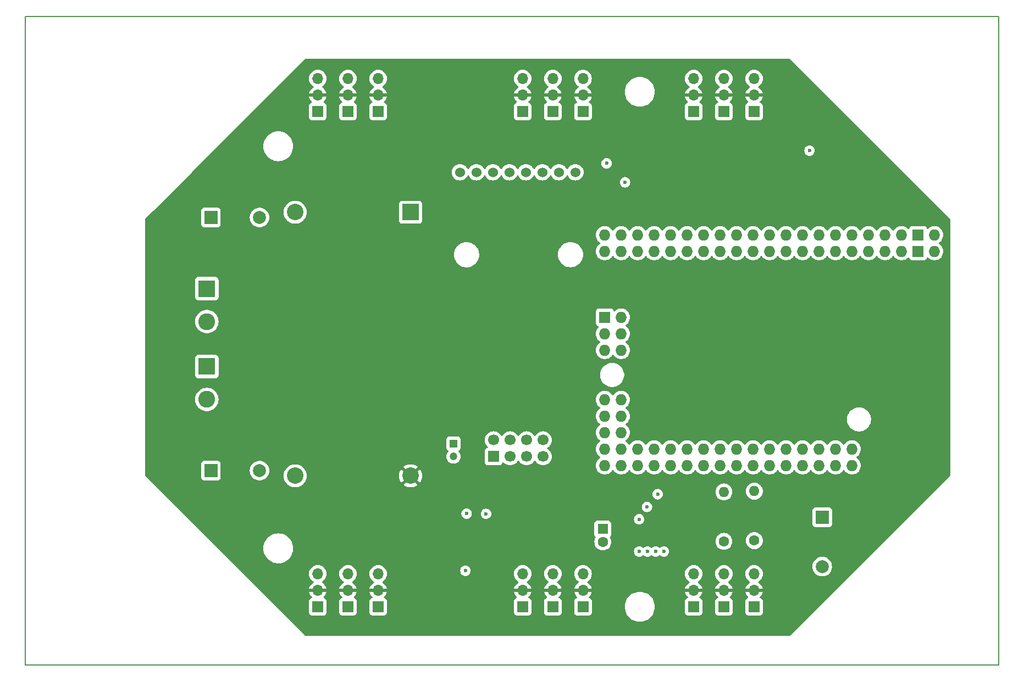
<source format=gbr>
%TF.GenerationSoftware,KiCad,Pcbnew,8.0.7*%
%TF.CreationDate,2025-07-10T17:57:13-04:00*%
%TF.ProjectId,_autosave-Hexapod V2,5f617574-6f73-4617-9665-2d4865786170,rev?*%
%TF.SameCoordinates,Original*%
%TF.FileFunction,Copper,L3,Inr*%
%TF.FilePolarity,Positive*%
%FSLAX46Y46*%
G04 Gerber Fmt 4.6, Leading zero omitted, Abs format (unit mm)*
G04 Created by KiCad (PCBNEW 8.0.7) date 2025-07-10 17:57:13*
%MOMM*%
%LPD*%
G01*
G04 APERTURE LIST*
%TA.AperFunction,NonConductor*%
%ADD10C,0.200000*%
%TD*%
%TA.AperFunction,ComponentPad*%
%ADD11R,1.700000X1.700000*%
%TD*%
%TA.AperFunction,ComponentPad*%
%ADD12O,1.700000X1.700000*%
%TD*%
%TA.AperFunction,ComponentPad*%
%ADD13R,2.600000X2.600000*%
%TD*%
%TA.AperFunction,ComponentPad*%
%ADD14C,2.600000*%
%TD*%
%TA.AperFunction,ComponentPad*%
%ADD15C,2.540000*%
%TD*%
%TA.AperFunction,ComponentPad*%
%ADD16R,2.540000X2.540000*%
%TD*%
%TA.AperFunction,ComponentPad*%
%ADD17R,1.200000X1.200000*%
%TD*%
%TA.AperFunction,ComponentPad*%
%ADD18C,1.200000*%
%TD*%
%TA.AperFunction,ComponentPad*%
%ADD19R,2.000000X2.000000*%
%TD*%
%TA.AperFunction,ComponentPad*%
%ADD20C,2.000000*%
%TD*%
%TA.AperFunction,ComponentPad*%
%ADD21R,1.600000X1.600000*%
%TD*%
%TA.AperFunction,ComponentPad*%
%ADD22C,1.600000*%
%TD*%
%TA.AperFunction,ComponentPad*%
%ADD23C,1.700000*%
%TD*%
%TA.AperFunction,ComponentPad*%
%ADD24O,1.727200X1.727200*%
%TD*%
%TA.AperFunction,ComponentPad*%
%ADD25R,1.727200X1.727200*%
%TD*%
%TA.AperFunction,ComponentPad*%
%ADD26O,1.600000X1.600000*%
%TD*%
%TA.AperFunction,ComponentPad*%
%ADD27C,1.524000*%
%TD*%
%TA.AperFunction,ViaPad*%
%ADD28C,0.600000*%
%TD*%
G04 APERTURE END LIST*
D10*
X67000000Y-39000000D02*
X217000000Y-39000000D01*
X217000000Y-139000000D01*
X67000000Y-139000000D01*
X67000000Y-39000000D01*
D11*
%TO.N,GND*%
%TO.C,Tibia*%
X143650000Y-53650000D03*
D12*
%TO.N,S+*%
X143650000Y-51110000D03*
%TO.N,S15*%
X143650000Y-48570000D03*
%TD*%
D13*
%TO.N,GND*%
%TO.C,J1*%
X95000000Y-80950000D03*
D14*
%TO.N,VIN*%
X95000000Y-86030000D03*
%TD*%
D11*
%TO.N,GND*%
%TO.C,Femur*%
X174650000Y-53650000D03*
D12*
%TO.N,S+*%
X174650000Y-51110000D03*
%TO.N,S11*%
X174650000Y-48570000D03*
%TD*%
D15*
%TO.N,GND*%
%TO.C,REF\u002A\u002A*%
X108610000Y-69170000D03*
X108610000Y-109810000D03*
%TO.N,S+*%
X126390000Y-109810000D03*
D16*
%TO.N,VIN*%
X126390000Y-69170000D03*
%TD*%
D17*
%TO.N,+3.3V*%
%TO.C,C3*%
X133000000Y-104839500D03*
D18*
%TO.N,GND*%
X133000000Y-106839500D03*
%TD*%
D19*
%TO.N,VIN*%
%TO.C,C5*%
X95625000Y-109000000D03*
D20*
%TO.N,GND*%
X103125000Y-109000000D03*
%TD*%
D19*
%TO.N,Buzzer*%
%TO.C,BZ1*%
X189800000Y-116200000D03*
D20*
%TO.N,GND*%
X189800000Y-123800000D03*
%TD*%
D11*
%TO.N,GND*%
%TO.C,Femur*%
X148300000Y-130000000D03*
D12*
%TO.N,S+*%
X148300000Y-127460000D03*
%TO.N,S5*%
X148300000Y-124920000D03*
%TD*%
D11*
%TO.N,GND*%
%TO.C,Coxa*%
X152950000Y-53650000D03*
D12*
%TO.N,S+*%
X152950000Y-51110000D03*
%TO.N,S13*%
X152950000Y-48570000D03*
%TD*%
D11*
%TO.N,GND*%
%TO.C,Coxa*%
X179300000Y-130000000D03*
D12*
%TO.N,S+*%
X179300000Y-127460000D03*
%TO.N,S1*%
X179300000Y-124920000D03*
%TD*%
D21*
%TO.N,GND*%
%TO.C,C7*%
X156000000Y-118000000D03*
D22*
%TO.N,+5V*%
X156000000Y-120000000D03*
%TD*%
D11*
%TO.N,GND*%
%TO.C,Femur*%
X174650000Y-130000000D03*
D12*
%TO.N,S+*%
X174650000Y-127460000D03*
%TO.N,S2*%
X174650000Y-124920000D03*
%TD*%
D11*
%TO.N,GND*%
%TO.C,Coxa*%
X179300000Y-53650000D03*
D12*
%TO.N,S+*%
X179300000Y-51110000D03*
%TO.N,S10*%
X179300000Y-48570000D03*
%TD*%
D11*
%TO.N,GND*%
%TO.C,Coxa*%
X121400000Y-53650000D03*
D12*
%TO.N,S+*%
X121400000Y-51110000D03*
%TO.N,S16*%
X121400000Y-48570000D03*
%TD*%
D11*
%TO.N,GND*%
%TO.C,Tibia*%
X112100000Y-130000000D03*
D12*
%TO.N,S+*%
X112100000Y-127460000D03*
%TO.N,S9*%
X112100000Y-124920000D03*
%TD*%
D11*
%TO.N,GND*%
%TO.C,Femur*%
X116750000Y-130000000D03*
D12*
%TO.N,S+*%
X116750000Y-127460000D03*
%TO.N,S8*%
X116750000Y-124920000D03*
%TD*%
D11*
%TO.N,GND*%
%TO.C,Tibia*%
X170000000Y-130000000D03*
D12*
%TO.N,S+*%
X170000000Y-127460000D03*
%TO.N,S3*%
X170000000Y-124920000D03*
%TD*%
D11*
%TO.N,GND*%
%TO.C,U2*%
X139175000Y-106839500D03*
D23*
%TO.N,+3.3V*%
X139175000Y-104299500D03*
%TO.N,CE*%
X141715000Y-106839500D03*
%TO.N,CSN*%
X141715000Y-104299500D03*
%TO.N,SCK*%
X144255000Y-106839500D03*
%TO.N,MOSI*%
X144255000Y-104299500D03*
%TO.N,MISO*%
X146795000Y-106839500D03*
%TO.N,unconnected-(U2-IRQ-Pad8)*%
X146795000Y-104299500D03*
%TD*%
D24*
%TO.N,+3.3V*%
%TO.C,A1*%
X199475000Y-75210000D03*
X199475000Y-72670000D03*
%TO.N,+5V*%
X202015000Y-75210000D03*
X156295000Y-90450000D03*
X202015000Y-72670000D03*
%TO.N,unconnected-(A1-PadA0)*%
X194395000Y-108230000D03*
%TO.N,unconnected-(A1-PadA1)*%
X194395000Y-105690000D03*
%TO.N,VD Reading*%
X191855000Y-108230000D03*
%TO.N,unconnected-(A1-PadA3)*%
X191855000Y-105690000D03*
%TO.N,Buzzer*%
X189315000Y-108230000D03*
%TO.N,unconnected-(A1-PadA5)*%
X189315000Y-105690000D03*
%TO.N,unconnected-(A1-PadA6)*%
X186775000Y-108230000D03*
%TO.N,unconnected-(A1-PadA7)*%
X186775000Y-105690000D03*
%TO.N,unconnected-(A1-PadA8)*%
X184235000Y-108230000D03*
%TO.N,unconnected-(A1-PadA9)*%
X184235000Y-105690000D03*
%TO.N,unconnected-(A1-PadA10)*%
X181695000Y-108230000D03*
%TO.N,unconnected-(A1-PadA11)*%
X181695000Y-105690000D03*
%TO.N,unconnected-(A1-PadA12)*%
X179155000Y-108230000D03*
%TO.N,unconnected-(A1-PadA13)*%
X179155000Y-105690000D03*
%TO.N,Current Reading*%
X176615000Y-108230000D03*
%TO.N,unconnected-(A1-PadA15)*%
X176615000Y-105690000D03*
%TO.N,unconnected-(A1-PadAREF)*%
X196935000Y-75210000D03*
%TO.N,unconnected-(A1-D0{slash}RX0-PadD0)*%
X194395000Y-75210000D03*
%TO.N,unconnected-(A1-D1{slash}TX0-PadD1)*%
X194395000Y-72670000D03*
%TO.N,unconnected-(A1-D2_INT0-PadD2)*%
X191855000Y-75210000D03*
%TO.N,unconnected-(A1-D3_INT1-PadD3)*%
X191855000Y-72670000D03*
%TO.N,LED1*%
X189315000Y-75210000D03*
%TO.N,unconnected-(A1-PadD5)*%
X189315000Y-72670000D03*
%TO.N,unconnected-(A1-PadD6)*%
X186775000Y-75210000D03*
%TO.N,S10*%
X186775000Y-72670000D03*
%TO.N,unconnected-(A1-PadD8)*%
X184235000Y-75210000D03*
%TO.N,S11*%
X184235000Y-72670000D03*
%TO.N,unconnected-(A1-PadD10)*%
X181695000Y-75210000D03*
%TO.N,S12*%
X181695000Y-72670000D03*
%TO.N,unconnected-(A1-PadD12)*%
X179155000Y-75210000D03*
%TO.N,S13*%
X179155000Y-72670000D03*
%TO.N,unconnected-(A1-D14{slash}TX3-PadD14)*%
X176615000Y-75210000D03*
%TO.N,unconnected-(A1-D15{slash}RX3-PadD15)*%
X176615000Y-72670000D03*
%TO.N,unconnected-(A1-D16{slash}TX2-PadD16)*%
X174075000Y-75210000D03*
%TO.N,unconnected-(A1-D17{slash}RX2-PadD17)*%
X174075000Y-72670000D03*
%TO.N,unconnected-(A1-D18{slash}TX1-PadD18)*%
X171535000Y-75210000D03*
%TO.N,unconnected-(A1-D19{slash}RX1-PadD19)*%
X171535000Y-72670000D03*
%TO.N,SDA*%
X168995000Y-75210000D03*
%TO.N,SCL*%
X168995000Y-72670000D03*
%TO.N,unconnected-(A1-PadD22)*%
X166455000Y-75210000D03*
%TO.N,S14*%
X166455000Y-72670000D03*
%TO.N,unconnected-(A1-PadD24)*%
X163915000Y-75210000D03*
%TO.N,S15*%
X163915000Y-72670000D03*
%TO.N,unconnected-(A1-PadD26)*%
X161375000Y-75210000D03*
%TO.N,S16*%
X161375000Y-72670000D03*
%TO.N,unconnected-(A1-PadD28)*%
X158835000Y-75210000D03*
%TO.N,S17*%
X158835000Y-72670000D03*
%TO.N,unconnected-(A1-PadD30)*%
X156295000Y-75210000D03*
%TO.N,S18*%
X156295000Y-72670000D03*
%TO.N,S1*%
X174075000Y-108230000D03*
%TO.N,unconnected-(A1-PadD33)*%
X174075000Y-105690000D03*
%TO.N,S2*%
X171535000Y-108230000D03*
%TO.N,unconnected-(A1-PadD35)*%
X171535000Y-105690000D03*
%TO.N,S3*%
X168995000Y-108230000D03*
%TO.N,unconnected-(A1-PadD37)*%
X168995000Y-105690000D03*
%TO.N,S4*%
X166455000Y-108230000D03*
%TO.N,unconnected-(A1-PadD39)*%
X166455000Y-105690000D03*
%TO.N,S5*%
X163915000Y-108230000D03*
%TO.N,unconnected-(A1-PadD41)*%
X163915000Y-105690000D03*
%TO.N,S6*%
X161375000Y-108230000D03*
%TO.N,unconnected-(A1-PadD43)*%
X161375000Y-105690000D03*
%TO.N,LED2*%
X158835000Y-108230000D03*
%TO.N,S7*%
X158835000Y-105690000D03*
%TO.N,S8*%
X156295000Y-108230000D03*
%TO.N,S9*%
X156295000Y-105690000D03*
%TO.N,CE*%
X156295000Y-103150000D03*
%TO.N,unconnected-(A1-PadD49)*%
X158835000Y-103150000D03*
%TO.N,MISO*%
X156295000Y-100610000D03*
%TO.N,MOSI*%
X158835000Y-100610000D03*
%TO.N,SCK*%
X156295000Y-98070000D03*
%TO.N,CSN*%
X158835000Y-98070000D03*
D25*
%TO.N,GND*%
X204555000Y-75210000D03*
X204555000Y-72670000D03*
X156295000Y-85370000D03*
D24*
%TO.N,unconnected-(A1-SPI_MISO-PadMISO)*%
X158835000Y-90450000D03*
%TO.N,unconnected-(A1-SPI_MOSI-PadMOSI)*%
X156295000Y-87910000D03*
%TO.N,unconnected-(A1-RESET-PadRST1)*%
X196935000Y-72670000D03*
%TO.N,unconnected-(A1-SPI_RESET-PadRST2)*%
X158835000Y-85370000D03*
%TO.N,unconnected-(A1-SPI_SCK-PadSCK)*%
X158835000Y-87910000D03*
%TO.N,VIN*%
X207095000Y-75210000D03*
X207095000Y-72670000D03*
%TD*%
D11*
%TO.N,GND*%
%TO.C,Tibia*%
X143650000Y-130000000D03*
D12*
%TO.N,S+*%
X143650000Y-127460000D03*
%TO.N,S6*%
X143650000Y-124920000D03*
%TD*%
D11*
%TO.N,GND*%
%TO.C,Coxa*%
X121400000Y-130000000D03*
D12*
%TO.N,S+*%
X121400000Y-127460000D03*
%TO.N,S7*%
X121400000Y-124920000D03*
%TD*%
D11*
%TO.N,GND*%
%TO.C,Coxa*%
X152950000Y-130000000D03*
D12*
%TO.N,S+*%
X152950000Y-127460000D03*
%TO.N,S4*%
X152950000Y-124920000D03*
%TD*%
D19*
%TO.N,VIN*%
%TO.C,C4*%
X95625000Y-69980000D03*
D20*
%TO.N,GND*%
X103125000Y-69980000D03*
%TD*%
D11*
%TO.N,GND*%
%TO.C,Tibia*%
X112100000Y-53650000D03*
D12*
%TO.N,S+*%
X112100000Y-51110000D03*
%TO.N,S18*%
X112100000Y-48570000D03*
%TD*%
D11*
%TO.N,GND*%
%TO.C,Tibia*%
X170000000Y-53650000D03*
D12*
%TO.N,S+*%
X170000000Y-51110000D03*
%TO.N,S12*%
X170000000Y-48570000D03*
%TD*%
D22*
%TO.N,GND*%
%TO.C,R2*%
X179337600Y-119790000D03*
D26*
%TO.N,VD Reading*%
X179337600Y-112170000D03*
%TD*%
D11*
%TO.N,GND*%
%TO.C,Femur*%
X148300000Y-53650000D03*
D12*
%TO.N,S+*%
X148300000Y-51110000D03*
%TO.N,S14*%
X148300000Y-48570000D03*
%TD*%
D27*
%TO.N,+3.3V*%
%TO.C,U1*%
X151780000Y-63000000D03*
%TO.N,GND*%
X149240000Y-63000000D03*
%TO.N,SCL*%
X146700000Y-63000000D03*
%TO.N,SDA*%
X144160000Y-63000000D03*
%TO.N,unconnected-(U1-XDA-Pad5)*%
X141620000Y-63000000D03*
%TO.N,unconnected-(U1-XCL-Pad6)*%
X139080000Y-63000000D03*
%TO.N,unconnected-(U1-ADD-Pad7)*%
X136540000Y-63000000D03*
%TO.N,unconnected-(U1-INT-Pad8)*%
X134000000Y-63000000D03*
%TD*%
D22*
%TO.N,VD Reading*%
%TO.C,R1*%
X174650000Y-119920000D03*
D26*
%TO.N,VIN*%
X174650000Y-112300000D03*
%TD*%
D13*
%TO.N,VIN*%
%TO.C,J1*%
X95000000Y-92950000D03*
D14*
X95000000Y-98030000D03*
%TD*%
D11*
%TO.N,GND*%
%TO.C,Femur*%
X116750000Y-53650000D03*
D12*
%TO.N,S+*%
X116750000Y-51110000D03*
%TO.N,S17*%
X116750000Y-48570000D03*
%TD*%
D28*
%TO.N,+5V*%
X161595000Y-116525000D03*
X138012500Y-115687500D03*
%TO.N,GND*%
X164450000Y-112650000D03*
X134850000Y-124450000D03*
X135025000Y-115650000D03*
X187840000Y-59670000D03*
%TO.N,VIN*%
X165405000Y-121475000D03*
X161595000Y-121475000D03*
X162865000Y-121475000D03*
X164135000Y-121475000D03*
%TO.N,SDA*%
X156579800Y-61635200D03*
%TO.N,SCL*%
X159419800Y-64560200D03*
%TO.N,Current Reading*%
X162800000Y-114600000D03*
%TD*%
%TA.AperFunction,Conductor*%
%TO.N,S+*%
G36*
X184808363Y-45520185D02*
G01*
X184829005Y-45536819D01*
X209463181Y-70170995D01*
X209496666Y-70232318D01*
X209499500Y-70258676D01*
X209499500Y-109741324D01*
X209479815Y-109808363D01*
X209463181Y-109829005D01*
X184829005Y-134463181D01*
X184767682Y-134496666D01*
X184741324Y-134499500D01*
X110258676Y-134499500D01*
X110191637Y-134479815D01*
X110170995Y-134463181D01*
X100627813Y-124919999D01*
X110744341Y-124919999D01*
X110744341Y-124920000D01*
X110764936Y-125155403D01*
X110764938Y-125155413D01*
X110826094Y-125383655D01*
X110826096Y-125383659D01*
X110826097Y-125383663D01*
X110925965Y-125597830D01*
X110925967Y-125597834D01*
X111061501Y-125791395D01*
X111061506Y-125791402D01*
X111228597Y-125958493D01*
X111228603Y-125958498D01*
X111414594Y-126088730D01*
X111458219Y-126143307D01*
X111465413Y-126212805D01*
X111433890Y-126275160D01*
X111414595Y-126291880D01*
X111228922Y-126421890D01*
X111228920Y-126421891D01*
X111061891Y-126588920D01*
X111061886Y-126588926D01*
X110926400Y-126782420D01*
X110926399Y-126782422D01*
X110826570Y-126996507D01*
X110826567Y-126996513D01*
X110769364Y-127209999D01*
X110769364Y-127210000D01*
X111666988Y-127210000D01*
X111634075Y-127267007D01*
X111600000Y-127394174D01*
X111600000Y-127525826D01*
X111634075Y-127652993D01*
X111666988Y-127710000D01*
X110769364Y-127710000D01*
X110826567Y-127923486D01*
X110826570Y-127923492D01*
X110926399Y-128137578D01*
X111061894Y-128331082D01*
X111183946Y-128453134D01*
X111217431Y-128514457D01*
X111212447Y-128584149D01*
X111170575Y-128640082D01*
X111139598Y-128656997D01*
X111007671Y-128706202D01*
X111007664Y-128706206D01*
X110892455Y-128792452D01*
X110892452Y-128792455D01*
X110806206Y-128907664D01*
X110806202Y-128907671D01*
X110755908Y-129042517D01*
X110749501Y-129102116D01*
X110749501Y-129102123D01*
X110749500Y-129102135D01*
X110749500Y-130897870D01*
X110749501Y-130897876D01*
X110755908Y-130957483D01*
X110806202Y-131092328D01*
X110806206Y-131092335D01*
X110892452Y-131207544D01*
X110892455Y-131207547D01*
X111007664Y-131293793D01*
X111007671Y-131293797D01*
X111142517Y-131344091D01*
X111142516Y-131344091D01*
X111149444Y-131344835D01*
X111202127Y-131350500D01*
X112997872Y-131350499D01*
X113057483Y-131344091D01*
X113192331Y-131293796D01*
X113307546Y-131207546D01*
X113393796Y-131092331D01*
X113444091Y-130957483D01*
X113450500Y-130897873D01*
X113450499Y-129102128D01*
X113444091Y-129042517D01*
X113393796Y-128907669D01*
X113393795Y-128907668D01*
X113393793Y-128907664D01*
X113307547Y-128792455D01*
X113307544Y-128792452D01*
X113192335Y-128706206D01*
X113192328Y-128706202D01*
X113060401Y-128656997D01*
X113004467Y-128615126D01*
X112980050Y-128549662D01*
X112994902Y-128481389D01*
X113016053Y-128453133D01*
X113138108Y-128331078D01*
X113273600Y-128137578D01*
X113373429Y-127923492D01*
X113373432Y-127923486D01*
X113430636Y-127710000D01*
X112533012Y-127710000D01*
X112565925Y-127652993D01*
X112600000Y-127525826D01*
X112600000Y-127394174D01*
X112565925Y-127267007D01*
X112533012Y-127210000D01*
X113430636Y-127210000D01*
X113430635Y-127209999D01*
X113373432Y-126996513D01*
X113373429Y-126996507D01*
X113273600Y-126782422D01*
X113273599Y-126782420D01*
X113138113Y-126588926D01*
X113138108Y-126588920D01*
X112971078Y-126421890D01*
X112785405Y-126291879D01*
X112741780Y-126237302D01*
X112734588Y-126167804D01*
X112766110Y-126105449D01*
X112785406Y-126088730D01*
X112971401Y-125958495D01*
X113138495Y-125791401D01*
X113274035Y-125597830D01*
X113373903Y-125383663D01*
X113435063Y-125155408D01*
X113455659Y-124920000D01*
X113455659Y-124919999D01*
X115394341Y-124919999D01*
X115394341Y-124920000D01*
X115414936Y-125155403D01*
X115414938Y-125155413D01*
X115476094Y-125383655D01*
X115476096Y-125383659D01*
X115476097Y-125383663D01*
X115575965Y-125597830D01*
X115575967Y-125597834D01*
X115711501Y-125791395D01*
X115711506Y-125791402D01*
X115878597Y-125958493D01*
X115878603Y-125958498D01*
X116064594Y-126088730D01*
X116108219Y-126143307D01*
X116115413Y-126212805D01*
X116083890Y-126275160D01*
X116064595Y-126291880D01*
X115878922Y-126421890D01*
X115878920Y-126421891D01*
X115711891Y-126588920D01*
X115711886Y-126588926D01*
X115576400Y-126782420D01*
X115576399Y-126782422D01*
X115476570Y-126996507D01*
X115476567Y-126996513D01*
X115419364Y-127209999D01*
X115419364Y-127210000D01*
X116316988Y-127210000D01*
X116284075Y-127267007D01*
X116250000Y-127394174D01*
X116250000Y-127525826D01*
X116284075Y-127652993D01*
X116316988Y-127710000D01*
X115419364Y-127710000D01*
X115476567Y-127923486D01*
X115476570Y-127923492D01*
X115576399Y-128137578D01*
X115711894Y-128331082D01*
X115833946Y-128453134D01*
X115867431Y-128514457D01*
X115862447Y-128584149D01*
X115820575Y-128640082D01*
X115789598Y-128656997D01*
X115657671Y-128706202D01*
X115657664Y-128706206D01*
X115542455Y-128792452D01*
X115542452Y-128792455D01*
X115456206Y-128907664D01*
X115456202Y-128907671D01*
X115405908Y-129042517D01*
X115399501Y-129102116D01*
X115399501Y-129102123D01*
X115399500Y-129102135D01*
X115399500Y-130897870D01*
X115399501Y-130897876D01*
X115405908Y-130957483D01*
X115456202Y-131092328D01*
X115456206Y-131092335D01*
X115542452Y-131207544D01*
X115542455Y-131207547D01*
X115657664Y-131293793D01*
X115657671Y-131293797D01*
X115792517Y-131344091D01*
X115792516Y-131344091D01*
X115799444Y-131344835D01*
X115852127Y-131350500D01*
X117647872Y-131350499D01*
X117707483Y-131344091D01*
X117842331Y-131293796D01*
X117957546Y-131207546D01*
X118043796Y-131092331D01*
X118094091Y-130957483D01*
X118100500Y-130897873D01*
X118100499Y-129102128D01*
X118094091Y-129042517D01*
X118043796Y-128907669D01*
X118043795Y-128907668D01*
X118043793Y-128907664D01*
X117957547Y-128792455D01*
X117957544Y-128792452D01*
X117842335Y-128706206D01*
X117842328Y-128706202D01*
X117710401Y-128656997D01*
X117654467Y-128615126D01*
X117630050Y-128549662D01*
X117644902Y-128481389D01*
X117666053Y-128453133D01*
X117788108Y-128331078D01*
X117923600Y-128137578D01*
X118023429Y-127923492D01*
X118023432Y-127923486D01*
X118080636Y-127710000D01*
X117183012Y-127710000D01*
X117215925Y-127652993D01*
X117250000Y-127525826D01*
X117250000Y-127394174D01*
X117215925Y-127267007D01*
X117183012Y-127210000D01*
X118080636Y-127210000D01*
X118080635Y-127209999D01*
X118023432Y-126996513D01*
X118023429Y-126996507D01*
X117923600Y-126782422D01*
X117923599Y-126782420D01*
X117788113Y-126588926D01*
X117788108Y-126588920D01*
X117621078Y-126421890D01*
X117435405Y-126291879D01*
X117391780Y-126237302D01*
X117384588Y-126167804D01*
X117416110Y-126105449D01*
X117435406Y-126088730D01*
X117621401Y-125958495D01*
X117788495Y-125791401D01*
X117924035Y-125597830D01*
X118023903Y-125383663D01*
X118085063Y-125155408D01*
X118105659Y-124920000D01*
X118105659Y-124919999D01*
X120044341Y-124919999D01*
X120044341Y-124920000D01*
X120064936Y-125155403D01*
X120064938Y-125155413D01*
X120126094Y-125383655D01*
X120126096Y-125383659D01*
X120126097Y-125383663D01*
X120225965Y-125597830D01*
X120225967Y-125597834D01*
X120361501Y-125791395D01*
X120361506Y-125791402D01*
X120528597Y-125958493D01*
X120528603Y-125958498D01*
X120714594Y-126088730D01*
X120758219Y-126143307D01*
X120765413Y-126212805D01*
X120733890Y-126275160D01*
X120714595Y-126291880D01*
X120528922Y-126421890D01*
X120528920Y-126421891D01*
X120361891Y-126588920D01*
X120361886Y-126588926D01*
X120226400Y-126782420D01*
X120226399Y-126782422D01*
X120126570Y-126996507D01*
X120126567Y-126996513D01*
X120069364Y-127209999D01*
X120069364Y-127210000D01*
X120966988Y-127210000D01*
X120934075Y-127267007D01*
X120900000Y-127394174D01*
X120900000Y-127525826D01*
X120934075Y-127652993D01*
X120966988Y-127710000D01*
X120069364Y-127710000D01*
X120126567Y-127923486D01*
X120126570Y-127923492D01*
X120226399Y-128137578D01*
X120361894Y-128331082D01*
X120483946Y-128453134D01*
X120517431Y-128514457D01*
X120512447Y-128584149D01*
X120470575Y-128640082D01*
X120439598Y-128656997D01*
X120307671Y-128706202D01*
X120307664Y-128706206D01*
X120192455Y-128792452D01*
X120192452Y-128792455D01*
X120106206Y-128907664D01*
X120106202Y-128907671D01*
X120055908Y-129042517D01*
X120049501Y-129102116D01*
X120049501Y-129102123D01*
X120049500Y-129102135D01*
X120049500Y-130897870D01*
X120049501Y-130897876D01*
X120055908Y-130957483D01*
X120106202Y-131092328D01*
X120106206Y-131092335D01*
X120192452Y-131207544D01*
X120192455Y-131207547D01*
X120307664Y-131293793D01*
X120307671Y-131293797D01*
X120442517Y-131344091D01*
X120442516Y-131344091D01*
X120449444Y-131344835D01*
X120502127Y-131350500D01*
X122297872Y-131350499D01*
X122357483Y-131344091D01*
X122492331Y-131293796D01*
X122607546Y-131207546D01*
X122693796Y-131092331D01*
X122744091Y-130957483D01*
X122750500Y-130897873D01*
X122750499Y-129102128D01*
X122744091Y-129042517D01*
X122693796Y-128907669D01*
X122693795Y-128907668D01*
X122693793Y-128907664D01*
X122607547Y-128792455D01*
X122607544Y-128792452D01*
X122492335Y-128706206D01*
X122492328Y-128706202D01*
X122360401Y-128656997D01*
X122304467Y-128615126D01*
X122280050Y-128549662D01*
X122294902Y-128481389D01*
X122316053Y-128453133D01*
X122438108Y-128331078D01*
X122573600Y-128137578D01*
X122673429Y-127923492D01*
X122673432Y-127923486D01*
X122730636Y-127710000D01*
X121833012Y-127710000D01*
X121865925Y-127652993D01*
X121900000Y-127525826D01*
X121900000Y-127394174D01*
X121865925Y-127267007D01*
X121833012Y-127210000D01*
X122730636Y-127210000D01*
X122730635Y-127209999D01*
X122673432Y-126996513D01*
X122673429Y-126996507D01*
X122573600Y-126782422D01*
X122573599Y-126782420D01*
X122438113Y-126588926D01*
X122438108Y-126588920D01*
X122271078Y-126421890D01*
X122085405Y-126291879D01*
X122041780Y-126237302D01*
X122034588Y-126167804D01*
X122066110Y-126105449D01*
X122085406Y-126088730D01*
X122271401Y-125958495D01*
X122438495Y-125791401D01*
X122574035Y-125597830D01*
X122673903Y-125383663D01*
X122735063Y-125155408D01*
X122755659Y-124920000D01*
X122735063Y-124684592D01*
X122673903Y-124456337D01*
X122670946Y-124449996D01*
X134044435Y-124449996D01*
X134044435Y-124450003D01*
X134064630Y-124629249D01*
X134064631Y-124629254D01*
X134124211Y-124799523D01*
X134192208Y-124907738D01*
X134220184Y-124952262D01*
X134347738Y-125079816D01*
X134500478Y-125175789D01*
X134509169Y-125178830D01*
X134670745Y-125235368D01*
X134670750Y-125235369D01*
X134849996Y-125255565D01*
X134850000Y-125255565D01*
X134850004Y-125255565D01*
X135029249Y-125235369D01*
X135029252Y-125235368D01*
X135029255Y-125235368D01*
X135199522Y-125175789D01*
X135352262Y-125079816D01*
X135479816Y-124952262D01*
X135500088Y-124919999D01*
X142294341Y-124919999D01*
X142294341Y-124920000D01*
X142314936Y-125155403D01*
X142314938Y-125155413D01*
X142376094Y-125383655D01*
X142376096Y-125383659D01*
X142376097Y-125383663D01*
X142475965Y-125597830D01*
X142475967Y-125597834D01*
X142611501Y-125791395D01*
X142611506Y-125791402D01*
X142778597Y-125958493D01*
X142778603Y-125958498D01*
X142964594Y-126088730D01*
X143008219Y-126143307D01*
X143015413Y-126212805D01*
X142983890Y-126275160D01*
X142964595Y-126291880D01*
X142778922Y-126421890D01*
X142778920Y-126421891D01*
X142611891Y-126588920D01*
X142611886Y-126588926D01*
X142476400Y-126782420D01*
X142476399Y-126782422D01*
X142376570Y-126996507D01*
X142376567Y-126996513D01*
X142319364Y-127209999D01*
X142319364Y-127210000D01*
X143216988Y-127210000D01*
X143184075Y-127267007D01*
X143150000Y-127394174D01*
X143150000Y-127525826D01*
X143184075Y-127652993D01*
X143216988Y-127710000D01*
X142319364Y-127710000D01*
X142376567Y-127923486D01*
X142376570Y-127923492D01*
X142476399Y-128137578D01*
X142611894Y-128331082D01*
X142733946Y-128453134D01*
X142767431Y-128514457D01*
X142762447Y-128584149D01*
X142720575Y-128640082D01*
X142689598Y-128656997D01*
X142557671Y-128706202D01*
X142557664Y-128706206D01*
X142442455Y-128792452D01*
X142442452Y-128792455D01*
X142356206Y-128907664D01*
X142356202Y-128907671D01*
X142305908Y-129042517D01*
X142299501Y-129102116D01*
X142299501Y-129102123D01*
X142299500Y-129102135D01*
X142299500Y-130897870D01*
X142299501Y-130897876D01*
X142305908Y-130957483D01*
X142356202Y-131092328D01*
X142356206Y-131092335D01*
X142442452Y-131207544D01*
X142442455Y-131207547D01*
X142557664Y-131293793D01*
X142557671Y-131293797D01*
X142692517Y-131344091D01*
X142692516Y-131344091D01*
X142699444Y-131344835D01*
X142752127Y-131350500D01*
X144547872Y-131350499D01*
X144607483Y-131344091D01*
X144742331Y-131293796D01*
X144857546Y-131207546D01*
X144943796Y-131092331D01*
X144994091Y-130957483D01*
X145000500Y-130897873D01*
X145000499Y-129102128D01*
X144994091Y-129042517D01*
X144943796Y-128907669D01*
X144943795Y-128907668D01*
X144943793Y-128907664D01*
X144857547Y-128792455D01*
X144857544Y-128792452D01*
X144742335Y-128706206D01*
X144742328Y-128706202D01*
X144610401Y-128656997D01*
X144554467Y-128615126D01*
X144530050Y-128549662D01*
X144544902Y-128481389D01*
X144566053Y-128453133D01*
X144688108Y-128331078D01*
X144823600Y-128137578D01*
X144923429Y-127923492D01*
X144923432Y-127923486D01*
X144980636Y-127710000D01*
X144083012Y-127710000D01*
X144115925Y-127652993D01*
X144150000Y-127525826D01*
X144150000Y-127394174D01*
X144115925Y-127267007D01*
X144083012Y-127210000D01*
X144980636Y-127210000D01*
X144980635Y-127209999D01*
X144923432Y-126996513D01*
X144923429Y-126996507D01*
X144823600Y-126782422D01*
X144823599Y-126782420D01*
X144688113Y-126588926D01*
X144688108Y-126588920D01*
X144521078Y-126421890D01*
X144335405Y-126291879D01*
X144291780Y-126237302D01*
X144284588Y-126167804D01*
X144316110Y-126105449D01*
X144335406Y-126088730D01*
X144521401Y-125958495D01*
X144688495Y-125791401D01*
X144824035Y-125597830D01*
X144923903Y-125383663D01*
X144985063Y-125155408D01*
X145005659Y-124920000D01*
X145005659Y-124919999D01*
X146944341Y-124919999D01*
X146944341Y-124920000D01*
X146964936Y-125155403D01*
X146964938Y-125155413D01*
X147026094Y-125383655D01*
X147026096Y-125383659D01*
X147026097Y-125383663D01*
X147125965Y-125597830D01*
X147125967Y-125597834D01*
X147261501Y-125791395D01*
X147261506Y-125791402D01*
X147428597Y-125958493D01*
X147428603Y-125958498D01*
X147614594Y-126088730D01*
X147658219Y-126143307D01*
X147665413Y-126212805D01*
X147633890Y-126275160D01*
X147614595Y-126291880D01*
X147428922Y-126421890D01*
X147428920Y-126421891D01*
X147261891Y-126588920D01*
X147261886Y-126588926D01*
X147126400Y-126782420D01*
X147126399Y-126782422D01*
X147026570Y-126996507D01*
X147026567Y-126996513D01*
X146969364Y-127209999D01*
X146969364Y-127210000D01*
X147866988Y-127210000D01*
X147834075Y-127267007D01*
X147800000Y-127394174D01*
X147800000Y-127525826D01*
X147834075Y-127652993D01*
X147866988Y-127710000D01*
X146969364Y-127710000D01*
X147026567Y-127923486D01*
X147026570Y-127923492D01*
X147126399Y-128137578D01*
X147261894Y-128331082D01*
X147383946Y-128453134D01*
X147417431Y-128514457D01*
X147412447Y-128584149D01*
X147370575Y-128640082D01*
X147339598Y-128656997D01*
X147207671Y-128706202D01*
X147207664Y-128706206D01*
X147092455Y-128792452D01*
X147092452Y-128792455D01*
X147006206Y-128907664D01*
X147006202Y-128907671D01*
X146955908Y-129042517D01*
X146949501Y-129102116D01*
X146949501Y-129102123D01*
X146949500Y-129102135D01*
X146949500Y-130897870D01*
X146949501Y-130897876D01*
X146955908Y-130957483D01*
X147006202Y-131092328D01*
X147006206Y-131092335D01*
X147092452Y-131207544D01*
X147092455Y-131207547D01*
X147207664Y-131293793D01*
X147207671Y-131293797D01*
X147342517Y-131344091D01*
X147342516Y-131344091D01*
X147349444Y-131344835D01*
X147402127Y-131350500D01*
X149197872Y-131350499D01*
X149257483Y-131344091D01*
X149392331Y-131293796D01*
X149507546Y-131207546D01*
X149593796Y-131092331D01*
X149644091Y-130957483D01*
X149650500Y-130897873D01*
X149650499Y-129102128D01*
X149644091Y-129042517D01*
X149593796Y-128907669D01*
X149593795Y-128907668D01*
X149593793Y-128907664D01*
X149507547Y-128792455D01*
X149507544Y-128792452D01*
X149392335Y-128706206D01*
X149392328Y-128706202D01*
X149260401Y-128656997D01*
X149204467Y-128615126D01*
X149180050Y-128549662D01*
X149194902Y-128481389D01*
X149216053Y-128453133D01*
X149338108Y-128331078D01*
X149473600Y-128137578D01*
X149573429Y-127923492D01*
X149573432Y-127923486D01*
X149630636Y-127710000D01*
X148733012Y-127710000D01*
X148765925Y-127652993D01*
X148800000Y-127525826D01*
X148800000Y-127394174D01*
X148765925Y-127267007D01*
X148733012Y-127210000D01*
X149630636Y-127210000D01*
X149630635Y-127209999D01*
X149573432Y-126996513D01*
X149573429Y-126996507D01*
X149473600Y-126782422D01*
X149473599Y-126782420D01*
X149338113Y-126588926D01*
X149338108Y-126588920D01*
X149171078Y-126421890D01*
X148985405Y-126291879D01*
X148941780Y-126237302D01*
X148934588Y-126167804D01*
X148966110Y-126105449D01*
X148985406Y-126088730D01*
X149171401Y-125958495D01*
X149338495Y-125791401D01*
X149474035Y-125597830D01*
X149573903Y-125383663D01*
X149635063Y-125155408D01*
X149655659Y-124920000D01*
X149655659Y-124919999D01*
X151594341Y-124919999D01*
X151594341Y-124920000D01*
X151614936Y-125155403D01*
X151614938Y-125155413D01*
X151676094Y-125383655D01*
X151676096Y-125383659D01*
X151676097Y-125383663D01*
X151775965Y-125597830D01*
X151775967Y-125597834D01*
X151911501Y-125791395D01*
X151911506Y-125791402D01*
X152078597Y-125958493D01*
X152078603Y-125958498D01*
X152264594Y-126088730D01*
X152308219Y-126143307D01*
X152315413Y-126212805D01*
X152283890Y-126275160D01*
X152264595Y-126291880D01*
X152078922Y-126421890D01*
X152078920Y-126421891D01*
X151911891Y-126588920D01*
X151911886Y-126588926D01*
X151776400Y-126782420D01*
X151776399Y-126782422D01*
X151676570Y-126996507D01*
X151676567Y-126996513D01*
X151619364Y-127209999D01*
X151619364Y-127210000D01*
X152516988Y-127210000D01*
X152484075Y-127267007D01*
X152450000Y-127394174D01*
X152450000Y-127525826D01*
X152484075Y-127652993D01*
X152516988Y-127710000D01*
X151619364Y-127710000D01*
X151676567Y-127923486D01*
X151676570Y-127923492D01*
X151776399Y-128137578D01*
X151911894Y-128331082D01*
X152033946Y-128453134D01*
X152067431Y-128514457D01*
X152062447Y-128584149D01*
X152020575Y-128640082D01*
X151989598Y-128656997D01*
X151857671Y-128706202D01*
X151857664Y-128706206D01*
X151742455Y-128792452D01*
X151742452Y-128792455D01*
X151656206Y-128907664D01*
X151656202Y-128907671D01*
X151605908Y-129042517D01*
X151599501Y-129102116D01*
X151599501Y-129102123D01*
X151599500Y-129102135D01*
X151599500Y-130897870D01*
X151599501Y-130897876D01*
X151605908Y-130957483D01*
X151656202Y-131092328D01*
X151656206Y-131092335D01*
X151742452Y-131207544D01*
X151742455Y-131207547D01*
X151857664Y-131293793D01*
X151857671Y-131293797D01*
X151992517Y-131344091D01*
X151992516Y-131344091D01*
X151999444Y-131344835D01*
X152052127Y-131350500D01*
X153847872Y-131350499D01*
X153907483Y-131344091D01*
X154042331Y-131293796D01*
X154157546Y-131207546D01*
X154243796Y-131092331D01*
X154294091Y-130957483D01*
X154300500Y-130897873D01*
X154300499Y-130000000D01*
X159394564Y-130000000D01*
X159414287Y-130300918D01*
X159414288Y-130300930D01*
X159473118Y-130596683D01*
X159473122Y-130596698D01*
X159570053Y-130882247D01*
X159570062Y-130882268D01*
X159703431Y-131152713D01*
X159703435Y-131152720D01*
X159870973Y-131403459D01*
X160069810Y-131630189D01*
X160296540Y-131829026D01*
X160547279Y-131996564D01*
X160547286Y-131996568D01*
X160817731Y-132129937D01*
X160817736Y-132129939D01*
X160817748Y-132129945D01*
X161103309Y-132226880D01*
X161303251Y-132266651D01*
X161399069Y-132285711D01*
X161399070Y-132285711D01*
X161399080Y-132285713D01*
X161700000Y-132305436D01*
X162000920Y-132285713D01*
X162296691Y-132226880D01*
X162582252Y-132129945D01*
X162852718Y-131996566D01*
X163103461Y-131829025D01*
X163330189Y-131630189D01*
X163529025Y-131403461D01*
X163696566Y-131152718D01*
X163829945Y-130882252D01*
X163926880Y-130596691D01*
X163985713Y-130300920D01*
X164005436Y-130000000D01*
X163985713Y-129699080D01*
X163926880Y-129403309D01*
X163829945Y-129117748D01*
X163822236Y-129102116D01*
X163696568Y-128847286D01*
X163696564Y-128847279D01*
X163529026Y-128596540D01*
X163330189Y-128369810D01*
X163103459Y-128170973D01*
X162852720Y-128003435D01*
X162852713Y-128003431D01*
X162582268Y-127870062D01*
X162582247Y-127870053D01*
X162296698Y-127773122D01*
X162296692Y-127773120D01*
X162296691Y-127773120D01*
X162296689Y-127773119D01*
X162296683Y-127773118D01*
X162000930Y-127714288D01*
X162000921Y-127714287D01*
X162000920Y-127714287D01*
X161700000Y-127694564D01*
X161399080Y-127714287D01*
X161399079Y-127714287D01*
X161399069Y-127714288D01*
X161103316Y-127773118D01*
X161103301Y-127773122D01*
X160817752Y-127870053D01*
X160817731Y-127870062D01*
X160547286Y-128003431D01*
X160547279Y-128003435D01*
X160296540Y-128170973D01*
X160069810Y-128369810D01*
X159870973Y-128596540D01*
X159703435Y-128847279D01*
X159703431Y-128847286D01*
X159570062Y-129117731D01*
X159570053Y-129117752D01*
X159473122Y-129403301D01*
X159473118Y-129403316D01*
X159414288Y-129699069D01*
X159414287Y-129699081D01*
X159394564Y-130000000D01*
X154300499Y-130000000D01*
X154300499Y-129102128D01*
X154294091Y-129042517D01*
X154243796Y-128907669D01*
X154243795Y-128907668D01*
X154243793Y-128907664D01*
X154157547Y-128792455D01*
X154157544Y-128792452D01*
X154042335Y-128706206D01*
X154042328Y-128706202D01*
X153910401Y-128656997D01*
X153854467Y-128615126D01*
X153830050Y-128549662D01*
X153844902Y-128481389D01*
X153866053Y-128453133D01*
X153988108Y-128331078D01*
X154123600Y-128137578D01*
X154223429Y-127923492D01*
X154223432Y-127923486D01*
X154280636Y-127710000D01*
X153383012Y-127710000D01*
X153415925Y-127652993D01*
X153450000Y-127525826D01*
X153450000Y-127394174D01*
X153415925Y-127267007D01*
X153383012Y-127210000D01*
X154280636Y-127210000D01*
X154280635Y-127209999D01*
X154223432Y-126996513D01*
X154223429Y-126996507D01*
X154123600Y-126782422D01*
X154123599Y-126782420D01*
X153988113Y-126588926D01*
X153988108Y-126588920D01*
X153821078Y-126421890D01*
X153635405Y-126291879D01*
X153591780Y-126237302D01*
X153584588Y-126167804D01*
X153616110Y-126105449D01*
X153635406Y-126088730D01*
X153821401Y-125958495D01*
X153988495Y-125791401D01*
X154124035Y-125597830D01*
X154223903Y-125383663D01*
X154285063Y-125155408D01*
X154305659Y-124920000D01*
X154305659Y-124919999D01*
X168644341Y-124919999D01*
X168644341Y-124920000D01*
X168664936Y-125155403D01*
X168664938Y-125155413D01*
X168726094Y-125383655D01*
X168726096Y-125383659D01*
X168726097Y-125383663D01*
X168825965Y-125597830D01*
X168825967Y-125597834D01*
X168961501Y-125791395D01*
X168961506Y-125791402D01*
X169128597Y-125958493D01*
X169128603Y-125958498D01*
X169314594Y-126088730D01*
X169358219Y-126143307D01*
X169365413Y-126212805D01*
X169333890Y-126275160D01*
X169314595Y-126291880D01*
X169128922Y-126421890D01*
X169128920Y-126421891D01*
X168961891Y-126588920D01*
X168961886Y-126588926D01*
X168826400Y-126782420D01*
X168826399Y-126782422D01*
X168726570Y-126996507D01*
X168726567Y-126996513D01*
X168669364Y-127209999D01*
X168669364Y-127210000D01*
X169566988Y-127210000D01*
X169534075Y-127267007D01*
X169500000Y-127394174D01*
X169500000Y-127525826D01*
X169534075Y-127652993D01*
X169566988Y-127710000D01*
X168669364Y-127710000D01*
X168726567Y-127923486D01*
X168726570Y-127923492D01*
X168826399Y-128137578D01*
X168961894Y-128331082D01*
X169083946Y-128453134D01*
X169117431Y-128514457D01*
X169112447Y-128584149D01*
X169070575Y-128640082D01*
X169039598Y-128656997D01*
X168907671Y-128706202D01*
X168907664Y-128706206D01*
X168792455Y-128792452D01*
X168792452Y-128792455D01*
X168706206Y-128907664D01*
X168706202Y-128907671D01*
X168655908Y-129042517D01*
X168649501Y-129102116D01*
X168649501Y-129102123D01*
X168649500Y-129102135D01*
X168649500Y-130897870D01*
X168649501Y-130897876D01*
X168655908Y-130957483D01*
X168706202Y-131092328D01*
X168706206Y-131092335D01*
X168792452Y-131207544D01*
X168792455Y-131207547D01*
X168907664Y-131293793D01*
X168907671Y-131293797D01*
X169042517Y-131344091D01*
X169042516Y-131344091D01*
X169049444Y-131344835D01*
X169102127Y-131350500D01*
X170897872Y-131350499D01*
X170957483Y-131344091D01*
X171092331Y-131293796D01*
X171207546Y-131207546D01*
X171293796Y-131092331D01*
X171344091Y-130957483D01*
X171350500Y-130897873D01*
X171350499Y-129102128D01*
X171344091Y-129042517D01*
X171293796Y-128907669D01*
X171293795Y-128907668D01*
X171293793Y-128907664D01*
X171207547Y-128792455D01*
X171207544Y-128792452D01*
X171092335Y-128706206D01*
X171092328Y-128706202D01*
X170960401Y-128656997D01*
X170904467Y-128615126D01*
X170880050Y-128549662D01*
X170894902Y-128481389D01*
X170916053Y-128453133D01*
X171038108Y-128331078D01*
X171173600Y-128137578D01*
X171273429Y-127923492D01*
X171273432Y-127923486D01*
X171330636Y-127710000D01*
X170433012Y-127710000D01*
X170465925Y-127652993D01*
X170500000Y-127525826D01*
X170500000Y-127394174D01*
X170465925Y-127267007D01*
X170433012Y-127210000D01*
X171330636Y-127210000D01*
X171330635Y-127209999D01*
X171273432Y-126996513D01*
X171273429Y-126996507D01*
X171173600Y-126782422D01*
X171173599Y-126782420D01*
X171038113Y-126588926D01*
X171038108Y-126588920D01*
X170871078Y-126421890D01*
X170685405Y-126291879D01*
X170641780Y-126237302D01*
X170634588Y-126167804D01*
X170666110Y-126105449D01*
X170685406Y-126088730D01*
X170871401Y-125958495D01*
X171038495Y-125791401D01*
X171174035Y-125597830D01*
X171273903Y-125383663D01*
X171335063Y-125155408D01*
X171355659Y-124920000D01*
X171355659Y-124919999D01*
X173294341Y-124919999D01*
X173294341Y-124920000D01*
X173314936Y-125155403D01*
X173314938Y-125155413D01*
X173376094Y-125383655D01*
X173376096Y-125383659D01*
X173376097Y-125383663D01*
X173475965Y-125597830D01*
X173475967Y-125597834D01*
X173611501Y-125791395D01*
X173611506Y-125791402D01*
X173778597Y-125958493D01*
X173778603Y-125958498D01*
X173964594Y-126088730D01*
X174008219Y-126143307D01*
X174015413Y-126212805D01*
X173983890Y-126275160D01*
X173964595Y-126291880D01*
X173778922Y-126421890D01*
X173778920Y-126421891D01*
X173611891Y-126588920D01*
X173611886Y-126588926D01*
X173476400Y-126782420D01*
X173476399Y-126782422D01*
X173376570Y-126996507D01*
X173376567Y-126996513D01*
X173319364Y-127209999D01*
X173319364Y-127210000D01*
X174216988Y-127210000D01*
X174184075Y-127267007D01*
X174150000Y-127394174D01*
X174150000Y-127525826D01*
X174184075Y-127652993D01*
X174216988Y-127710000D01*
X173319364Y-127710000D01*
X173376567Y-127923486D01*
X173376570Y-127923492D01*
X173476399Y-128137578D01*
X173611894Y-128331082D01*
X173733946Y-128453134D01*
X173767431Y-128514457D01*
X173762447Y-128584149D01*
X173720575Y-128640082D01*
X173689598Y-128656997D01*
X173557671Y-128706202D01*
X173557664Y-128706206D01*
X173442455Y-128792452D01*
X173442452Y-128792455D01*
X173356206Y-128907664D01*
X173356202Y-128907671D01*
X173305908Y-129042517D01*
X173299501Y-129102116D01*
X173299501Y-129102123D01*
X173299500Y-129102135D01*
X173299500Y-130897870D01*
X173299501Y-130897876D01*
X173305908Y-130957483D01*
X173356202Y-131092328D01*
X173356206Y-131092335D01*
X173442452Y-131207544D01*
X173442455Y-131207547D01*
X173557664Y-131293793D01*
X173557671Y-131293797D01*
X173692517Y-131344091D01*
X173692516Y-131344091D01*
X173699444Y-131344835D01*
X173752127Y-131350500D01*
X175547872Y-131350499D01*
X175607483Y-131344091D01*
X175742331Y-131293796D01*
X175857546Y-131207546D01*
X175943796Y-131092331D01*
X175994091Y-130957483D01*
X176000500Y-130897873D01*
X176000499Y-129102128D01*
X175994091Y-129042517D01*
X175943796Y-128907669D01*
X175943795Y-128907668D01*
X175943793Y-128907664D01*
X175857547Y-128792455D01*
X175857544Y-128792452D01*
X175742335Y-128706206D01*
X175742328Y-128706202D01*
X175610401Y-128656997D01*
X175554467Y-128615126D01*
X175530050Y-128549662D01*
X175544902Y-128481389D01*
X175566053Y-128453133D01*
X175688108Y-128331078D01*
X175823600Y-128137578D01*
X175923429Y-127923492D01*
X175923432Y-127923486D01*
X175980636Y-127710000D01*
X175083012Y-127710000D01*
X175115925Y-127652993D01*
X175150000Y-127525826D01*
X175150000Y-127394174D01*
X175115925Y-127267007D01*
X175083012Y-127210000D01*
X175980636Y-127210000D01*
X175980635Y-127209999D01*
X175923432Y-126996513D01*
X175923429Y-126996507D01*
X175823600Y-126782422D01*
X175823599Y-126782420D01*
X175688113Y-126588926D01*
X175688108Y-126588920D01*
X175521078Y-126421890D01*
X175335405Y-126291879D01*
X175291780Y-126237302D01*
X175284588Y-126167804D01*
X175316110Y-126105449D01*
X175335406Y-126088730D01*
X175521401Y-125958495D01*
X175688495Y-125791401D01*
X175824035Y-125597830D01*
X175923903Y-125383663D01*
X175985063Y-125155408D01*
X176005659Y-124920000D01*
X176005659Y-124919999D01*
X177944341Y-124919999D01*
X177944341Y-124920000D01*
X177964936Y-125155403D01*
X177964938Y-125155413D01*
X178026094Y-125383655D01*
X178026096Y-125383659D01*
X178026097Y-125383663D01*
X178125965Y-125597830D01*
X178125967Y-125597834D01*
X178261501Y-125791395D01*
X178261506Y-125791402D01*
X178428597Y-125958493D01*
X178428603Y-125958498D01*
X178614594Y-126088730D01*
X178658219Y-126143307D01*
X178665413Y-126212805D01*
X178633890Y-126275160D01*
X178614595Y-126291880D01*
X178428922Y-126421890D01*
X178428920Y-126421891D01*
X178261891Y-126588920D01*
X178261886Y-126588926D01*
X178126400Y-126782420D01*
X178126399Y-126782422D01*
X178026570Y-126996507D01*
X178026567Y-126996513D01*
X177969364Y-127209999D01*
X177969364Y-127210000D01*
X178866988Y-127210000D01*
X178834075Y-127267007D01*
X178800000Y-127394174D01*
X178800000Y-127525826D01*
X178834075Y-127652993D01*
X178866988Y-127710000D01*
X177969364Y-127710000D01*
X178026567Y-127923486D01*
X178026570Y-127923492D01*
X178126399Y-128137578D01*
X178261894Y-128331082D01*
X178383946Y-128453134D01*
X178417431Y-128514457D01*
X178412447Y-128584149D01*
X178370575Y-128640082D01*
X178339598Y-128656997D01*
X178207671Y-128706202D01*
X178207664Y-128706206D01*
X178092455Y-128792452D01*
X178092452Y-128792455D01*
X178006206Y-128907664D01*
X178006202Y-128907671D01*
X177955908Y-129042517D01*
X177949501Y-129102116D01*
X177949501Y-129102123D01*
X177949500Y-129102135D01*
X177949500Y-130897870D01*
X177949501Y-130897876D01*
X177955908Y-130957483D01*
X178006202Y-131092328D01*
X178006206Y-131092335D01*
X178092452Y-131207544D01*
X178092455Y-131207547D01*
X178207664Y-131293793D01*
X178207671Y-131293797D01*
X178342517Y-131344091D01*
X178342516Y-131344091D01*
X178349444Y-131344835D01*
X178402127Y-131350500D01*
X180197872Y-131350499D01*
X180257483Y-131344091D01*
X180392331Y-131293796D01*
X180507546Y-131207546D01*
X180593796Y-131092331D01*
X180644091Y-130957483D01*
X180650500Y-130897873D01*
X180650499Y-129102128D01*
X180644091Y-129042517D01*
X180593796Y-128907669D01*
X180593795Y-128907668D01*
X180593793Y-128907664D01*
X180507547Y-128792455D01*
X180507544Y-128792452D01*
X180392335Y-128706206D01*
X180392328Y-128706202D01*
X180260401Y-128656997D01*
X180204467Y-128615126D01*
X180180050Y-128549662D01*
X180194902Y-128481389D01*
X180216053Y-128453133D01*
X180338108Y-128331078D01*
X180473600Y-128137578D01*
X180573429Y-127923492D01*
X180573432Y-127923486D01*
X180630636Y-127710000D01*
X179733012Y-127710000D01*
X179765925Y-127652993D01*
X179800000Y-127525826D01*
X179800000Y-127394174D01*
X179765925Y-127267007D01*
X179733012Y-127210000D01*
X180630636Y-127210000D01*
X180630635Y-127209999D01*
X180573432Y-126996513D01*
X180573429Y-126996507D01*
X180473600Y-126782422D01*
X180473599Y-126782420D01*
X180338113Y-126588926D01*
X180338108Y-126588920D01*
X180171078Y-126421890D01*
X179985405Y-126291879D01*
X179941780Y-126237302D01*
X179934588Y-126167804D01*
X179966110Y-126105449D01*
X179985406Y-126088730D01*
X180171401Y-125958495D01*
X180338495Y-125791401D01*
X180474035Y-125597830D01*
X180573903Y-125383663D01*
X180635063Y-125155408D01*
X180655659Y-124920000D01*
X180635063Y-124684592D01*
X180573903Y-124456337D01*
X180474035Y-124242171D01*
X180338495Y-124048599D01*
X180338494Y-124048597D01*
X180171402Y-123881506D01*
X180171395Y-123881501D01*
X180054992Y-123799994D01*
X188294357Y-123799994D01*
X188294357Y-123800005D01*
X188314890Y-124047812D01*
X188314892Y-124047824D01*
X188375936Y-124288881D01*
X188475826Y-124516606D01*
X188611833Y-124724782D01*
X188611836Y-124724785D01*
X188780256Y-124907738D01*
X188976491Y-125060474D01*
X188976493Y-125060475D01*
X189189572Y-125175788D01*
X189195190Y-125178828D01*
X189430386Y-125259571D01*
X189675665Y-125300500D01*
X189924335Y-125300500D01*
X190169614Y-125259571D01*
X190404810Y-125178828D01*
X190623509Y-125060474D01*
X190819744Y-124907738D01*
X190988164Y-124724785D01*
X191124173Y-124516607D01*
X191224063Y-124288881D01*
X191285108Y-124047821D01*
X191293401Y-123947738D01*
X191305643Y-123800005D01*
X191305643Y-123799994D01*
X191285109Y-123552187D01*
X191285107Y-123552175D01*
X191224063Y-123311118D01*
X191124173Y-123083393D01*
X190988166Y-122875217D01*
X190945643Y-122829025D01*
X190819744Y-122692262D01*
X190623509Y-122539526D01*
X190623507Y-122539525D01*
X190623506Y-122539524D01*
X190404811Y-122421172D01*
X190404802Y-122421169D01*
X190169616Y-122340429D01*
X189924335Y-122299500D01*
X189675665Y-122299500D01*
X189430383Y-122340429D01*
X189195197Y-122421169D01*
X189195188Y-122421172D01*
X188976493Y-122539524D01*
X188780257Y-122692261D01*
X188611833Y-122875217D01*
X188475826Y-123083393D01*
X188375936Y-123311118D01*
X188314892Y-123552175D01*
X188314890Y-123552187D01*
X188294357Y-123799994D01*
X180054992Y-123799994D01*
X179977834Y-123745967D01*
X179977830Y-123745965D01*
X179977828Y-123745964D01*
X179763663Y-123646097D01*
X179763659Y-123646096D01*
X179763655Y-123646094D01*
X179535413Y-123584938D01*
X179535403Y-123584936D01*
X179300001Y-123564341D01*
X179299999Y-123564341D01*
X179064596Y-123584936D01*
X179064586Y-123584938D01*
X178836344Y-123646094D01*
X178836335Y-123646098D01*
X178622171Y-123745964D01*
X178622169Y-123745965D01*
X178428597Y-123881505D01*
X178261505Y-124048597D01*
X178125965Y-124242169D01*
X178125964Y-124242171D01*
X178026098Y-124456335D01*
X178026094Y-124456344D01*
X177964938Y-124684586D01*
X177964936Y-124684596D01*
X177944341Y-124919999D01*
X176005659Y-124919999D01*
X175985063Y-124684592D01*
X175923903Y-124456337D01*
X175824035Y-124242171D01*
X175688495Y-124048599D01*
X175688494Y-124048597D01*
X175521402Y-123881506D01*
X175521395Y-123881501D01*
X175327834Y-123745967D01*
X175327830Y-123745965D01*
X175327828Y-123745964D01*
X175113663Y-123646097D01*
X175113659Y-123646096D01*
X175113655Y-123646094D01*
X174885413Y-123584938D01*
X174885403Y-123584936D01*
X174650001Y-123564341D01*
X174649999Y-123564341D01*
X174414596Y-123584936D01*
X174414586Y-123584938D01*
X174186344Y-123646094D01*
X174186335Y-123646098D01*
X173972171Y-123745964D01*
X173972169Y-123745965D01*
X173778597Y-123881505D01*
X173611505Y-124048597D01*
X173475965Y-124242169D01*
X173475964Y-124242171D01*
X173376098Y-124456335D01*
X173376094Y-124456344D01*
X173314938Y-124684586D01*
X173314936Y-124684596D01*
X173294341Y-124919999D01*
X171355659Y-124919999D01*
X171335063Y-124684592D01*
X171273903Y-124456337D01*
X171174035Y-124242171D01*
X171038495Y-124048599D01*
X171038494Y-124048597D01*
X170871402Y-123881506D01*
X170871395Y-123881501D01*
X170677834Y-123745967D01*
X170677830Y-123745965D01*
X170677828Y-123745964D01*
X170463663Y-123646097D01*
X170463659Y-123646096D01*
X170463655Y-123646094D01*
X170235413Y-123584938D01*
X170235403Y-123584936D01*
X170000001Y-123564341D01*
X169999999Y-123564341D01*
X169764596Y-123584936D01*
X169764586Y-123584938D01*
X169536344Y-123646094D01*
X169536335Y-123646098D01*
X169322171Y-123745964D01*
X169322169Y-123745965D01*
X169128597Y-123881505D01*
X168961505Y-124048597D01*
X168825965Y-124242169D01*
X168825964Y-124242171D01*
X168726098Y-124456335D01*
X168726094Y-124456344D01*
X168664938Y-124684586D01*
X168664936Y-124684596D01*
X168644341Y-124919999D01*
X154305659Y-124919999D01*
X154285063Y-124684592D01*
X154223903Y-124456337D01*
X154124035Y-124242171D01*
X153988495Y-124048599D01*
X153988494Y-124048597D01*
X153821402Y-123881506D01*
X153821395Y-123881501D01*
X153627834Y-123745967D01*
X153627830Y-123745965D01*
X153627828Y-123745964D01*
X153413663Y-123646097D01*
X153413659Y-123646096D01*
X153413655Y-123646094D01*
X153185413Y-123584938D01*
X153185403Y-123584936D01*
X152950001Y-123564341D01*
X152949999Y-123564341D01*
X152714596Y-123584936D01*
X152714586Y-123584938D01*
X152486344Y-123646094D01*
X152486335Y-123646098D01*
X152272171Y-123745964D01*
X152272169Y-123745965D01*
X152078597Y-123881505D01*
X151911505Y-124048597D01*
X151775965Y-124242169D01*
X151775964Y-124242171D01*
X151676098Y-124456335D01*
X151676094Y-124456344D01*
X151614938Y-124684586D01*
X151614936Y-124684596D01*
X151594341Y-124919999D01*
X149655659Y-124919999D01*
X149635063Y-124684592D01*
X149573903Y-124456337D01*
X149474035Y-124242171D01*
X149338495Y-124048599D01*
X149338494Y-124048597D01*
X149171402Y-123881506D01*
X149171395Y-123881501D01*
X148977834Y-123745967D01*
X148977830Y-123745965D01*
X148977828Y-123745964D01*
X148763663Y-123646097D01*
X148763659Y-123646096D01*
X148763655Y-123646094D01*
X148535413Y-123584938D01*
X148535403Y-123584936D01*
X148300001Y-123564341D01*
X148299999Y-123564341D01*
X148064596Y-123584936D01*
X148064586Y-123584938D01*
X147836344Y-123646094D01*
X147836335Y-123646098D01*
X147622171Y-123745964D01*
X147622169Y-123745965D01*
X147428597Y-123881505D01*
X147261505Y-124048597D01*
X147125965Y-124242169D01*
X147125964Y-124242171D01*
X147026098Y-124456335D01*
X147026094Y-124456344D01*
X146964938Y-124684586D01*
X146964936Y-124684596D01*
X146944341Y-124919999D01*
X145005659Y-124919999D01*
X144985063Y-124684592D01*
X144923903Y-124456337D01*
X144824035Y-124242171D01*
X144688495Y-124048599D01*
X144688494Y-124048597D01*
X144521402Y-123881506D01*
X144521395Y-123881501D01*
X144327834Y-123745967D01*
X144327830Y-123745965D01*
X144327828Y-123745964D01*
X144113663Y-123646097D01*
X144113659Y-123646096D01*
X144113655Y-123646094D01*
X143885413Y-123584938D01*
X143885403Y-123584936D01*
X143650001Y-123564341D01*
X143649999Y-123564341D01*
X143414596Y-123584936D01*
X143414586Y-123584938D01*
X143186344Y-123646094D01*
X143186335Y-123646098D01*
X142972171Y-123745964D01*
X142972169Y-123745965D01*
X142778597Y-123881505D01*
X142611505Y-124048597D01*
X142475965Y-124242169D01*
X142475964Y-124242171D01*
X142376098Y-124456335D01*
X142376094Y-124456344D01*
X142314938Y-124684586D01*
X142314936Y-124684596D01*
X142294341Y-124919999D01*
X135500088Y-124919999D01*
X135575789Y-124799522D01*
X135635368Y-124629255D01*
X135635369Y-124629249D01*
X135655565Y-124450003D01*
X135655565Y-124449996D01*
X135635369Y-124270750D01*
X135635368Y-124270745D01*
X135575789Y-124100478D01*
X135479816Y-123947738D01*
X135352262Y-123820184D01*
X135199523Y-123724211D01*
X135029254Y-123664631D01*
X135029249Y-123664630D01*
X134850004Y-123644435D01*
X134849996Y-123644435D01*
X134670750Y-123664630D01*
X134670745Y-123664631D01*
X134500476Y-123724211D01*
X134347737Y-123820184D01*
X134220184Y-123947737D01*
X134124211Y-124100476D01*
X134064631Y-124270745D01*
X134064630Y-124270750D01*
X134044435Y-124449996D01*
X122670946Y-124449996D01*
X122574035Y-124242171D01*
X122438495Y-124048599D01*
X122438494Y-124048597D01*
X122271402Y-123881506D01*
X122271395Y-123881501D01*
X122077834Y-123745967D01*
X122077830Y-123745965D01*
X122077828Y-123745964D01*
X121863663Y-123646097D01*
X121863659Y-123646096D01*
X121863655Y-123646094D01*
X121635413Y-123584938D01*
X121635403Y-123584936D01*
X121400001Y-123564341D01*
X121399999Y-123564341D01*
X121164596Y-123584936D01*
X121164586Y-123584938D01*
X120936344Y-123646094D01*
X120936335Y-123646098D01*
X120722171Y-123745964D01*
X120722169Y-123745965D01*
X120528597Y-123881505D01*
X120361505Y-124048597D01*
X120225965Y-124242169D01*
X120225964Y-124242171D01*
X120126098Y-124456335D01*
X120126094Y-124456344D01*
X120064938Y-124684586D01*
X120064936Y-124684596D01*
X120044341Y-124919999D01*
X118105659Y-124919999D01*
X118085063Y-124684592D01*
X118023903Y-124456337D01*
X117924035Y-124242171D01*
X117788495Y-124048599D01*
X117788494Y-124048597D01*
X117621402Y-123881506D01*
X117621395Y-123881501D01*
X117427834Y-123745967D01*
X117427830Y-123745965D01*
X117427828Y-123745964D01*
X117213663Y-123646097D01*
X117213659Y-123646096D01*
X117213655Y-123646094D01*
X116985413Y-123584938D01*
X116985403Y-123584936D01*
X116750001Y-123564341D01*
X116749999Y-123564341D01*
X116514596Y-123584936D01*
X116514586Y-123584938D01*
X116286344Y-123646094D01*
X116286335Y-123646098D01*
X116072171Y-123745964D01*
X116072169Y-123745965D01*
X115878597Y-123881505D01*
X115711505Y-124048597D01*
X115575965Y-124242169D01*
X115575964Y-124242171D01*
X115476098Y-124456335D01*
X115476094Y-124456344D01*
X115414938Y-124684586D01*
X115414936Y-124684596D01*
X115394341Y-124919999D01*
X113455659Y-124919999D01*
X113435063Y-124684592D01*
X113373903Y-124456337D01*
X113274035Y-124242171D01*
X113138495Y-124048599D01*
X113138494Y-124048597D01*
X112971402Y-123881506D01*
X112971395Y-123881501D01*
X112777834Y-123745967D01*
X112777830Y-123745965D01*
X112777828Y-123745964D01*
X112563663Y-123646097D01*
X112563659Y-123646096D01*
X112563655Y-123646094D01*
X112335413Y-123584938D01*
X112335403Y-123584936D01*
X112100001Y-123564341D01*
X112099999Y-123564341D01*
X111864596Y-123584936D01*
X111864586Y-123584938D01*
X111636344Y-123646094D01*
X111636335Y-123646098D01*
X111422171Y-123745964D01*
X111422169Y-123745965D01*
X111228597Y-123881505D01*
X111061505Y-124048597D01*
X110925965Y-124242169D01*
X110925964Y-124242171D01*
X110826098Y-124456335D01*
X110826094Y-124456344D01*
X110764938Y-124684586D01*
X110764936Y-124684596D01*
X110744341Y-124919999D01*
X100627813Y-124919999D01*
X96707814Y-121000000D01*
X103694564Y-121000000D01*
X103714287Y-121300918D01*
X103714288Y-121300930D01*
X103773118Y-121596683D01*
X103773122Y-121596698D01*
X103870053Y-121882247D01*
X103870062Y-121882268D01*
X104003431Y-122152713D01*
X104003435Y-122152720D01*
X104170973Y-122403459D01*
X104369810Y-122630189D01*
X104596540Y-122829026D01*
X104847279Y-122996564D01*
X104847286Y-122996568D01*
X105117731Y-123129937D01*
X105117736Y-123129939D01*
X105117748Y-123129945D01*
X105403309Y-123226880D01*
X105603251Y-123266651D01*
X105699069Y-123285711D01*
X105699070Y-123285711D01*
X105699080Y-123285713D01*
X106000000Y-123305436D01*
X106300920Y-123285713D01*
X106596691Y-123226880D01*
X106882252Y-123129945D01*
X107152718Y-122996566D01*
X107403461Y-122829025D01*
X107630189Y-122630189D01*
X107829025Y-122403461D01*
X107996566Y-122152718D01*
X108129945Y-121882252D01*
X108226880Y-121596691D01*
X108251087Y-121474996D01*
X160789435Y-121474996D01*
X160789435Y-121475003D01*
X160809630Y-121654249D01*
X160809631Y-121654254D01*
X160869211Y-121824523D01*
X160905482Y-121882247D01*
X160965184Y-121977262D01*
X161092738Y-122104816D01*
X161245478Y-122200789D01*
X161415745Y-122260368D01*
X161415750Y-122260369D01*
X161594996Y-122280565D01*
X161595000Y-122280565D01*
X161595004Y-122280565D01*
X161774249Y-122260369D01*
X161774252Y-122260368D01*
X161774255Y-122260368D01*
X161944522Y-122200789D01*
X162097262Y-122104816D01*
X162142319Y-122059759D01*
X162203642Y-122026274D01*
X162273334Y-122031258D01*
X162317681Y-122059759D01*
X162362738Y-122104816D01*
X162515478Y-122200789D01*
X162685745Y-122260368D01*
X162685750Y-122260369D01*
X162864996Y-122280565D01*
X162865000Y-122280565D01*
X162865004Y-122280565D01*
X163044249Y-122260369D01*
X163044252Y-122260368D01*
X163044255Y-122260368D01*
X163214522Y-122200789D01*
X163367262Y-122104816D01*
X163412319Y-122059759D01*
X163473642Y-122026274D01*
X163543334Y-122031258D01*
X163587681Y-122059759D01*
X163632738Y-122104816D01*
X163785478Y-122200789D01*
X163955745Y-122260368D01*
X163955750Y-122260369D01*
X164134996Y-122280565D01*
X164135000Y-122280565D01*
X164135004Y-122280565D01*
X164314249Y-122260369D01*
X164314252Y-122260368D01*
X164314255Y-122260368D01*
X164484522Y-122200789D01*
X164637262Y-122104816D01*
X164682319Y-122059759D01*
X164743642Y-122026274D01*
X164813334Y-122031258D01*
X164857681Y-122059759D01*
X164902738Y-122104816D01*
X165055478Y-122200789D01*
X165225745Y-122260368D01*
X165225750Y-122260369D01*
X165404996Y-122280565D01*
X165405000Y-122280565D01*
X165405004Y-122280565D01*
X165584249Y-122260369D01*
X165584252Y-122260368D01*
X165584255Y-122260368D01*
X165754522Y-122200789D01*
X165907262Y-122104816D01*
X166034816Y-121977262D01*
X166130789Y-121824522D01*
X166190368Y-121654255D01*
X166210565Y-121475000D01*
X166207123Y-121444455D01*
X166190369Y-121295750D01*
X166190368Y-121295745D01*
X166138229Y-121146741D01*
X166130789Y-121125478D01*
X166111932Y-121095468D01*
X166062465Y-121016741D01*
X166034816Y-120972738D01*
X165907262Y-120845184D01*
X165897645Y-120839141D01*
X165754523Y-120749211D01*
X165584254Y-120689631D01*
X165584249Y-120689630D01*
X165405004Y-120669435D01*
X165404996Y-120669435D01*
X165225750Y-120689630D01*
X165225745Y-120689631D01*
X165055476Y-120749211D01*
X164902737Y-120845184D01*
X164857680Y-120890241D01*
X164796357Y-120923725D01*
X164726665Y-120918740D01*
X164682320Y-120890241D01*
X164637263Y-120845185D01*
X164637262Y-120845184D01*
X164484523Y-120749211D01*
X164314254Y-120689631D01*
X164314249Y-120689630D01*
X164135004Y-120669435D01*
X164134996Y-120669435D01*
X163955750Y-120689630D01*
X163955745Y-120689631D01*
X163785476Y-120749211D01*
X163632737Y-120845184D01*
X163587680Y-120890241D01*
X163526357Y-120923725D01*
X163456665Y-120918740D01*
X163412320Y-120890241D01*
X163367263Y-120845185D01*
X163367262Y-120845184D01*
X163214523Y-120749211D01*
X163044254Y-120689631D01*
X163044249Y-120689630D01*
X162865004Y-120669435D01*
X162864996Y-120669435D01*
X162685750Y-120689630D01*
X162685745Y-120689631D01*
X162515476Y-120749211D01*
X162362737Y-120845184D01*
X162317680Y-120890241D01*
X162256357Y-120923725D01*
X162186665Y-120918740D01*
X162142320Y-120890241D01*
X162097263Y-120845185D01*
X162097262Y-120845184D01*
X161944523Y-120749211D01*
X161774254Y-120689631D01*
X161774249Y-120689630D01*
X161595004Y-120669435D01*
X161594996Y-120669435D01*
X161415750Y-120689630D01*
X161415745Y-120689631D01*
X161245476Y-120749211D01*
X161092737Y-120845184D01*
X160965184Y-120972737D01*
X160869211Y-121125476D01*
X160809631Y-121295745D01*
X160809630Y-121295750D01*
X160789435Y-121474996D01*
X108251087Y-121474996D01*
X108285713Y-121300920D01*
X108305436Y-121000000D01*
X108285713Y-120699080D01*
X108283833Y-120689631D01*
X108257162Y-120555545D01*
X108226880Y-120403309D01*
X108129945Y-120117748D01*
X108071877Y-119999998D01*
X154694532Y-119999998D01*
X154694532Y-120000001D01*
X154714364Y-120226686D01*
X154714366Y-120226697D01*
X154773258Y-120446488D01*
X154773261Y-120446497D01*
X154869431Y-120652732D01*
X154869432Y-120652734D01*
X154999954Y-120839141D01*
X155160858Y-121000045D01*
X155160861Y-121000047D01*
X155347266Y-121130568D01*
X155553504Y-121226739D01*
X155773308Y-121285635D01*
X155935230Y-121299801D01*
X155999998Y-121305468D01*
X156000000Y-121305468D01*
X156000002Y-121305468D01*
X156056673Y-121300509D01*
X156226692Y-121285635D01*
X156446496Y-121226739D01*
X156652734Y-121130568D01*
X156839139Y-121000047D01*
X157000047Y-120839139D01*
X157130568Y-120652734D01*
X157226739Y-120446496D01*
X157285635Y-120226692D01*
X157305468Y-120000000D01*
X157298469Y-119919998D01*
X173344532Y-119919998D01*
X173344532Y-119920001D01*
X173364364Y-120146686D01*
X173364366Y-120146697D01*
X173423258Y-120366488D01*
X173423261Y-120366497D01*
X173519431Y-120572732D01*
X173519432Y-120572734D01*
X173649954Y-120759141D01*
X173810858Y-120920045D01*
X173810861Y-120920047D01*
X173997266Y-121050568D01*
X174203504Y-121146739D01*
X174423308Y-121205635D01*
X174585230Y-121219801D01*
X174649998Y-121225468D01*
X174650000Y-121225468D01*
X174650002Y-121225468D01*
X174706673Y-121220509D01*
X174876692Y-121205635D01*
X175096496Y-121146739D01*
X175302734Y-121050568D01*
X175489139Y-120920047D01*
X175650047Y-120759139D01*
X175780568Y-120572734D01*
X175876739Y-120366496D01*
X175935635Y-120146692D01*
X175955468Y-119920000D01*
X175944094Y-119789998D01*
X178032132Y-119789998D01*
X178032132Y-119790001D01*
X178051964Y-120016686D01*
X178051966Y-120016697D01*
X178110858Y-120236488D01*
X178110861Y-120236497D01*
X178207031Y-120442732D01*
X178207032Y-120442734D01*
X178337554Y-120629141D01*
X178498458Y-120790045D01*
X178498461Y-120790047D01*
X178684866Y-120920568D01*
X178891104Y-121016739D01*
X179110908Y-121075635D01*
X179272830Y-121089801D01*
X179337598Y-121095468D01*
X179337600Y-121095468D01*
X179337602Y-121095468D01*
X179394273Y-121090509D01*
X179564292Y-121075635D01*
X179784096Y-121016739D01*
X179990334Y-120920568D01*
X180176739Y-120790047D01*
X180337647Y-120629139D01*
X180468168Y-120442734D01*
X180564339Y-120236496D01*
X180623235Y-120016692D01*
X180643068Y-119790000D01*
X180623235Y-119563308D01*
X180565347Y-119347266D01*
X180564341Y-119343511D01*
X180564338Y-119343502D01*
X180514228Y-119236042D01*
X180468168Y-119137266D01*
X180337647Y-118950861D01*
X180337645Y-118950858D01*
X180176741Y-118789954D01*
X179990334Y-118659432D01*
X179990332Y-118659431D01*
X179784097Y-118563261D01*
X179784088Y-118563258D01*
X179564297Y-118504366D01*
X179564293Y-118504365D01*
X179564292Y-118504365D01*
X179564291Y-118504364D01*
X179564286Y-118504364D01*
X179337602Y-118484532D01*
X179337598Y-118484532D01*
X179110913Y-118504364D01*
X179110902Y-118504366D01*
X178891111Y-118563258D01*
X178891102Y-118563261D01*
X178684867Y-118659431D01*
X178684865Y-118659432D01*
X178498458Y-118789954D01*
X178337554Y-118950858D01*
X178207032Y-119137265D01*
X178207031Y-119137267D01*
X178110861Y-119343502D01*
X178110858Y-119343511D01*
X178051966Y-119563302D01*
X178051964Y-119563313D01*
X178032132Y-119789998D01*
X175944094Y-119789998D01*
X175935635Y-119693308D01*
X175876739Y-119473504D01*
X175780568Y-119267266D01*
X175650047Y-119080861D01*
X175650045Y-119080858D01*
X175489141Y-118919954D01*
X175302734Y-118789432D01*
X175302732Y-118789431D01*
X175096497Y-118693261D01*
X175096488Y-118693258D01*
X174876697Y-118634366D01*
X174876693Y-118634365D01*
X174876692Y-118634365D01*
X174876691Y-118634364D01*
X174876686Y-118634364D01*
X174650002Y-118614532D01*
X174649998Y-118614532D01*
X174423313Y-118634364D01*
X174423302Y-118634366D01*
X174203511Y-118693258D01*
X174203502Y-118693261D01*
X173997267Y-118789431D01*
X173997265Y-118789432D01*
X173810858Y-118919954D01*
X173649954Y-119080858D01*
X173519432Y-119267265D01*
X173519431Y-119267267D01*
X173423261Y-119473502D01*
X173423258Y-119473511D01*
X173364366Y-119693302D01*
X173364364Y-119693313D01*
X173344532Y-119919998D01*
X157298469Y-119919998D01*
X157285635Y-119773308D01*
X157226739Y-119553504D01*
X157130568Y-119347266D01*
X157130567Y-119347264D01*
X157121589Y-119334442D01*
X157099262Y-119268235D01*
X157116273Y-119200468D01*
X157148855Y-119164051D01*
X157157546Y-119157546D01*
X157243796Y-119042331D01*
X157294091Y-118907483D01*
X157300500Y-118847873D01*
X157300499Y-117152128D01*
X157294091Y-117092517D01*
X157269752Y-117027262D01*
X157243797Y-116957671D01*
X157243793Y-116957664D01*
X157157547Y-116842455D01*
X157157544Y-116842452D01*
X157042335Y-116756206D01*
X157042328Y-116756202D01*
X156907482Y-116705908D01*
X156907483Y-116705908D01*
X156847883Y-116699501D01*
X156847881Y-116699500D01*
X156847873Y-116699500D01*
X156847864Y-116699500D01*
X155152129Y-116699500D01*
X155152123Y-116699501D01*
X155092516Y-116705908D01*
X154957671Y-116756202D01*
X154957664Y-116756206D01*
X154842455Y-116842452D01*
X154842452Y-116842455D01*
X154756206Y-116957664D01*
X154756202Y-116957671D01*
X154705908Y-117092517D01*
X154699501Y-117152116D01*
X154699501Y-117152123D01*
X154699500Y-117152135D01*
X154699500Y-118847870D01*
X154699501Y-118847876D01*
X154705908Y-118907483D01*
X154756202Y-119042328D01*
X154756206Y-119042335D01*
X154842452Y-119157544D01*
X154842453Y-119157545D01*
X154842454Y-119157546D01*
X154851142Y-119164050D01*
X154851145Y-119164052D01*
X154893017Y-119219985D01*
X154898001Y-119289677D01*
X154878415Y-119334435D01*
X154869434Y-119347262D01*
X154869431Y-119347267D01*
X154773261Y-119553502D01*
X154773258Y-119553511D01*
X154714366Y-119773302D01*
X154714364Y-119773313D01*
X154694532Y-119999998D01*
X108071877Y-119999998D01*
X107996566Y-119847282D01*
X107911681Y-119720242D01*
X107829026Y-119596540D01*
X107630189Y-119369810D01*
X107403459Y-119170973D01*
X107152720Y-119003435D01*
X107152713Y-119003431D01*
X106882268Y-118870062D01*
X106882247Y-118870053D01*
X106596698Y-118773122D01*
X106596692Y-118773120D01*
X106596691Y-118773120D01*
X106596689Y-118773119D01*
X106596683Y-118773118D01*
X106300930Y-118714288D01*
X106300921Y-118714287D01*
X106300920Y-118714287D01*
X106000000Y-118694564D01*
X105699080Y-118714287D01*
X105699079Y-118714287D01*
X105699069Y-118714288D01*
X105403316Y-118773118D01*
X105403301Y-118773122D01*
X105117752Y-118870053D01*
X105117731Y-118870062D01*
X104847286Y-119003431D01*
X104847279Y-119003435D01*
X104596540Y-119170973D01*
X104369810Y-119369810D01*
X104170973Y-119596540D01*
X104003435Y-119847279D01*
X104003431Y-119847286D01*
X103870062Y-120117731D01*
X103870053Y-120117752D01*
X103773122Y-120403301D01*
X103773118Y-120403316D01*
X103714288Y-120699069D01*
X103714287Y-120699079D01*
X103714287Y-120699080D01*
X103709354Y-120774344D01*
X103694564Y-121000000D01*
X96707814Y-121000000D01*
X92232810Y-116524996D01*
X160789435Y-116524996D01*
X160789435Y-116525003D01*
X160809630Y-116704249D01*
X160809631Y-116704254D01*
X160869211Y-116874523D01*
X160921457Y-116957671D01*
X160965184Y-117027262D01*
X161092738Y-117154816D01*
X161183080Y-117211582D01*
X161240835Y-117247872D01*
X161245478Y-117250789D01*
X161407497Y-117307482D01*
X161415745Y-117310368D01*
X161415750Y-117310369D01*
X161594996Y-117330565D01*
X161595000Y-117330565D01*
X161595004Y-117330565D01*
X161774249Y-117310369D01*
X161774252Y-117310368D01*
X161774255Y-117310368D01*
X161944522Y-117250789D01*
X162097262Y-117154816D01*
X162224816Y-117027262D01*
X162320789Y-116874522D01*
X162380368Y-116704255D01*
X162400565Y-116525000D01*
X162394691Y-116472869D01*
X162380369Y-116345750D01*
X162380368Y-116345745D01*
X162320788Y-116175476D01*
X162224815Y-116022737D01*
X162097262Y-115895184D01*
X161944523Y-115799211D01*
X161774254Y-115739631D01*
X161774249Y-115739630D01*
X161595004Y-115719435D01*
X161594996Y-115719435D01*
X161415750Y-115739630D01*
X161415745Y-115739631D01*
X161245476Y-115799211D01*
X161092737Y-115895184D01*
X160965184Y-116022737D01*
X160869211Y-116175476D01*
X160809631Y-116345745D01*
X160809630Y-116345750D01*
X160789435Y-116524996D01*
X92232810Y-116524996D01*
X91357810Y-115649996D01*
X134219435Y-115649996D01*
X134219435Y-115650003D01*
X134239630Y-115829249D01*
X134239631Y-115829254D01*
X134299211Y-115999523D01*
X134322774Y-116037023D01*
X134395184Y-116152262D01*
X134522738Y-116279816D01*
X134675478Y-116375789D01*
X134782644Y-116413288D01*
X134845745Y-116435368D01*
X134845750Y-116435369D01*
X135024996Y-116455565D01*
X135025000Y-116455565D01*
X135025004Y-116455565D01*
X135204249Y-116435369D01*
X135204252Y-116435368D01*
X135204255Y-116435368D01*
X135374522Y-116375789D01*
X135527262Y-116279816D01*
X135654816Y-116152262D01*
X135750789Y-115999522D01*
X135810368Y-115829255D01*
X135820466Y-115739631D01*
X135826340Y-115687496D01*
X137206935Y-115687496D01*
X137206935Y-115687503D01*
X137227130Y-115866749D01*
X137227131Y-115866754D01*
X137286711Y-116037023D01*
X137373709Y-116175478D01*
X137382684Y-116189762D01*
X137510238Y-116317316D01*
X137662978Y-116413289D01*
X137783796Y-116455565D01*
X137833245Y-116472868D01*
X137833250Y-116472869D01*
X138012496Y-116493065D01*
X138012500Y-116493065D01*
X138012504Y-116493065D01*
X138191749Y-116472869D01*
X138191752Y-116472868D01*
X138191755Y-116472868D01*
X138362022Y-116413289D01*
X138514762Y-116317316D01*
X138642316Y-116189762D01*
X138738289Y-116037022D01*
X138797868Y-115866755D01*
X138797869Y-115866749D01*
X138818065Y-115687503D01*
X138818065Y-115687496D01*
X138797869Y-115508250D01*
X138797868Y-115508245D01*
X138738288Y-115337976D01*
X138670326Y-115229816D01*
X138642316Y-115185238D01*
X138514762Y-115057684D01*
X138362023Y-114961711D01*
X138191754Y-114902131D01*
X138191749Y-114902130D01*
X138012504Y-114881935D01*
X138012496Y-114881935D01*
X137833250Y-114902130D01*
X137833245Y-114902131D01*
X137662976Y-114961711D01*
X137510237Y-115057684D01*
X137382684Y-115185237D01*
X137286711Y-115337976D01*
X137227131Y-115508245D01*
X137227130Y-115508250D01*
X137206935Y-115687496D01*
X135826340Y-115687496D01*
X135830565Y-115650003D01*
X135830565Y-115649996D01*
X135810369Y-115470750D01*
X135810368Y-115470745D01*
X135750789Y-115300478D01*
X135654816Y-115147738D01*
X135527262Y-115020184D01*
X135434203Y-114961711D01*
X135374523Y-114924211D01*
X135204254Y-114864631D01*
X135204249Y-114864630D01*
X135025004Y-114844435D01*
X135024996Y-114844435D01*
X134845750Y-114864630D01*
X134845745Y-114864631D01*
X134675476Y-114924211D01*
X134522737Y-115020184D01*
X134395184Y-115147737D01*
X134299211Y-115300476D01*
X134239631Y-115470745D01*
X134239630Y-115470750D01*
X134219435Y-115649996D01*
X91357810Y-115649996D01*
X90307810Y-114599996D01*
X161994435Y-114599996D01*
X161994435Y-114600003D01*
X162014630Y-114779249D01*
X162014631Y-114779254D01*
X162074211Y-114949523D01*
X162118611Y-115020184D01*
X162170184Y-115102262D01*
X162297738Y-115229816D01*
X162388080Y-115286582D01*
X162410192Y-115300476D01*
X162450478Y-115325789D01*
X162620745Y-115385368D01*
X162620750Y-115385369D01*
X162799996Y-115405565D01*
X162800000Y-115405565D01*
X162800004Y-115405565D01*
X162979249Y-115385369D01*
X162979252Y-115385368D01*
X162979255Y-115385368D01*
X163149522Y-115325789D01*
X163302262Y-115229816D01*
X163379943Y-115152135D01*
X188299500Y-115152135D01*
X188299500Y-117247870D01*
X188299501Y-117247876D01*
X188305908Y-117307483D01*
X188356202Y-117442328D01*
X188356206Y-117442335D01*
X188442452Y-117557544D01*
X188442455Y-117557547D01*
X188557664Y-117643793D01*
X188557671Y-117643797D01*
X188692517Y-117694091D01*
X188692516Y-117694091D01*
X188699444Y-117694835D01*
X188752127Y-117700500D01*
X190847872Y-117700499D01*
X190907483Y-117694091D01*
X191042331Y-117643796D01*
X191157546Y-117557546D01*
X191243796Y-117442331D01*
X191294091Y-117307483D01*
X191300500Y-117247873D01*
X191300499Y-115152128D01*
X191294091Y-115092517D01*
X191243796Y-114957669D01*
X191243795Y-114957668D01*
X191243793Y-114957664D01*
X191157547Y-114842455D01*
X191157544Y-114842452D01*
X191042335Y-114756206D01*
X191042328Y-114756202D01*
X190907482Y-114705908D01*
X190907483Y-114705908D01*
X190847883Y-114699501D01*
X190847881Y-114699500D01*
X190847873Y-114699500D01*
X190847864Y-114699500D01*
X188752129Y-114699500D01*
X188752123Y-114699501D01*
X188692516Y-114705908D01*
X188557671Y-114756202D01*
X188557664Y-114756206D01*
X188442455Y-114842452D01*
X188442452Y-114842455D01*
X188356206Y-114957664D01*
X188356202Y-114957671D01*
X188305908Y-115092517D01*
X188299972Y-115147737D01*
X188299501Y-115152123D01*
X188299500Y-115152135D01*
X163379943Y-115152135D01*
X163429816Y-115102262D01*
X163525789Y-114949522D01*
X163585368Y-114779255D01*
X163587965Y-114756206D01*
X163605565Y-114600003D01*
X163605565Y-114599996D01*
X163585369Y-114420750D01*
X163585368Y-114420745D01*
X163525788Y-114250476D01*
X163429815Y-114097737D01*
X163302262Y-113970184D01*
X163149523Y-113874211D01*
X162979254Y-113814631D01*
X162979249Y-113814630D01*
X162800004Y-113794435D01*
X162799996Y-113794435D01*
X162620750Y-113814630D01*
X162620745Y-113814631D01*
X162450476Y-113874211D01*
X162297737Y-113970184D01*
X162170184Y-114097737D01*
X162074211Y-114250476D01*
X162014631Y-114420745D01*
X162014630Y-114420750D01*
X161994435Y-114599996D01*
X90307810Y-114599996D01*
X88357810Y-112649996D01*
X163644435Y-112649996D01*
X163644435Y-112650003D01*
X163664630Y-112829249D01*
X163664631Y-112829254D01*
X163724211Y-112999523D01*
X163820184Y-113152262D01*
X163947738Y-113279816D01*
X164100478Y-113375789D01*
X164257025Y-113430567D01*
X164270745Y-113435368D01*
X164270750Y-113435369D01*
X164449996Y-113455565D01*
X164450000Y-113455565D01*
X164450004Y-113455565D01*
X164629249Y-113435369D01*
X164629252Y-113435368D01*
X164629255Y-113435368D01*
X164799522Y-113375789D01*
X164952262Y-113279816D01*
X165079816Y-113152262D01*
X165175789Y-112999522D01*
X165235368Y-112829255D01*
X165255565Y-112650000D01*
X165251790Y-112616497D01*
X165235369Y-112470750D01*
X165235368Y-112470745D01*
X165175788Y-112300476D01*
X165175488Y-112299998D01*
X173344532Y-112299998D01*
X173344532Y-112300001D01*
X173364364Y-112526686D01*
X173364366Y-112526697D01*
X173423258Y-112746488D01*
X173423261Y-112746497D01*
X173519431Y-112952732D01*
X173519432Y-112952734D01*
X173649954Y-113139141D01*
X173810858Y-113300045D01*
X173810861Y-113300047D01*
X173997266Y-113430568D01*
X174203504Y-113526739D01*
X174423308Y-113585635D01*
X174585230Y-113599801D01*
X174649998Y-113605468D01*
X174650000Y-113605468D01*
X174650002Y-113605468D01*
X174706673Y-113600509D01*
X174876692Y-113585635D01*
X175096496Y-113526739D01*
X175302734Y-113430568D01*
X175489139Y-113300047D01*
X175650047Y-113139139D01*
X175780568Y-112952734D01*
X175876739Y-112746496D01*
X175935635Y-112526692D01*
X175955468Y-112300000D01*
X175944094Y-112169998D01*
X178032132Y-112169998D01*
X178032132Y-112170001D01*
X178051964Y-112396686D01*
X178051966Y-112396697D01*
X178110858Y-112616488D01*
X178110861Y-112616497D01*
X178207031Y-112822732D01*
X178207032Y-112822734D01*
X178337554Y-113009141D01*
X178498458Y-113170045D01*
X178498461Y-113170047D01*
X178684866Y-113300568D01*
X178891104Y-113396739D01*
X179110908Y-113455635D01*
X179272830Y-113469801D01*
X179337598Y-113475468D01*
X179337600Y-113475468D01*
X179337602Y-113475468D01*
X179394273Y-113470509D01*
X179564292Y-113455635D01*
X179784096Y-113396739D01*
X179990334Y-113300568D01*
X180176739Y-113170047D01*
X180337647Y-113009139D01*
X180468168Y-112822734D01*
X180564339Y-112616496D01*
X180623235Y-112396692D01*
X180643068Y-112170000D01*
X180623235Y-111943308D01*
X180564339Y-111723504D01*
X180468168Y-111517266D01*
X180349364Y-111347595D01*
X180337645Y-111330858D01*
X180176741Y-111169954D01*
X179990334Y-111039432D01*
X179990332Y-111039431D01*
X179784097Y-110943261D01*
X179784088Y-110943258D01*
X179564297Y-110884366D01*
X179564293Y-110884365D01*
X179564292Y-110884365D01*
X179564291Y-110884364D01*
X179564286Y-110884364D01*
X179337602Y-110864532D01*
X179337598Y-110864532D01*
X179110913Y-110884364D01*
X179110902Y-110884366D01*
X178891111Y-110943258D01*
X178891102Y-110943261D01*
X178684867Y-111039431D01*
X178684865Y-111039432D01*
X178498458Y-111169954D01*
X178337554Y-111330858D01*
X178207032Y-111517265D01*
X178207031Y-111517267D01*
X178110861Y-111723502D01*
X178110858Y-111723511D01*
X178051966Y-111943302D01*
X178051964Y-111943313D01*
X178032132Y-112169998D01*
X175944094Y-112169998D01*
X175935635Y-112073308D01*
X175879721Y-111864632D01*
X175876741Y-111853511D01*
X175876738Y-111853502D01*
X175816122Y-111723511D01*
X175780568Y-111647266D01*
X175651361Y-111462738D01*
X175650045Y-111460858D01*
X175489141Y-111299954D01*
X175302734Y-111169432D01*
X175302732Y-111169431D01*
X175096497Y-111073261D01*
X175096488Y-111073258D01*
X174876697Y-111014366D01*
X174876693Y-111014365D01*
X174876692Y-111014365D01*
X174876691Y-111014364D01*
X174876686Y-111014364D01*
X174650002Y-110994532D01*
X174649998Y-110994532D01*
X174423313Y-111014364D01*
X174423302Y-111014366D01*
X174203511Y-111073258D01*
X174203502Y-111073261D01*
X173997267Y-111169431D01*
X173997265Y-111169432D01*
X173810858Y-111299954D01*
X173649954Y-111460858D01*
X173519432Y-111647265D01*
X173519431Y-111647267D01*
X173423261Y-111853502D01*
X173423258Y-111853511D01*
X173364366Y-112073302D01*
X173364364Y-112073313D01*
X173344532Y-112299998D01*
X165175488Y-112299998D01*
X165079815Y-112147737D01*
X164952262Y-112020184D01*
X164799523Y-111924211D01*
X164629254Y-111864631D01*
X164629249Y-111864630D01*
X164450004Y-111844435D01*
X164449996Y-111844435D01*
X164270750Y-111864630D01*
X164270745Y-111864631D01*
X164100476Y-111924211D01*
X163947737Y-112020184D01*
X163820184Y-112147737D01*
X163724211Y-112300476D01*
X163664631Y-112470745D01*
X163664630Y-112470750D01*
X163644435Y-112649996D01*
X88357810Y-112649996D01*
X85536819Y-109829005D01*
X85503334Y-109767682D01*
X85500500Y-109741324D01*
X85500500Y-107952135D01*
X94124500Y-107952135D01*
X94124500Y-110047870D01*
X94124501Y-110047876D01*
X94130908Y-110107483D01*
X94181202Y-110242328D01*
X94181206Y-110242335D01*
X94267452Y-110357544D01*
X94267455Y-110357547D01*
X94382664Y-110443793D01*
X94382671Y-110443797D01*
X94517517Y-110494091D01*
X94517516Y-110494091D01*
X94524444Y-110494835D01*
X94577127Y-110500500D01*
X96672872Y-110500499D01*
X96732483Y-110494091D01*
X96867331Y-110443796D01*
X96982546Y-110357546D01*
X97068796Y-110242331D01*
X97119091Y-110107483D01*
X97125500Y-110047873D01*
X97125499Y-108999994D01*
X101619357Y-108999994D01*
X101619357Y-109000005D01*
X101639890Y-109247812D01*
X101639892Y-109247824D01*
X101700936Y-109488881D01*
X101800826Y-109716606D01*
X101936833Y-109924782D01*
X101936836Y-109924785D01*
X102105256Y-110107738D01*
X102301491Y-110260474D01*
X102301493Y-110260475D01*
X102436111Y-110333327D01*
X102520190Y-110378828D01*
X102755386Y-110459571D01*
X103000665Y-110500500D01*
X103249335Y-110500500D01*
X103494614Y-110459571D01*
X103729810Y-110378828D01*
X103948509Y-110260474D01*
X104144744Y-110107738D01*
X104313164Y-109924785D01*
X104388160Y-109809995D01*
X106834535Y-109809995D01*
X106834535Y-109810004D01*
X106854363Y-110074609D01*
X106854364Y-110074614D01*
X106913410Y-110333313D01*
X106913412Y-110333322D01*
X106913414Y-110333327D01*
X107010361Y-110580345D01*
X107143042Y-110810155D01*
X107308492Y-111017623D01*
X107503016Y-111198114D01*
X107722268Y-111347598D01*
X107961350Y-111462734D01*
X108214922Y-111540950D01*
X108214923Y-111540950D01*
X108214926Y-111540951D01*
X108477311Y-111580499D01*
X108477316Y-111580499D01*
X108477319Y-111580500D01*
X108477320Y-111580500D01*
X108742680Y-111580500D01*
X108742681Y-111580500D01*
X108742688Y-111580499D01*
X109005073Y-111540951D01*
X109005074Y-111540950D01*
X109005078Y-111540950D01*
X109258650Y-111462734D01*
X109497733Y-111347598D01*
X109716984Y-111198114D01*
X109911508Y-111017623D01*
X110076958Y-110810155D01*
X110209639Y-110580345D01*
X110306586Y-110333327D01*
X110365635Y-110074619D01*
X110365641Y-110074540D01*
X110385465Y-109810004D01*
X110385465Y-109809995D01*
X124615037Y-109809995D01*
X124615037Y-109810004D01*
X124634860Y-110074535D01*
X124634861Y-110074540D01*
X124693890Y-110333166D01*
X124693896Y-110333185D01*
X124790814Y-110580128D01*
X124790813Y-110580128D01*
X124923456Y-110809871D01*
X124973641Y-110872803D01*
X125907037Y-109939408D01*
X125924075Y-110002993D01*
X125989901Y-110117007D01*
X126082993Y-110210099D01*
X126197007Y-110275925D01*
X126260591Y-110292962D01*
X125326438Y-111227113D01*
X125502518Y-111347162D01*
X125502526Y-111347167D01*
X125741530Y-111462264D01*
X125741528Y-111462264D01*
X125995025Y-111540458D01*
X125995031Y-111540459D01*
X126257351Y-111579999D01*
X126257358Y-111580000D01*
X126522642Y-111580000D01*
X126522648Y-111579999D01*
X126784968Y-111540459D01*
X126784974Y-111540458D01*
X127038470Y-111462264D01*
X127277474Y-111347167D01*
X127277484Y-111347160D01*
X127453560Y-111227113D01*
X126519408Y-110292962D01*
X126582993Y-110275925D01*
X126697007Y-110210099D01*
X126790099Y-110117007D01*
X126855925Y-110002993D01*
X126872962Y-109939408D01*
X127806357Y-110872803D01*
X127856542Y-110809871D01*
X127989185Y-110580128D01*
X128086103Y-110333185D01*
X128086109Y-110333166D01*
X128145138Y-110074540D01*
X128145139Y-110074535D01*
X128164963Y-109810004D01*
X128164963Y-109809995D01*
X128145139Y-109545464D01*
X128145138Y-109545459D01*
X128086109Y-109286833D01*
X128086103Y-109286814D01*
X127989185Y-109039871D01*
X127989186Y-109039871D01*
X127856543Y-108810128D01*
X127806356Y-108747196D01*
X126872962Y-109680590D01*
X126855925Y-109617007D01*
X126790099Y-109502993D01*
X126697007Y-109409901D01*
X126582993Y-109344075D01*
X126519409Y-109327037D01*
X127453560Y-108392885D01*
X127277475Y-108272833D01*
X127277474Y-108272832D01*
X127038469Y-108157735D01*
X127038471Y-108157735D01*
X126784974Y-108079541D01*
X126784968Y-108079540D01*
X126522648Y-108040000D01*
X126257351Y-108040000D01*
X125995031Y-108079540D01*
X125995025Y-108079541D01*
X125741529Y-108157735D01*
X125502524Y-108272834D01*
X125502511Y-108272841D01*
X125326438Y-108392884D01*
X126260591Y-109327037D01*
X126197007Y-109344075D01*
X126082993Y-109409901D01*
X125989901Y-109502993D01*
X125924075Y-109617007D01*
X125907037Y-109680591D01*
X124973642Y-108747196D01*
X124923457Y-108810127D01*
X124790814Y-109039871D01*
X124693896Y-109286814D01*
X124693890Y-109286833D01*
X124634861Y-109545459D01*
X124634860Y-109545464D01*
X124615037Y-109809995D01*
X110385465Y-109809995D01*
X110365636Y-109545390D01*
X110365635Y-109545385D01*
X110365635Y-109545381D01*
X110306586Y-109286673D01*
X110209639Y-109039655D01*
X110076958Y-108809845D01*
X109911508Y-108602377D01*
X109716984Y-108421886D01*
X109674446Y-108392884D01*
X109497736Y-108272404D01*
X109497725Y-108272397D01*
X109258655Y-108157268D01*
X109258636Y-108157261D01*
X109005083Y-108079051D01*
X109005073Y-108079048D01*
X108742688Y-108039500D01*
X108742681Y-108039500D01*
X108477319Y-108039500D01*
X108477311Y-108039500D01*
X108214926Y-108079048D01*
X108214916Y-108079051D01*
X107961363Y-108157261D01*
X107961344Y-108157268D01*
X107722276Y-108272397D01*
X107722274Y-108272398D01*
X107722268Y-108272401D01*
X107722268Y-108272402D01*
X107721624Y-108272841D01*
X107503015Y-108421886D01*
X107308494Y-108602375D01*
X107308492Y-108602377D01*
X107143042Y-108809845D01*
X107010361Y-109039654D01*
X106913416Y-109286667D01*
X106913410Y-109286686D01*
X106854364Y-109545385D01*
X106854363Y-109545390D01*
X106834535Y-109809995D01*
X104388160Y-109809995D01*
X104449173Y-109716607D01*
X104549063Y-109488881D01*
X104610108Y-109247821D01*
X104610109Y-109247812D01*
X104630643Y-109000005D01*
X104630643Y-108999994D01*
X104610109Y-108752187D01*
X104610107Y-108752175D01*
X104549063Y-108511118D01*
X104449173Y-108283393D01*
X104313166Y-108075217D01*
X104280286Y-108039500D01*
X104144744Y-107892262D01*
X103948509Y-107739526D01*
X103948507Y-107739525D01*
X103948506Y-107739524D01*
X103729811Y-107621172D01*
X103729802Y-107621169D01*
X103494616Y-107540429D01*
X103249335Y-107499500D01*
X103000665Y-107499500D01*
X102755383Y-107540429D01*
X102520197Y-107621169D01*
X102520188Y-107621172D01*
X102301493Y-107739524D01*
X102105257Y-107892261D01*
X101936833Y-108075217D01*
X101800826Y-108283393D01*
X101700936Y-108511118D01*
X101639892Y-108752175D01*
X101639890Y-108752187D01*
X101619357Y-108999994D01*
X97125499Y-108999994D01*
X97125499Y-107952128D01*
X97119091Y-107892517D01*
X97079198Y-107785559D01*
X97068797Y-107757671D01*
X97068793Y-107757664D01*
X96982547Y-107642455D01*
X96982544Y-107642452D01*
X96867335Y-107556206D01*
X96867328Y-107556202D01*
X96732482Y-107505908D01*
X96732483Y-107505908D01*
X96672883Y-107499501D01*
X96672881Y-107499500D01*
X96672873Y-107499500D01*
X96672864Y-107499500D01*
X94577129Y-107499500D01*
X94577123Y-107499501D01*
X94517516Y-107505908D01*
X94382671Y-107556202D01*
X94382664Y-107556206D01*
X94267455Y-107642452D01*
X94267452Y-107642455D01*
X94181206Y-107757664D01*
X94181202Y-107757671D01*
X94130908Y-107892517D01*
X94124501Y-107952116D01*
X94124501Y-107952123D01*
X94124500Y-107952135D01*
X85500500Y-107952135D01*
X85500500Y-106839499D01*
X131894785Y-106839499D01*
X131894785Y-106839500D01*
X131913602Y-107042582D01*
X131969417Y-107238747D01*
X131969422Y-107238760D01*
X132060327Y-107421321D01*
X132183237Y-107584081D01*
X132333958Y-107721480D01*
X132333960Y-107721482D01*
X132392408Y-107757671D01*
X132507363Y-107828848D01*
X132697544Y-107902524D01*
X132898024Y-107940000D01*
X132898026Y-107940000D01*
X133101974Y-107940000D01*
X133101976Y-107940000D01*
X133302456Y-107902524D01*
X133492637Y-107828848D01*
X133666041Y-107721481D01*
X133816764Y-107584079D01*
X133939673Y-107421321D01*
X134030582Y-107238750D01*
X134086397Y-107042583D01*
X134105215Y-106839500D01*
X134086397Y-106636417D01*
X134030582Y-106440250D01*
X133939673Y-106257679D01*
X133816764Y-106094921D01*
X133816762Y-106094919D01*
X133809551Y-106088345D01*
X133773269Y-106028634D01*
X133775030Y-105958787D01*
X133814273Y-105900979D01*
X133835277Y-105888886D01*
X133834546Y-105887547D01*
X133842326Y-105883297D01*
X133842331Y-105883296D01*
X133957546Y-105797046D01*
X134043796Y-105681831D01*
X134094091Y-105546983D01*
X134100500Y-105487373D01*
X134100499Y-104299499D01*
X137819341Y-104299499D01*
X137819341Y-104299500D01*
X137839936Y-104534903D01*
X137839938Y-104534913D01*
X137901094Y-104763155D01*
X137901096Y-104763159D01*
X137901097Y-104763163D01*
X137941255Y-104849281D01*
X138000965Y-104977330D01*
X138000967Y-104977334D01*
X138043821Y-105038535D01*
X138136501Y-105170896D01*
X138136506Y-105170902D01*
X138258430Y-105292826D01*
X138291915Y-105354149D01*
X138286931Y-105423841D01*
X138245059Y-105479774D01*
X138214083Y-105496689D01*
X138082669Y-105545703D01*
X138082664Y-105545706D01*
X137967455Y-105631952D01*
X137967452Y-105631955D01*
X137881206Y-105747164D01*
X137881202Y-105747171D01*
X137830908Y-105882017D01*
X137824501Y-105941616D01*
X137824500Y-105941635D01*
X137824500Y-107737370D01*
X137824501Y-107737376D01*
X137830908Y-107796983D01*
X137881202Y-107931828D01*
X137881206Y-107931835D01*
X137967452Y-108047044D01*
X137967455Y-108047047D01*
X138082664Y-108133293D01*
X138082671Y-108133297D01*
X138217517Y-108183591D01*
X138217516Y-108183591D01*
X138224444Y-108184335D01*
X138277127Y-108190000D01*
X140072872Y-108189999D01*
X140132483Y-108183591D01*
X140267331Y-108133296D01*
X140382546Y-108047046D01*
X140468796Y-107931831D01*
X140517810Y-107800416D01*
X140559681Y-107744484D01*
X140625145Y-107720066D01*
X140693418Y-107734917D01*
X140721673Y-107756069D01*
X140843599Y-107877995D01*
X140932151Y-107940000D01*
X141037165Y-108013532D01*
X141037167Y-108013533D01*
X141037170Y-108013535D01*
X141251337Y-108113403D01*
X141479592Y-108174563D01*
X141656034Y-108190000D01*
X141714999Y-108195159D01*
X141715000Y-108195159D01*
X141715001Y-108195159D01*
X141773966Y-108190000D01*
X141950408Y-108174563D01*
X142178663Y-108113403D01*
X142392830Y-108013535D01*
X142586401Y-107877995D01*
X142753495Y-107710901D01*
X142883425Y-107525342D01*
X142938002Y-107481717D01*
X143007500Y-107474523D01*
X143069855Y-107506046D01*
X143086575Y-107525342D01*
X143216500Y-107710895D01*
X143216505Y-107710901D01*
X143383599Y-107877995D01*
X143472151Y-107940000D01*
X143577165Y-108013532D01*
X143577167Y-108013533D01*
X143577170Y-108013535D01*
X143791337Y-108113403D01*
X144019592Y-108174563D01*
X144196034Y-108190000D01*
X144254999Y-108195159D01*
X144255000Y-108195159D01*
X144255001Y-108195159D01*
X144313966Y-108190000D01*
X144490408Y-108174563D01*
X144718663Y-108113403D01*
X144932830Y-108013535D01*
X145126401Y-107877995D01*
X145293495Y-107710901D01*
X145423425Y-107525342D01*
X145478002Y-107481717D01*
X145547500Y-107474523D01*
X145609855Y-107506046D01*
X145626575Y-107525342D01*
X145756500Y-107710895D01*
X145756505Y-107710901D01*
X145923599Y-107877995D01*
X146012151Y-107940000D01*
X146117165Y-108013532D01*
X146117167Y-108013533D01*
X146117170Y-108013535D01*
X146331337Y-108113403D01*
X146559592Y-108174563D01*
X146736034Y-108190000D01*
X146794999Y-108195159D01*
X146795000Y-108195159D01*
X146795001Y-108195159D01*
X146853966Y-108190000D01*
X147030408Y-108174563D01*
X147258663Y-108113403D01*
X147472830Y-108013535D01*
X147666401Y-107877995D01*
X147833495Y-107710901D01*
X147969035Y-107517330D01*
X148068903Y-107303163D01*
X148130063Y-107074908D01*
X148150659Y-106839500D01*
X148150343Y-106835893D01*
X148130063Y-106604096D01*
X148130063Y-106604092D01*
X148068903Y-106375837D01*
X147969035Y-106161671D01*
X147963425Y-106153658D01*
X147833494Y-105968097D01*
X147666402Y-105801006D01*
X147666396Y-105801001D01*
X147480842Y-105671075D01*
X147437217Y-105616498D01*
X147430023Y-105547000D01*
X147461546Y-105484645D01*
X147480842Y-105467925D01*
X147593054Y-105389353D01*
X147666401Y-105337995D01*
X147833495Y-105170901D01*
X147969035Y-104977330D01*
X148068903Y-104763163D01*
X148130063Y-104534908D01*
X148150659Y-104299500D01*
X148150343Y-104295893D01*
X148136006Y-104132017D01*
X148130063Y-104064092D01*
X148068903Y-103835837D01*
X147969035Y-103621671D01*
X147963425Y-103613658D01*
X147833494Y-103428097D01*
X147666402Y-103261006D01*
X147666395Y-103261001D01*
X147472834Y-103125467D01*
X147472830Y-103125465D01*
X147472828Y-103125464D01*
X147258663Y-103025597D01*
X147258659Y-103025596D01*
X147258655Y-103025594D01*
X147030413Y-102964438D01*
X147030403Y-102964436D01*
X146795001Y-102943841D01*
X146794999Y-102943841D01*
X146559596Y-102964436D01*
X146559586Y-102964438D01*
X146331344Y-103025594D01*
X146331335Y-103025598D01*
X146117171Y-103125464D01*
X146117169Y-103125465D01*
X145923597Y-103261005D01*
X145756505Y-103428097D01*
X145626575Y-103613658D01*
X145571998Y-103657283D01*
X145502500Y-103664477D01*
X145440145Y-103632954D01*
X145423425Y-103613658D01*
X145293494Y-103428097D01*
X145126402Y-103261006D01*
X145126395Y-103261001D01*
X144932834Y-103125467D01*
X144932830Y-103125465D01*
X144932828Y-103125464D01*
X144718663Y-103025597D01*
X144718659Y-103025596D01*
X144718655Y-103025594D01*
X144490413Y-102964438D01*
X144490403Y-102964436D01*
X144255001Y-102943841D01*
X144254999Y-102943841D01*
X144019596Y-102964436D01*
X144019586Y-102964438D01*
X143791344Y-103025594D01*
X143791335Y-103025598D01*
X143577171Y-103125464D01*
X143577169Y-103125465D01*
X143383597Y-103261005D01*
X143216505Y-103428097D01*
X143086575Y-103613658D01*
X143031998Y-103657283D01*
X142962500Y-103664477D01*
X142900145Y-103632954D01*
X142883425Y-103613658D01*
X142753494Y-103428097D01*
X142586402Y-103261006D01*
X142586395Y-103261001D01*
X142392834Y-103125467D01*
X142392830Y-103125465D01*
X142392828Y-103125464D01*
X142178663Y-103025597D01*
X142178659Y-103025596D01*
X142178655Y-103025594D01*
X141950413Y-102964438D01*
X141950403Y-102964436D01*
X141715001Y-102943841D01*
X141714999Y-102943841D01*
X141479596Y-102964436D01*
X141479586Y-102964438D01*
X141251344Y-103025594D01*
X141251335Y-103025598D01*
X141037171Y-103125464D01*
X141037169Y-103125465D01*
X140843597Y-103261005D01*
X140676505Y-103428097D01*
X140546575Y-103613658D01*
X140491998Y-103657283D01*
X140422500Y-103664477D01*
X140360145Y-103632954D01*
X140343425Y-103613658D01*
X140213494Y-103428097D01*
X140046402Y-103261006D01*
X140046395Y-103261001D01*
X139852834Y-103125467D01*
X139852830Y-103125465D01*
X139852828Y-103125464D01*
X139638663Y-103025597D01*
X139638659Y-103025596D01*
X139638655Y-103025594D01*
X139410413Y-102964438D01*
X139410403Y-102964436D01*
X139175001Y-102943841D01*
X139174999Y-102943841D01*
X138939596Y-102964436D01*
X138939586Y-102964438D01*
X138711344Y-103025594D01*
X138711335Y-103025598D01*
X138497171Y-103125464D01*
X138497169Y-103125465D01*
X138303597Y-103261005D01*
X138136505Y-103428097D01*
X138000965Y-103621669D01*
X138000964Y-103621671D01*
X137901098Y-103835835D01*
X137901094Y-103835844D01*
X137839938Y-104064086D01*
X137839936Y-104064096D01*
X137819341Y-104299499D01*
X134100499Y-104299499D01*
X134100499Y-104191628D01*
X134094091Y-104132017D01*
X134068754Y-104064086D01*
X134043797Y-103997171D01*
X134043793Y-103997164D01*
X133957547Y-103881955D01*
X133957544Y-103881952D01*
X133842335Y-103795706D01*
X133842328Y-103795702D01*
X133707482Y-103745408D01*
X133707483Y-103745408D01*
X133647883Y-103739001D01*
X133647881Y-103739000D01*
X133647873Y-103739000D01*
X133647864Y-103739000D01*
X132352129Y-103739000D01*
X132352123Y-103739001D01*
X132292516Y-103745408D01*
X132157671Y-103795702D01*
X132157664Y-103795706D01*
X132042455Y-103881952D01*
X132042452Y-103881955D01*
X131956206Y-103997164D01*
X131956202Y-103997171D01*
X131905908Y-104132017D01*
X131899501Y-104191616D01*
X131899501Y-104191623D01*
X131899500Y-104191635D01*
X131899500Y-105487370D01*
X131899501Y-105487376D01*
X131905908Y-105546983D01*
X131956202Y-105681828D01*
X131956206Y-105681835D01*
X132042452Y-105797044D01*
X132042455Y-105797047D01*
X132157664Y-105883293D01*
X132165454Y-105887547D01*
X132163755Y-105890657D01*
X132206124Y-105922327D01*
X132230588Y-105987774D01*
X132215784Y-106056058D01*
X132190452Y-106088342D01*
X132183236Y-106094919D01*
X132060327Y-106257678D01*
X131969422Y-106440239D01*
X131969417Y-106440252D01*
X131913602Y-106636417D01*
X131894785Y-106839499D01*
X85500500Y-106839499D01*
X85500500Y-98029995D01*
X93194451Y-98029995D01*
X93194451Y-98030004D01*
X93214616Y-98299101D01*
X93274664Y-98562188D01*
X93274666Y-98562195D01*
X93337175Y-98721465D01*
X93373257Y-98813398D01*
X93508185Y-99047102D01*
X93642792Y-99215893D01*
X93676442Y-99258089D01*
X93829211Y-99399837D01*
X93874259Y-99441635D01*
X94097226Y-99593651D01*
X94097229Y-99593652D01*
X94097230Y-99593653D01*
X94127490Y-99608225D01*
X94340359Y-99710738D01*
X94598228Y-99790280D01*
X94598229Y-99790280D01*
X94598232Y-99790281D01*
X94865063Y-99830499D01*
X94865068Y-99830499D01*
X94865071Y-99830500D01*
X94865072Y-99830500D01*
X95134928Y-99830500D01*
X95134929Y-99830500D01*
X95134936Y-99830499D01*
X95401767Y-99790281D01*
X95401768Y-99790280D01*
X95401772Y-99790280D01*
X95659641Y-99710738D01*
X95851765Y-99618216D01*
X95902767Y-99593655D01*
X95902767Y-99593654D01*
X95902775Y-99593651D01*
X96125741Y-99441635D01*
X96279292Y-99299161D01*
X96323557Y-99258089D01*
X96323557Y-99258087D01*
X96323561Y-99258085D01*
X96491815Y-99047102D01*
X96626743Y-98813398D01*
X96725334Y-98562195D01*
X96785383Y-98299103D01*
X96802551Y-98070006D01*
X96802552Y-98069993D01*
X154926225Y-98069993D01*
X154926225Y-98070006D01*
X154944892Y-98295289D01*
X155000388Y-98514439D01*
X155091198Y-98721466D01*
X155214842Y-98910716D01*
X155214850Y-98910727D01*
X155367950Y-99077036D01*
X155367954Y-99077040D01*
X155546351Y-99215893D01*
X155574165Y-99230945D01*
X155623755Y-99280165D01*
X155638863Y-99348382D01*
X155614692Y-99413937D01*
X155574165Y-99449055D01*
X155546352Y-99464106D01*
X155367955Y-99602959D01*
X155367950Y-99602963D01*
X155214850Y-99769272D01*
X155214842Y-99769283D01*
X155091198Y-99958533D01*
X155000388Y-100165560D01*
X154944892Y-100384710D01*
X154926225Y-100609993D01*
X154926225Y-100610006D01*
X154944892Y-100835289D01*
X155000388Y-101054439D01*
X155091198Y-101261466D01*
X155214842Y-101450716D01*
X155214850Y-101450727D01*
X155367950Y-101617036D01*
X155367954Y-101617040D01*
X155546351Y-101755893D01*
X155574165Y-101770945D01*
X155623755Y-101820165D01*
X155638863Y-101888382D01*
X155614692Y-101953937D01*
X155574165Y-101989055D01*
X155546352Y-102004106D01*
X155367955Y-102142959D01*
X155367950Y-102142963D01*
X155214850Y-102309272D01*
X155214842Y-102309283D01*
X155091198Y-102498533D01*
X155000388Y-102705560D01*
X154944892Y-102924710D01*
X154926225Y-103149993D01*
X154926225Y-103150006D01*
X154944892Y-103375289D01*
X155000388Y-103594439D01*
X155091198Y-103801466D01*
X155214842Y-103990716D01*
X155214850Y-103990727D01*
X155367950Y-104157036D01*
X155367954Y-104157040D01*
X155546351Y-104295893D01*
X155574165Y-104310945D01*
X155623755Y-104360165D01*
X155638863Y-104428382D01*
X155614692Y-104493937D01*
X155574165Y-104529055D01*
X155546352Y-104544106D01*
X155367955Y-104682959D01*
X155367950Y-104682963D01*
X155214850Y-104849272D01*
X155214842Y-104849283D01*
X155091198Y-105038533D01*
X155000388Y-105245560D01*
X154944892Y-105464710D01*
X154926225Y-105689993D01*
X154926225Y-105690006D01*
X154944892Y-105915289D01*
X155000388Y-106134439D01*
X155091198Y-106341466D01*
X155214842Y-106530716D01*
X155214850Y-106530727D01*
X155312146Y-106636417D01*
X155367954Y-106697040D01*
X155546351Y-106835893D01*
X155574165Y-106850945D01*
X155623755Y-106900165D01*
X155638863Y-106968382D01*
X155614692Y-107033937D01*
X155574165Y-107069055D01*
X155546352Y-107084106D01*
X155367955Y-107222959D01*
X155367950Y-107222963D01*
X155214850Y-107389272D01*
X155214842Y-107389283D01*
X155091198Y-107578533D01*
X155000388Y-107785560D01*
X154944892Y-108004710D01*
X154926225Y-108229993D01*
X154926225Y-108230006D01*
X154944892Y-108455289D01*
X155000388Y-108674439D01*
X155091198Y-108881466D01*
X155214842Y-109070716D01*
X155214850Y-109070727D01*
X155367950Y-109237036D01*
X155367954Y-109237040D01*
X155546351Y-109375893D01*
X155745169Y-109483488D01*
X155745172Y-109483489D01*
X155958982Y-109556890D01*
X155958984Y-109556890D01*
X155958986Y-109556891D01*
X156181967Y-109594100D01*
X156181968Y-109594100D01*
X156408032Y-109594100D01*
X156408033Y-109594100D01*
X156631014Y-109556891D01*
X156844831Y-109483488D01*
X157043649Y-109375893D01*
X157222046Y-109237040D01*
X157375156Y-109070719D01*
X157461193Y-108939028D01*
X157514338Y-108893675D01*
X157583569Y-108884251D01*
X157646905Y-108913753D01*
X157668804Y-108939025D01*
X157754844Y-109070719D01*
X157754849Y-109070724D01*
X157754850Y-109070727D01*
X157907950Y-109237036D01*
X157907954Y-109237040D01*
X158086351Y-109375893D01*
X158285169Y-109483488D01*
X158285172Y-109483489D01*
X158498982Y-109556890D01*
X158498984Y-109556890D01*
X158498986Y-109556891D01*
X158721967Y-109594100D01*
X158721968Y-109594100D01*
X158948032Y-109594100D01*
X158948033Y-109594100D01*
X159171014Y-109556891D01*
X159384831Y-109483488D01*
X159583649Y-109375893D01*
X159762046Y-109237040D01*
X159915156Y-109070719D01*
X160001193Y-108939028D01*
X160054338Y-108893675D01*
X160123569Y-108884251D01*
X160186905Y-108913753D01*
X160208804Y-108939025D01*
X160294844Y-109070719D01*
X160294849Y-109070724D01*
X160294850Y-109070727D01*
X160447950Y-109237036D01*
X160447954Y-109237040D01*
X160626351Y-109375893D01*
X160825169Y-109483488D01*
X160825172Y-109483489D01*
X161038982Y-109556890D01*
X161038984Y-109556890D01*
X161038986Y-109556891D01*
X161261967Y-109594100D01*
X161261968Y-109594100D01*
X161488032Y-109594100D01*
X161488033Y-109594100D01*
X161711014Y-109556891D01*
X161924831Y-109483488D01*
X162123649Y-109375893D01*
X162302046Y-109237040D01*
X162455156Y-109070719D01*
X162541193Y-108939028D01*
X162594338Y-108893675D01*
X162663569Y-108884251D01*
X162726905Y-108913753D01*
X162748804Y-108939025D01*
X162834844Y-109070719D01*
X162834849Y-109070724D01*
X162834850Y-109070727D01*
X162987950Y-109237036D01*
X162987954Y-109237040D01*
X163166351Y-109375893D01*
X163365169Y-109483488D01*
X163365172Y-109483489D01*
X163578982Y-109556890D01*
X163578984Y-109556890D01*
X163578986Y-109556891D01*
X163801967Y-109594100D01*
X163801968Y-109594100D01*
X164028032Y-109594100D01*
X164028033Y-109594100D01*
X164251014Y-109556891D01*
X164464831Y-109483488D01*
X164663649Y-109375893D01*
X164842046Y-109237040D01*
X164995156Y-109070719D01*
X165081193Y-108939028D01*
X165134338Y-108893675D01*
X165203569Y-108884251D01*
X165266905Y-108913753D01*
X165288804Y-108939025D01*
X165374844Y-109070719D01*
X165374849Y-109070724D01*
X165374850Y-109070727D01*
X165527950Y-109237036D01*
X165527954Y-109237040D01*
X165706351Y-109375893D01*
X165905169Y-109483488D01*
X165905172Y-109483489D01*
X166118982Y-109556890D01*
X166118984Y-109556890D01*
X166118986Y-109556891D01*
X166341967Y-109594100D01*
X166341968Y-109594100D01*
X166568032Y-109594100D01*
X166568033Y-109594100D01*
X166791014Y-109556891D01*
X167004831Y-109483488D01*
X167203649Y-109375893D01*
X167382046Y-109237040D01*
X167535156Y-109070719D01*
X167621193Y-108939028D01*
X167674338Y-108893675D01*
X167743569Y-108884251D01*
X167806905Y-108913753D01*
X167828804Y-108939025D01*
X167914844Y-109070719D01*
X167914849Y-109070724D01*
X167914850Y-109070727D01*
X168067950Y-109237036D01*
X168067954Y-109237040D01*
X168246351Y-109375893D01*
X168445169Y-109483488D01*
X168445172Y-109483489D01*
X168658982Y-109556890D01*
X168658984Y-109556890D01*
X168658986Y-109556891D01*
X168881967Y-109594100D01*
X168881968Y-109594100D01*
X169108032Y-109594100D01*
X169108033Y-109594100D01*
X169331014Y-109556891D01*
X169544831Y-109483488D01*
X169743649Y-109375893D01*
X169922046Y-109237040D01*
X170075156Y-109070719D01*
X170161193Y-108939028D01*
X170214338Y-108893675D01*
X170283569Y-108884251D01*
X170346905Y-108913753D01*
X170368804Y-108939025D01*
X170454844Y-109070719D01*
X170454849Y-109070724D01*
X170454850Y-109070727D01*
X170607950Y-109237036D01*
X170607954Y-109237040D01*
X170786351Y-109375893D01*
X170985169Y-109483488D01*
X170985172Y-109483489D01*
X171198982Y-109556890D01*
X171198984Y-109556890D01*
X171198986Y-109556891D01*
X171421967Y-109594100D01*
X171421968Y-109594100D01*
X171648032Y-109594100D01*
X171648033Y-109594100D01*
X171871014Y-109556891D01*
X172084831Y-109483488D01*
X172283649Y-109375893D01*
X172462046Y-109237040D01*
X172615156Y-109070719D01*
X172701193Y-108939028D01*
X172754338Y-108893675D01*
X172823569Y-108884251D01*
X172886905Y-108913753D01*
X172908804Y-108939025D01*
X172994844Y-109070719D01*
X172994849Y-109070724D01*
X172994850Y-109070727D01*
X173147950Y-109237036D01*
X173147954Y-109237040D01*
X173326351Y-109375893D01*
X173525169Y-109483488D01*
X173525172Y-109483489D01*
X173738982Y-109556890D01*
X173738984Y-109556890D01*
X173738986Y-109556891D01*
X173961967Y-109594100D01*
X173961968Y-109594100D01*
X174188032Y-109594100D01*
X174188033Y-109594100D01*
X174411014Y-109556891D01*
X174624831Y-109483488D01*
X174823649Y-109375893D01*
X175002046Y-109237040D01*
X175155156Y-109070719D01*
X175241193Y-108939028D01*
X175294338Y-108893675D01*
X175363569Y-108884251D01*
X175426905Y-108913753D01*
X175448804Y-108939025D01*
X175534844Y-109070719D01*
X175534849Y-109070724D01*
X175534850Y-109070727D01*
X175687950Y-109237036D01*
X175687954Y-109237040D01*
X175866351Y-109375893D01*
X176065169Y-109483488D01*
X176065172Y-109483489D01*
X176278982Y-109556890D01*
X176278984Y-109556890D01*
X176278986Y-109556891D01*
X176501967Y-109594100D01*
X176501968Y-109594100D01*
X176728032Y-109594100D01*
X176728033Y-109594100D01*
X176951014Y-109556891D01*
X177164831Y-109483488D01*
X177363649Y-109375893D01*
X177542046Y-109237040D01*
X177695156Y-109070719D01*
X177781193Y-108939028D01*
X177834338Y-108893675D01*
X177903569Y-108884251D01*
X177966905Y-108913753D01*
X177988804Y-108939025D01*
X178074844Y-109070719D01*
X178074849Y-109070724D01*
X178074850Y-109070727D01*
X178227950Y-109237036D01*
X178227954Y-109237040D01*
X178406351Y-109375893D01*
X178605169Y-109483488D01*
X178605172Y-109483489D01*
X178818982Y-109556890D01*
X178818984Y-109556890D01*
X178818986Y-109556891D01*
X179041967Y-109594100D01*
X179041968Y-109594100D01*
X179268032Y-109594100D01*
X179268033Y-109594100D01*
X179491014Y-109556891D01*
X179704831Y-109483488D01*
X179903649Y-109375893D01*
X180082046Y-109237040D01*
X180235156Y-109070719D01*
X180321193Y-108939028D01*
X180374338Y-108893675D01*
X180443569Y-108884251D01*
X180506905Y-108913753D01*
X180528804Y-108939025D01*
X180614844Y-109070719D01*
X180614849Y-109070724D01*
X180614850Y-109070727D01*
X180767950Y-109237036D01*
X180767954Y-109237040D01*
X180946351Y-109375893D01*
X181145169Y-109483488D01*
X181145172Y-109483489D01*
X181358982Y-109556890D01*
X181358984Y-109556890D01*
X181358986Y-109556891D01*
X181581967Y-109594100D01*
X181581968Y-109594100D01*
X181808032Y-109594100D01*
X181808033Y-109594100D01*
X182031014Y-109556891D01*
X182244831Y-109483488D01*
X182443649Y-109375893D01*
X182622046Y-109237040D01*
X182775156Y-109070719D01*
X182861193Y-108939028D01*
X182914338Y-108893675D01*
X182983569Y-108884251D01*
X183046905Y-108913753D01*
X183068804Y-108939025D01*
X183154844Y-109070719D01*
X183154849Y-109070724D01*
X183154850Y-109070727D01*
X183307950Y-109237036D01*
X183307954Y-109237040D01*
X183486351Y-109375893D01*
X183685169Y-109483488D01*
X183685172Y-109483489D01*
X183898982Y-109556890D01*
X183898984Y-109556890D01*
X183898986Y-109556891D01*
X184121967Y-109594100D01*
X184121968Y-109594100D01*
X184348032Y-109594100D01*
X184348033Y-109594100D01*
X184571014Y-109556891D01*
X184784831Y-109483488D01*
X184983649Y-109375893D01*
X185162046Y-109237040D01*
X185315156Y-109070719D01*
X185401193Y-108939028D01*
X185454338Y-108893675D01*
X185523569Y-108884251D01*
X185586905Y-108913753D01*
X185608804Y-108939025D01*
X185694844Y-109070719D01*
X185694849Y-109070724D01*
X185694850Y-109070727D01*
X185847950Y-109237036D01*
X185847954Y-109237040D01*
X186026351Y-109375893D01*
X186225169Y-109483488D01*
X186225172Y-109483489D01*
X186438982Y-109556890D01*
X186438984Y-109556890D01*
X186438986Y-109556891D01*
X186661967Y-109594100D01*
X186661968Y-109594100D01*
X186888032Y-109594100D01*
X186888033Y-109594100D01*
X187111014Y-109556891D01*
X187324831Y-109483488D01*
X187523649Y-109375893D01*
X187702046Y-109237040D01*
X187855156Y-109070719D01*
X187941193Y-108939028D01*
X187994338Y-108893675D01*
X188063569Y-108884251D01*
X188126905Y-108913753D01*
X188148804Y-108939025D01*
X188234844Y-109070719D01*
X188234849Y-109070724D01*
X188234850Y-109070727D01*
X188387950Y-109237036D01*
X188387954Y-109237040D01*
X188566351Y-109375893D01*
X188765169Y-109483488D01*
X188765172Y-109483489D01*
X188978982Y-109556890D01*
X188978984Y-109556890D01*
X188978986Y-109556891D01*
X189201967Y-109594100D01*
X189201968Y-109594100D01*
X189428032Y-109594100D01*
X189428033Y-109594100D01*
X189651014Y-109556891D01*
X189864831Y-109483488D01*
X190063649Y-109375893D01*
X190242046Y-109237040D01*
X190395156Y-109070719D01*
X190481193Y-108939028D01*
X190534338Y-108893675D01*
X190603569Y-108884251D01*
X190666905Y-108913753D01*
X190688804Y-108939025D01*
X190774844Y-109070719D01*
X190774849Y-109070724D01*
X190774850Y-109070727D01*
X190927950Y-109237036D01*
X190927954Y-109237040D01*
X191106351Y-109375893D01*
X191305169Y-109483488D01*
X191305172Y-109483489D01*
X191518982Y-109556890D01*
X191518984Y-109556890D01*
X191518986Y-109556891D01*
X191741967Y-109594100D01*
X191741968Y-109594100D01*
X191968032Y-109594100D01*
X191968033Y-109594100D01*
X192191014Y-109556891D01*
X192404831Y-109483488D01*
X192603649Y-109375893D01*
X192782046Y-109237040D01*
X192935156Y-109070719D01*
X193021193Y-108939028D01*
X193074338Y-108893675D01*
X193143569Y-108884251D01*
X193206905Y-108913753D01*
X193228804Y-108939025D01*
X193314844Y-109070719D01*
X193314849Y-109070724D01*
X193314850Y-109070727D01*
X193467950Y-109237036D01*
X193467954Y-109237040D01*
X193646351Y-109375893D01*
X193845169Y-109483488D01*
X193845172Y-109483489D01*
X194058982Y-109556890D01*
X194058984Y-109556890D01*
X194058986Y-109556891D01*
X194281967Y-109594100D01*
X194281968Y-109594100D01*
X194508032Y-109594100D01*
X194508033Y-109594100D01*
X194731014Y-109556891D01*
X194944831Y-109483488D01*
X195143649Y-109375893D01*
X195322046Y-109237040D01*
X195475156Y-109070719D01*
X195598802Y-108881465D01*
X195689611Y-108674441D01*
X195745107Y-108455293D01*
X195760226Y-108272832D01*
X195763775Y-108230006D01*
X195763775Y-108229993D01*
X195745107Y-108004710D01*
X195745107Y-108004707D01*
X195689611Y-107785559D01*
X195598802Y-107578535D01*
X195584212Y-107556204D01*
X195475157Y-107389283D01*
X195475149Y-107389272D01*
X195322049Y-107222963D01*
X195322048Y-107222962D01*
X195322046Y-107222960D01*
X195143649Y-107084107D01*
X195143647Y-107084106D01*
X195143646Y-107084105D01*
X195143639Y-107084100D01*
X195115836Y-107069055D01*
X195066244Y-107019837D01*
X195051135Y-106951620D01*
X195075306Y-106886064D01*
X195115836Y-106850945D01*
X195143639Y-106835899D01*
X195143642Y-106835896D01*
X195143649Y-106835893D01*
X195322046Y-106697040D01*
X195475156Y-106530719D01*
X195598802Y-106341465D01*
X195689611Y-106134441D01*
X195745107Y-105915293D01*
X195759038Y-105747169D01*
X195763775Y-105690006D01*
X195763775Y-105689993D01*
X195745838Y-105473535D01*
X195745107Y-105464707D01*
X195689611Y-105245559D01*
X195598802Y-105038535D01*
X195551442Y-104966046D01*
X195475157Y-104849283D01*
X195475149Y-104849272D01*
X195322049Y-104682963D01*
X195322048Y-104682962D01*
X195322046Y-104682960D01*
X195143649Y-104544107D01*
X195024889Y-104479837D01*
X194944832Y-104436512D01*
X194944827Y-104436510D01*
X194731017Y-104363109D01*
X194563778Y-104335202D01*
X194508033Y-104325900D01*
X194281967Y-104325900D01*
X194237370Y-104333341D01*
X194058982Y-104363109D01*
X193845172Y-104436510D01*
X193845167Y-104436512D01*
X193646352Y-104544106D01*
X193467955Y-104682959D01*
X193467950Y-104682963D01*
X193314850Y-104849272D01*
X193314842Y-104849283D01*
X193228808Y-104980968D01*
X193175662Y-105026325D01*
X193106430Y-105035748D01*
X193043095Y-105006246D01*
X193021192Y-104980968D01*
X192935157Y-104849283D01*
X192935149Y-104849272D01*
X192782049Y-104682963D01*
X192782048Y-104682962D01*
X192782046Y-104682960D01*
X192603649Y-104544107D01*
X192484889Y-104479837D01*
X192404832Y-104436512D01*
X192404827Y-104436510D01*
X192191017Y-104363109D01*
X192023778Y-104335202D01*
X191968033Y-104325900D01*
X191741967Y-104325900D01*
X191697370Y-104333341D01*
X191518982Y-104363109D01*
X191305172Y-104436510D01*
X191305167Y-104436512D01*
X191106352Y-104544106D01*
X190927955Y-104682959D01*
X190927950Y-104682963D01*
X190774850Y-104849272D01*
X190774842Y-104849283D01*
X190688808Y-104980968D01*
X190635662Y-105026325D01*
X190566430Y-105035748D01*
X190503095Y-105006246D01*
X190481192Y-104980968D01*
X190395157Y-104849283D01*
X190395149Y-104849272D01*
X190242049Y-104682963D01*
X190242048Y-104682962D01*
X190242046Y-104682960D01*
X190063649Y-104544107D01*
X189944889Y-104479837D01*
X189864832Y-104436512D01*
X189864827Y-104436510D01*
X189651017Y-104363109D01*
X189483778Y-104335202D01*
X189428033Y-104325900D01*
X189201967Y-104325900D01*
X189157370Y-104333341D01*
X188978982Y-104363109D01*
X188765172Y-104436510D01*
X188765167Y-104436512D01*
X188566352Y-104544106D01*
X188387955Y-104682959D01*
X188387950Y-104682963D01*
X188234850Y-104849272D01*
X188234842Y-104849283D01*
X188148808Y-104980968D01*
X188095662Y-105026325D01*
X188026430Y-105035748D01*
X187963095Y-105006246D01*
X187941192Y-104980968D01*
X187855157Y-104849283D01*
X187855149Y-104849272D01*
X187702049Y-104682963D01*
X187702048Y-104682962D01*
X187702046Y-104682960D01*
X187523649Y-104544107D01*
X187404889Y-104479837D01*
X187324832Y-104436512D01*
X187324827Y-104436510D01*
X187111017Y-104363109D01*
X186943778Y-104335202D01*
X186888033Y-104325900D01*
X186661967Y-104325900D01*
X186617370Y-104333341D01*
X186438982Y-104363109D01*
X186225172Y-104436510D01*
X186225167Y-104436512D01*
X186026352Y-104544106D01*
X185847955Y-104682959D01*
X185847950Y-104682963D01*
X185694850Y-104849272D01*
X185694842Y-104849283D01*
X185608808Y-104980968D01*
X185555662Y-105026325D01*
X185486430Y-105035748D01*
X185423095Y-105006246D01*
X185401192Y-104980968D01*
X185315157Y-104849283D01*
X185315149Y-104849272D01*
X185162049Y-104682963D01*
X185162048Y-104682962D01*
X185162046Y-104682960D01*
X184983649Y-104544107D01*
X184864889Y-104479837D01*
X184784832Y-104436512D01*
X184784827Y-104436510D01*
X184571017Y-104363109D01*
X184403778Y-104335202D01*
X184348033Y-104325900D01*
X184121967Y-104325900D01*
X184077370Y-104333341D01*
X183898982Y-104363109D01*
X183685172Y-104436510D01*
X183685167Y-104436512D01*
X183486352Y-104544106D01*
X183307955Y-104682959D01*
X183307950Y-104682963D01*
X183154850Y-104849272D01*
X183154842Y-104849283D01*
X183068808Y-104980968D01*
X183015662Y-105026325D01*
X182946430Y-105035748D01*
X182883095Y-105006246D01*
X182861192Y-104980968D01*
X182775157Y-104849283D01*
X182775149Y-104849272D01*
X182622049Y-104682963D01*
X182622048Y-104682962D01*
X182622046Y-104682960D01*
X182443649Y-104544107D01*
X182324889Y-104479837D01*
X182244832Y-104436512D01*
X182244827Y-104436510D01*
X182031017Y-104363109D01*
X181863778Y-104335202D01*
X181808033Y-104325900D01*
X181581967Y-104325900D01*
X181537370Y-104333341D01*
X181358982Y-104363109D01*
X181145172Y-104436510D01*
X181145167Y-104436512D01*
X180946352Y-104544106D01*
X180767955Y-104682959D01*
X180767950Y-104682963D01*
X180614850Y-104849272D01*
X180614842Y-104849283D01*
X180528808Y-104980968D01*
X180475662Y-105026325D01*
X180406430Y-105035748D01*
X180343095Y-105006246D01*
X180321192Y-104980968D01*
X180235157Y-104849283D01*
X180235149Y-104849272D01*
X180082049Y-104682963D01*
X180082048Y-104682962D01*
X180082046Y-104682960D01*
X179903649Y-104544107D01*
X179784889Y-104479837D01*
X179704832Y-104436512D01*
X179704827Y-104436510D01*
X179491017Y-104363109D01*
X179323778Y-104335202D01*
X179268033Y-104325900D01*
X179041967Y-104325900D01*
X178997370Y-104333341D01*
X178818982Y-104363109D01*
X178605172Y-104436510D01*
X178605167Y-104436512D01*
X178406352Y-104544106D01*
X178227955Y-104682959D01*
X178227950Y-104682963D01*
X178074850Y-104849272D01*
X178074842Y-104849283D01*
X177988808Y-104980968D01*
X177935662Y-105026325D01*
X177866430Y-105035748D01*
X177803095Y-105006246D01*
X177781192Y-104980968D01*
X177695157Y-104849283D01*
X177695149Y-104849272D01*
X177542049Y-104682963D01*
X177542048Y-104682962D01*
X177542046Y-104682960D01*
X177363649Y-104544107D01*
X177244889Y-104479837D01*
X177164832Y-104436512D01*
X177164827Y-104436510D01*
X176951017Y-104363109D01*
X176783778Y-104335202D01*
X176728033Y-104325900D01*
X176501967Y-104325900D01*
X176457370Y-104333341D01*
X176278982Y-104363109D01*
X176065172Y-104436510D01*
X176065167Y-104436512D01*
X175866352Y-104544106D01*
X175687955Y-104682959D01*
X175687950Y-104682963D01*
X175534850Y-104849272D01*
X175534842Y-104849283D01*
X175448808Y-104980968D01*
X175395662Y-105026325D01*
X175326430Y-105035748D01*
X175263095Y-105006246D01*
X175241192Y-104980968D01*
X175155157Y-104849283D01*
X175155149Y-104849272D01*
X175002049Y-104682963D01*
X175002048Y-104682962D01*
X175002046Y-104682960D01*
X174823649Y-104544107D01*
X174704889Y-104479837D01*
X174624832Y-104436512D01*
X174624827Y-104436510D01*
X174411017Y-104363109D01*
X174243778Y-104335202D01*
X174188033Y-104325900D01*
X173961967Y-104325900D01*
X173917370Y-104333341D01*
X173738982Y-104363109D01*
X173525172Y-104436510D01*
X173525167Y-104436512D01*
X173326352Y-104544106D01*
X173147955Y-104682959D01*
X173147950Y-104682963D01*
X172994850Y-104849272D01*
X172994842Y-104849283D01*
X172908808Y-104980968D01*
X172855662Y-105026325D01*
X172786430Y-105035748D01*
X172723095Y-105006246D01*
X172701192Y-104980968D01*
X172615157Y-104849283D01*
X172615149Y-104849272D01*
X172462049Y-104682963D01*
X172462048Y-104682962D01*
X172462046Y-104682960D01*
X172283649Y-104544107D01*
X172164889Y-104479837D01*
X172084832Y-104436512D01*
X172084827Y-104436510D01*
X171871017Y-104363109D01*
X171703778Y-104335202D01*
X171648033Y-104325900D01*
X171421967Y-104325900D01*
X171377370Y-104333341D01*
X171198982Y-104363109D01*
X170985172Y-104436510D01*
X170985167Y-104436512D01*
X170786352Y-104544106D01*
X170607955Y-104682959D01*
X170607950Y-104682963D01*
X170454850Y-104849272D01*
X170454842Y-104849283D01*
X170368808Y-104980968D01*
X170315662Y-105026325D01*
X170246430Y-105035748D01*
X170183095Y-105006246D01*
X170161192Y-104980968D01*
X170075157Y-104849283D01*
X170075149Y-104849272D01*
X169922049Y-104682963D01*
X169922048Y-104682962D01*
X169922046Y-104682960D01*
X169743649Y-104544107D01*
X169624889Y-104479837D01*
X169544832Y-104436512D01*
X169544827Y-104436510D01*
X169331017Y-104363109D01*
X169163778Y-104335202D01*
X169108033Y-104325900D01*
X168881967Y-104325900D01*
X168837370Y-104333341D01*
X168658982Y-104363109D01*
X168445172Y-104436510D01*
X168445167Y-104436512D01*
X168246352Y-104544106D01*
X168067955Y-104682959D01*
X168067950Y-104682963D01*
X167914850Y-104849272D01*
X167914842Y-104849283D01*
X167828808Y-104980968D01*
X167775662Y-105026325D01*
X167706430Y-105035748D01*
X167643095Y-105006246D01*
X167621192Y-104980968D01*
X167535157Y-104849283D01*
X167535149Y-104849272D01*
X167382049Y-104682963D01*
X167382048Y-104682962D01*
X167382046Y-104682960D01*
X167203649Y-104544107D01*
X167084889Y-104479837D01*
X167004832Y-104436512D01*
X167004827Y-104436510D01*
X166791017Y-104363109D01*
X166623778Y-104335202D01*
X166568033Y-104325900D01*
X166341967Y-104325900D01*
X166297370Y-104333341D01*
X166118982Y-104363109D01*
X165905172Y-104436510D01*
X165905167Y-104436512D01*
X165706352Y-104544106D01*
X165527955Y-104682959D01*
X165527950Y-104682963D01*
X165374850Y-104849272D01*
X165374842Y-104849283D01*
X165288808Y-104980968D01*
X165235662Y-105026325D01*
X165166430Y-105035748D01*
X165103095Y-105006246D01*
X165081192Y-104980968D01*
X164995157Y-104849283D01*
X164995149Y-104849272D01*
X164842049Y-104682963D01*
X164842048Y-104682962D01*
X164842046Y-104682960D01*
X164663649Y-104544107D01*
X164544889Y-104479837D01*
X164464832Y-104436512D01*
X164464827Y-104436510D01*
X164251017Y-104363109D01*
X164083778Y-104335202D01*
X164028033Y-104325900D01*
X163801967Y-104325900D01*
X163757370Y-104333341D01*
X163578982Y-104363109D01*
X163365172Y-104436510D01*
X163365167Y-104436512D01*
X163166352Y-104544106D01*
X162987955Y-104682959D01*
X162987950Y-104682963D01*
X162834850Y-104849272D01*
X162834842Y-104849283D01*
X162748808Y-104980968D01*
X162695662Y-105026325D01*
X162626430Y-105035748D01*
X162563095Y-105006246D01*
X162541192Y-104980968D01*
X162455157Y-104849283D01*
X162455149Y-104849272D01*
X162302049Y-104682963D01*
X162302048Y-104682962D01*
X162302046Y-104682960D01*
X162123649Y-104544107D01*
X162004889Y-104479837D01*
X161924832Y-104436512D01*
X161924827Y-104436510D01*
X161711017Y-104363109D01*
X161543778Y-104335202D01*
X161488033Y-104325900D01*
X161261967Y-104325900D01*
X161217370Y-104333341D01*
X161038982Y-104363109D01*
X160825172Y-104436510D01*
X160825167Y-104436512D01*
X160626352Y-104544106D01*
X160447955Y-104682959D01*
X160447950Y-104682963D01*
X160294850Y-104849272D01*
X160294842Y-104849283D01*
X160208808Y-104980968D01*
X160155662Y-105026325D01*
X160086430Y-105035748D01*
X160023095Y-105006246D01*
X160001192Y-104980968D01*
X159915157Y-104849283D01*
X159915149Y-104849272D01*
X159762049Y-104682963D01*
X159762048Y-104682962D01*
X159762046Y-104682960D01*
X159583649Y-104544107D01*
X159583647Y-104544106D01*
X159583646Y-104544105D01*
X159583639Y-104544100D01*
X159555836Y-104529055D01*
X159506244Y-104479837D01*
X159491135Y-104411620D01*
X159515306Y-104346064D01*
X159555836Y-104310945D01*
X159583639Y-104295899D01*
X159583642Y-104295896D01*
X159583649Y-104295893D01*
X159762046Y-104157040D01*
X159861832Y-104048643D01*
X159915149Y-103990727D01*
X159915151Y-103990724D01*
X159915156Y-103990719D01*
X160038802Y-103801465D01*
X160129611Y-103594441D01*
X160185107Y-103375293D01*
X160203775Y-103150000D01*
X160203775Y-103149993D01*
X160185107Y-102924710D01*
X160185107Y-102924707D01*
X160129611Y-102705559D01*
X160038802Y-102498535D01*
X159915156Y-102309281D01*
X159915153Y-102309278D01*
X159915149Y-102309272D01*
X159762049Y-102142963D01*
X159762048Y-102142962D01*
X159762046Y-102142960D01*
X159583649Y-102004107D01*
X159583647Y-102004106D01*
X159583646Y-102004105D01*
X159583639Y-102004100D01*
X159555836Y-101989055D01*
X159506244Y-101939837D01*
X159491135Y-101871620D01*
X159515306Y-101806064D01*
X159555836Y-101770945D01*
X159583639Y-101755899D01*
X159583642Y-101755896D01*
X159583649Y-101755893D01*
X159762046Y-101617040D01*
X159915156Y-101450719D01*
X160038802Y-101261465D01*
X160129611Y-101054441D01*
X160144230Y-100996711D01*
X193611300Y-100996711D01*
X193611300Y-101239288D01*
X193642961Y-101479785D01*
X193705747Y-101714104D01*
X193774464Y-101880000D01*
X193798576Y-101938212D01*
X193919864Y-102148289D01*
X193919866Y-102148292D01*
X193919867Y-102148293D01*
X194067533Y-102340736D01*
X194067539Y-102340743D01*
X194239056Y-102512260D01*
X194239062Y-102512265D01*
X194431511Y-102659936D01*
X194641588Y-102781224D01*
X194865700Y-102874054D01*
X195100011Y-102936838D01*
X195280386Y-102960584D01*
X195340511Y-102968500D01*
X195340512Y-102968500D01*
X195583089Y-102968500D01*
X195631188Y-102962167D01*
X195823589Y-102936838D01*
X196057900Y-102874054D01*
X196282012Y-102781224D01*
X196492089Y-102659936D01*
X196684538Y-102512265D01*
X196856065Y-102340738D01*
X197003736Y-102148289D01*
X197125024Y-101938212D01*
X197217854Y-101714100D01*
X197280638Y-101479789D01*
X197312300Y-101239288D01*
X197312300Y-100996712D01*
X197280638Y-100756211D01*
X197217854Y-100521900D01*
X197125024Y-100297788D01*
X197003736Y-100087711D01*
X196904616Y-99958535D01*
X196856066Y-99895263D01*
X196856060Y-99895256D01*
X196684543Y-99723739D01*
X196684536Y-99723733D01*
X196492093Y-99576067D01*
X196492092Y-99576066D01*
X196492089Y-99576064D01*
X196282012Y-99454776D01*
X196282005Y-99454773D01*
X196057904Y-99361947D01*
X195823585Y-99299161D01*
X195583089Y-99267500D01*
X195583088Y-99267500D01*
X195340512Y-99267500D01*
X195340511Y-99267500D01*
X195100014Y-99299161D01*
X194865695Y-99361947D01*
X194641594Y-99454773D01*
X194641585Y-99454777D01*
X194431506Y-99576067D01*
X194239063Y-99723733D01*
X194239056Y-99723739D01*
X194067539Y-99895256D01*
X194067533Y-99895263D01*
X193919867Y-100087706D01*
X193798577Y-100297785D01*
X193798573Y-100297794D01*
X193705747Y-100521895D01*
X193642961Y-100756214D01*
X193611300Y-100996711D01*
X160144230Y-100996711D01*
X160185107Y-100835293D01*
X160203775Y-100610000D01*
X160203775Y-100609993D01*
X160185107Y-100384710D01*
X160185107Y-100384707D01*
X160129611Y-100165559D01*
X160038802Y-99958535D01*
X159915156Y-99769281D01*
X159915153Y-99769278D01*
X159915149Y-99769272D01*
X159762049Y-99602963D01*
X159762048Y-99602962D01*
X159762046Y-99602960D01*
X159583649Y-99464107D01*
X159583647Y-99464106D01*
X159583646Y-99464105D01*
X159583639Y-99464100D01*
X159555836Y-99449055D01*
X159506244Y-99399837D01*
X159491135Y-99331620D01*
X159515306Y-99266064D01*
X159555836Y-99230945D01*
X159583639Y-99215899D01*
X159583642Y-99215896D01*
X159583649Y-99215893D01*
X159762046Y-99077040D01*
X159915156Y-98910719D01*
X160038802Y-98721465D01*
X160129611Y-98514441D01*
X160185107Y-98295293D01*
X160203775Y-98070000D01*
X160203775Y-98069993D01*
X160185107Y-97844710D01*
X160185107Y-97844707D01*
X160129611Y-97625559D01*
X160038802Y-97418535D01*
X159915156Y-97229281D01*
X159915153Y-97229278D01*
X159915149Y-97229272D01*
X159762049Y-97062963D01*
X159762048Y-97062962D01*
X159762046Y-97062960D01*
X159583649Y-96924107D01*
X159557390Y-96909896D01*
X159384832Y-96816512D01*
X159384827Y-96816510D01*
X159171017Y-96743109D01*
X159003778Y-96715202D01*
X158948033Y-96705900D01*
X158721967Y-96705900D01*
X158677370Y-96713341D01*
X158498982Y-96743109D01*
X158285172Y-96816510D01*
X158285167Y-96816512D01*
X158086352Y-96924106D01*
X157907955Y-97062959D01*
X157907950Y-97062963D01*
X157754850Y-97229272D01*
X157754842Y-97229283D01*
X157668808Y-97360968D01*
X157615662Y-97406325D01*
X157546430Y-97415748D01*
X157483095Y-97386246D01*
X157461192Y-97360968D01*
X157375157Y-97229283D01*
X157375149Y-97229272D01*
X157222049Y-97062963D01*
X157222048Y-97062962D01*
X157222046Y-97062960D01*
X157043649Y-96924107D01*
X157017390Y-96909896D01*
X156844832Y-96816512D01*
X156844827Y-96816510D01*
X156631017Y-96743109D01*
X156463778Y-96715202D01*
X156408033Y-96705900D01*
X156181967Y-96705900D01*
X156137370Y-96713341D01*
X155958982Y-96743109D01*
X155745172Y-96816510D01*
X155745167Y-96816512D01*
X155546352Y-96924106D01*
X155367955Y-97062959D01*
X155367950Y-97062963D01*
X155214850Y-97229272D01*
X155214842Y-97229283D01*
X155091198Y-97418533D01*
X155000388Y-97625560D01*
X154944892Y-97844710D01*
X154926225Y-98069993D01*
X96802552Y-98069993D01*
X96805549Y-98030004D01*
X96805549Y-98029995D01*
X96785383Y-97760898D01*
X96754493Y-97625559D01*
X96725334Y-97497805D01*
X96626743Y-97246602D01*
X96491815Y-97012898D01*
X96323561Y-96801915D01*
X96323560Y-96801914D01*
X96323557Y-96801910D01*
X96125741Y-96618365D01*
X95902775Y-96466349D01*
X95902769Y-96466346D01*
X95902768Y-96466345D01*
X95902767Y-96466344D01*
X95659643Y-96349263D01*
X95659645Y-96349263D01*
X95401773Y-96269720D01*
X95401767Y-96269718D01*
X95134936Y-96229500D01*
X95134929Y-96229500D01*
X94865071Y-96229500D01*
X94865063Y-96229500D01*
X94598232Y-96269718D01*
X94598226Y-96269720D01*
X94340358Y-96349262D01*
X94097230Y-96466346D01*
X93874258Y-96618365D01*
X93676442Y-96801910D01*
X93508185Y-97012898D01*
X93373258Y-97246599D01*
X93373256Y-97246603D01*
X93274666Y-97497804D01*
X93274664Y-97497811D01*
X93214616Y-97760898D01*
X93194451Y-98029995D01*
X85500500Y-98029995D01*
X85500500Y-91602135D01*
X93199500Y-91602135D01*
X93199500Y-94297870D01*
X93199501Y-94297876D01*
X93205908Y-94357483D01*
X93256202Y-94492328D01*
X93256206Y-94492335D01*
X93342452Y-94607544D01*
X93342455Y-94607547D01*
X93457664Y-94693793D01*
X93457671Y-94693797D01*
X93592517Y-94744091D01*
X93592516Y-94744091D01*
X93599444Y-94744835D01*
X93652127Y-94750500D01*
X96347872Y-94750499D01*
X96407483Y-94744091D01*
X96542331Y-94693796D01*
X96657546Y-94607546D01*
X96743796Y-94492331D01*
X96794091Y-94357483D01*
X96800500Y-94297873D01*
X96800500Y-94138711D01*
X155587500Y-94138711D01*
X155587500Y-94381288D01*
X155619161Y-94621785D01*
X155681947Y-94856104D01*
X155774773Y-95080205D01*
X155774776Y-95080212D01*
X155896064Y-95290289D01*
X155896066Y-95290292D01*
X155896067Y-95290293D01*
X156043733Y-95482736D01*
X156043739Y-95482743D01*
X156215256Y-95654260D01*
X156215262Y-95654265D01*
X156407711Y-95801936D01*
X156617788Y-95923224D01*
X156841900Y-96016054D01*
X157076211Y-96078838D01*
X157256586Y-96102584D01*
X157316711Y-96110500D01*
X157316712Y-96110500D01*
X157559289Y-96110500D01*
X157607388Y-96104167D01*
X157799789Y-96078838D01*
X158034100Y-96016054D01*
X158258212Y-95923224D01*
X158468289Y-95801936D01*
X158660738Y-95654265D01*
X158832265Y-95482738D01*
X158979936Y-95290289D01*
X159101224Y-95080212D01*
X159194054Y-94856100D01*
X159256838Y-94621789D01*
X159288500Y-94381288D01*
X159288500Y-94138712D01*
X159256838Y-93898211D01*
X159194054Y-93663900D01*
X159101224Y-93439788D01*
X158979936Y-93229711D01*
X158832265Y-93037262D01*
X158832260Y-93037256D01*
X158660743Y-92865739D01*
X158660736Y-92865733D01*
X158468293Y-92718067D01*
X158468292Y-92718066D01*
X158468289Y-92718064D01*
X158258212Y-92596776D01*
X158258205Y-92596773D01*
X158034104Y-92503947D01*
X157799785Y-92441161D01*
X157559289Y-92409500D01*
X157559288Y-92409500D01*
X157316712Y-92409500D01*
X157316711Y-92409500D01*
X157076214Y-92441161D01*
X156841895Y-92503947D01*
X156617794Y-92596773D01*
X156617785Y-92596777D01*
X156407706Y-92718067D01*
X156215263Y-92865733D01*
X156215256Y-92865739D01*
X156043739Y-93037256D01*
X156043733Y-93037263D01*
X155896067Y-93229706D01*
X155774777Y-93439785D01*
X155774773Y-93439794D01*
X155681947Y-93663895D01*
X155619161Y-93898214D01*
X155587500Y-94138711D01*
X96800500Y-94138711D01*
X96800499Y-91602128D01*
X96794091Y-91542517D01*
X96743796Y-91407669D01*
X96743795Y-91407668D01*
X96743793Y-91407664D01*
X96657547Y-91292455D01*
X96657544Y-91292452D01*
X96542335Y-91206206D01*
X96542328Y-91206202D01*
X96407482Y-91155908D01*
X96407483Y-91155908D01*
X96347883Y-91149501D01*
X96347881Y-91149500D01*
X96347873Y-91149500D01*
X96347864Y-91149500D01*
X93652129Y-91149500D01*
X93652123Y-91149501D01*
X93592516Y-91155908D01*
X93457671Y-91206202D01*
X93457664Y-91206206D01*
X93342455Y-91292452D01*
X93342452Y-91292455D01*
X93256206Y-91407664D01*
X93256202Y-91407671D01*
X93205908Y-91542517D01*
X93200170Y-91595893D01*
X93199501Y-91602123D01*
X93199500Y-91602135D01*
X85500500Y-91602135D01*
X85500500Y-87909993D01*
X154926225Y-87909993D01*
X154926225Y-87910006D01*
X154944892Y-88135289D01*
X155000388Y-88354439D01*
X155091198Y-88561466D01*
X155214842Y-88750716D01*
X155214850Y-88750727D01*
X155367950Y-88917036D01*
X155367954Y-88917040D01*
X155546351Y-89055893D01*
X155574165Y-89070945D01*
X155623755Y-89120165D01*
X155638863Y-89188382D01*
X155614692Y-89253937D01*
X155574165Y-89289055D01*
X155546352Y-89304106D01*
X155367955Y-89442959D01*
X155367950Y-89442963D01*
X155214850Y-89609272D01*
X155214842Y-89609283D01*
X155091198Y-89798533D01*
X155000388Y-90005560D01*
X154944892Y-90224710D01*
X154926225Y-90449993D01*
X154926225Y-90450006D01*
X154944892Y-90675289D01*
X155000388Y-90894439D01*
X155091198Y-91101466D01*
X155214842Y-91290716D01*
X155214850Y-91290727D01*
X155322506Y-91407671D01*
X155367954Y-91457040D01*
X155546351Y-91595893D01*
X155745169Y-91703488D01*
X155745172Y-91703489D01*
X155958982Y-91776890D01*
X155958984Y-91776890D01*
X155958986Y-91776891D01*
X156181967Y-91814100D01*
X156181968Y-91814100D01*
X156408032Y-91814100D01*
X156408033Y-91814100D01*
X156631014Y-91776891D01*
X156844831Y-91703488D01*
X157043649Y-91595893D01*
X157222046Y-91457040D01*
X157375156Y-91290719D01*
X157461193Y-91159028D01*
X157514338Y-91113675D01*
X157583569Y-91104251D01*
X157646905Y-91133753D01*
X157668804Y-91159025D01*
X157754844Y-91290719D01*
X157754849Y-91290724D01*
X157754850Y-91290727D01*
X157862506Y-91407671D01*
X157907954Y-91457040D01*
X158086351Y-91595893D01*
X158285169Y-91703488D01*
X158285172Y-91703489D01*
X158498982Y-91776890D01*
X158498984Y-91776890D01*
X158498986Y-91776891D01*
X158721967Y-91814100D01*
X158721968Y-91814100D01*
X158948032Y-91814100D01*
X158948033Y-91814100D01*
X159171014Y-91776891D01*
X159384831Y-91703488D01*
X159583649Y-91595893D01*
X159762046Y-91457040D01*
X159915156Y-91290719D01*
X160038802Y-91101465D01*
X160129611Y-90894441D01*
X160185107Y-90675293D01*
X160203775Y-90450000D01*
X160203775Y-90449993D01*
X160185107Y-90224710D01*
X160185107Y-90224707D01*
X160129611Y-90005559D01*
X160038802Y-89798535D01*
X159915156Y-89609281D01*
X159915153Y-89609278D01*
X159915149Y-89609272D01*
X159762049Y-89442963D01*
X159762048Y-89442962D01*
X159762046Y-89442960D01*
X159583649Y-89304107D01*
X159583647Y-89304106D01*
X159583646Y-89304105D01*
X159583639Y-89304100D01*
X159555836Y-89289055D01*
X159506244Y-89239837D01*
X159491135Y-89171620D01*
X159515306Y-89106064D01*
X159555836Y-89070945D01*
X159583639Y-89055899D01*
X159583642Y-89055896D01*
X159583649Y-89055893D01*
X159762046Y-88917040D01*
X159915156Y-88750719D01*
X160038802Y-88561465D01*
X160129611Y-88354441D01*
X160185107Y-88135293D01*
X160203775Y-87910000D01*
X160203775Y-87909993D01*
X160185107Y-87684710D01*
X160185107Y-87684707D01*
X160129611Y-87465559D01*
X160038802Y-87258535D01*
X159915156Y-87069281D01*
X159915153Y-87069278D01*
X159915149Y-87069272D01*
X159762049Y-86902963D01*
X159762048Y-86902962D01*
X159762046Y-86902960D01*
X159583649Y-86764107D01*
X159583647Y-86764106D01*
X159583646Y-86764105D01*
X159583639Y-86764100D01*
X159555836Y-86749055D01*
X159506244Y-86699837D01*
X159491135Y-86631620D01*
X159515306Y-86566064D01*
X159555836Y-86530945D01*
X159583639Y-86515899D01*
X159583642Y-86515896D01*
X159583649Y-86515893D01*
X159762046Y-86377040D01*
X159915156Y-86210719D01*
X160038802Y-86021465D01*
X160129611Y-85814441D01*
X160185107Y-85595293D01*
X160203775Y-85370000D01*
X160203775Y-85369993D01*
X160185107Y-85144710D01*
X160185107Y-85144707D01*
X160129611Y-84925559D01*
X160038802Y-84718535D01*
X159915156Y-84529281D01*
X159915153Y-84529278D01*
X159915149Y-84529272D01*
X159762049Y-84362963D01*
X159762048Y-84362962D01*
X159762046Y-84362960D01*
X159583649Y-84224107D01*
X159444594Y-84148854D01*
X159384832Y-84116512D01*
X159384827Y-84116510D01*
X159171017Y-84043109D01*
X158986434Y-84012308D01*
X158948033Y-84005900D01*
X158721967Y-84005900D01*
X158683566Y-84012308D01*
X158498982Y-84043109D01*
X158285172Y-84116510D01*
X158285167Y-84116512D01*
X158086352Y-84224106D01*
X157907955Y-84362958D01*
X157853565Y-84422041D01*
X157793677Y-84458031D01*
X157723839Y-84455930D01*
X157666223Y-84416405D01*
X157646154Y-84381390D01*
X157602397Y-84264071D01*
X157602393Y-84264064D01*
X157516147Y-84148855D01*
X157516144Y-84148852D01*
X157400935Y-84062606D01*
X157400928Y-84062602D01*
X157266082Y-84012308D01*
X157266083Y-84012308D01*
X157206483Y-84005901D01*
X157206481Y-84005900D01*
X157206473Y-84005900D01*
X157206464Y-84005900D01*
X155383529Y-84005900D01*
X155383523Y-84005901D01*
X155323916Y-84012308D01*
X155189071Y-84062602D01*
X155189064Y-84062606D01*
X155073855Y-84148852D01*
X155073852Y-84148855D01*
X154987606Y-84264064D01*
X154987602Y-84264071D01*
X154937308Y-84398917D01*
X154930901Y-84458516D01*
X154930900Y-84458535D01*
X154930900Y-86281470D01*
X154930901Y-86281476D01*
X154937308Y-86341083D01*
X154987602Y-86475928D01*
X154987606Y-86475935D01*
X155073852Y-86591144D01*
X155073855Y-86591147D01*
X155189064Y-86677393D01*
X155189071Y-86677397D01*
X155303983Y-86720256D01*
X155359916Y-86762127D01*
X155384334Y-86827591D01*
X155369483Y-86895864D01*
X155351880Y-86920421D01*
X155214845Y-87069279D01*
X155214842Y-87069283D01*
X155091198Y-87258533D01*
X155000388Y-87465560D01*
X154944892Y-87684710D01*
X154926225Y-87909993D01*
X85500500Y-87909993D01*
X85500500Y-86029995D01*
X93194451Y-86029995D01*
X93194451Y-86030004D01*
X93214616Y-86299101D01*
X93274664Y-86562188D01*
X93274666Y-86562195D01*
X93319879Y-86677396D01*
X93373257Y-86813398D01*
X93508185Y-87047102D01*
X93630890Y-87200968D01*
X93676442Y-87258089D01*
X93839573Y-87409451D01*
X93874259Y-87441635D01*
X94097226Y-87593651D01*
X94340359Y-87710738D01*
X94598228Y-87790280D01*
X94598229Y-87790280D01*
X94598232Y-87790281D01*
X94865063Y-87830499D01*
X94865068Y-87830499D01*
X94865071Y-87830500D01*
X94865072Y-87830500D01*
X95134928Y-87830500D01*
X95134929Y-87830500D01*
X95134936Y-87830499D01*
X95401767Y-87790281D01*
X95401768Y-87790280D01*
X95401772Y-87790280D01*
X95659641Y-87710738D01*
X95902775Y-87593651D01*
X96125741Y-87441635D01*
X96323561Y-87258085D01*
X96491815Y-87047102D01*
X96626743Y-86813398D01*
X96725334Y-86562195D01*
X96785383Y-86299103D01*
X96792105Y-86209402D01*
X96805549Y-86030004D01*
X96805549Y-86029995D01*
X96785383Y-85760898D01*
X96725335Y-85497811D01*
X96725334Y-85497805D01*
X96626743Y-85246602D01*
X96491815Y-85012898D01*
X96323561Y-84801915D01*
X96323560Y-84801914D01*
X96323557Y-84801910D01*
X96125741Y-84618365D01*
X95902775Y-84466349D01*
X95902769Y-84466346D01*
X95902768Y-84466345D01*
X95902767Y-84466344D01*
X95659643Y-84349263D01*
X95659645Y-84349263D01*
X95401773Y-84269720D01*
X95401767Y-84269718D01*
X95134936Y-84229500D01*
X95134929Y-84229500D01*
X94865071Y-84229500D01*
X94865063Y-84229500D01*
X94598232Y-84269718D01*
X94598226Y-84269720D01*
X94340358Y-84349262D01*
X94097230Y-84466346D01*
X93874258Y-84618365D01*
X93676442Y-84801910D01*
X93508185Y-85012898D01*
X93373258Y-85246599D01*
X93373256Y-85246603D01*
X93274666Y-85497804D01*
X93274664Y-85497811D01*
X93214616Y-85760898D01*
X93194451Y-86029995D01*
X85500500Y-86029995D01*
X85500500Y-79602135D01*
X93199500Y-79602135D01*
X93199500Y-82297870D01*
X93199501Y-82297876D01*
X93205908Y-82357483D01*
X93256202Y-82492328D01*
X93256206Y-82492335D01*
X93342452Y-82607544D01*
X93342455Y-82607547D01*
X93457664Y-82693793D01*
X93457671Y-82693797D01*
X93592517Y-82744091D01*
X93592516Y-82744091D01*
X93599444Y-82744835D01*
X93652127Y-82750500D01*
X96347872Y-82750499D01*
X96407483Y-82744091D01*
X96542331Y-82693796D01*
X96657546Y-82607546D01*
X96743796Y-82492331D01*
X96794091Y-82357483D01*
X96800500Y-82297873D01*
X96800499Y-79602128D01*
X96794091Y-79542517D01*
X96743796Y-79407669D01*
X96743795Y-79407668D01*
X96743793Y-79407664D01*
X96657547Y-79292455D01*
X96657544Y-79292452D01*
X96542335Y-79206206D01*
X96542328Y-79206202D01*
X96407482Y-79155908D01*
X96407483Y-79155908D01*
X96347883Y-79149501D01*
X96347881Y-79149500D01*
X96347873Y-79149500D01*
X96347864Y-79149500D01*
X93652129Y-79149500D01*
X93652123Y-79149501D01*
X93592516Y-79155908D01*
X93457671Y-79206202D01*
X93457664Y-79206206D01*
X93342455Y-79292452D01*
X93342452Y-79292455D01*
X93256206Y-79407664D01*
X93256202Y-79407671D01*
X93205908Y-79542517D01*
X93199501Y-79602116D01*
X93199501Y-79602123D01*
X93199500Y-79602135D01*
X85500500Y-79602135D01*
X85500500Y-75719998D01*
X133068447Y-75719998D01*
X133068447Y-75720001D01*
X133088209Y-75996317D01*
X133147092Y-76266992D01*
X133147094Y-76266999D01*
X133180250Y-76355893D01*
X133243901Y-76526551D01*
X133243903Y-76526555D01*
X133376658Y-76769677D01*
X133376663Y-76769685D01*
X133542665Y-76991439D01*
X133542681Y-76991457D01*
X133738542Y-77187318D01*
X133738560Y-77187334D01*
X133960314Y-77353336D01*
X133960322Y-77353341D01*
X134203444Y-77486096D01*
X134203448Y-77486098D01*
X134203450Y-77486099D01*
X134463001Y-77582906D01*
X134598344Y-77612348D01*
X134733682Y-77641790D01*
X134733684Y-77641790D01*
X134733688Y-77641791D01*
X134979235Y-77659352D01*
X135009999Y-77661553D01*
X135010000Y-77661553D01*
X135010001Y-77661553D01*
X135037682Y-77659573D01*
X135286312Y-77641791D01*
X135556999Y-77582906D01*
X135816550Y-77486099D01*
X136059683Y-77353338D01*
X136281447Y-77187328D01*
X136477328Y-76991447D01*
X136643338Y-76769683D01*
X136776099Y-76526550D01*
X136872906Y-76266999D01*
X136931791Y-75996312D01*
X136951553Y-75720000D01*
X136950559Y-75706103D01*
X149078447Y-75706103D01*
X149078447Y-75706106D01*
X149098209Y-75982422D01*
X149157092Y-76253097D01*
X149157094Y-76253104D01*
X149180529Y-76315935D01*
X149253901Y-76512656D01*
X149253903Y-76512660D01*
X149386658Y-76755782D01*
X149386663Y-76755790D01*
X149552665Y-76977544D01*
X149552681Y-76977562D01*
X149748542Y-77173423D01*
X149748560Y-77173439D01*
X149970314Y-77339441D01*
X149970322Y-77339446D01*
X150213444Y-77472201D01*
X150213448Y-77472203D01*
X150213450Y-77472204D01*
X150473001Y-77569011D01*
X150608344Y-77598453D01*
X150743682Y-77627895D01*
X150743684Y-77627895D01*
X150743688Y-77627896D01*
X150989235Y-77645457D01*
X151019999Y-77647658D01*
X151020000Y-77647658D01*
X151020001Y-77647658D01*
X151047682Y-77645678D01*
X151296312Y-77627896D01*
X151566999Y-77569011D01*
X151826550Y-77472204D01*
X152069683Y-77339443D01*
X152291447Y-77173433D01*
X152487328Y-76977552D01*
X152653338Y-76755788D01*
X152786099Y-76512655D01*
X152882906Y-76253104D01*
X152941791Y-75982417D01*
X152961553Y-75706105D01*
X152941791Y-75429793D01*
X152882906Y-75159106D01*
X152786099Y-74899555D01*
X152740633Y-74816291D01*
X152653341Y-74656427D01*
X152653336Y-74656419D01*
X152487334Y-74434665D01*
X152487318Y-74434647D01*
X152291457Y-74238786D01*
X152291439Y-74238770D01*
X152069685Y-74072768D01*
X152069677Y-74072763D01*
X151826555Y-73940008D01*
X151826551Y-73940006D01*
X151728149Y-73903304D01*
X151566999Y-73843199D01*
X151566995Y-73843198D01*
X151566992Y-73843197D01*
X151296317Y-73784314D01*
X151020001Y-73764552D01*
X151019999Y-73764552D01*
X150743682Y-73784314D01*
X150473007Y-73843197D01*
X150473002Y-73843198D01*
X150473001Y-73843199D01*
X150435752Y-73857092D01*
X150213448Y-73940006D01*
X150213444Y-73940008D01*
X149970322Y-74072763D01*
X149970314Y-74072768D01*
X149748560Y-74238770D01*
X149748542Y-74238786D01*
X149552681Y-74434647D01*
X149552665Y-74434665D01*
X149386663Y-74656419D01*
X149386658Y-74656427D01*
X149253903Y-74899549D01*
X149253901Y-74899553D01*
X149157092Y-75159112D01*
X149098209Y-75429787D01*
X149078447Y-75706103D01*
X136950559Y-75706103D01*
X136931791Y-75443688D01*
X136928768Y-75429793D01*
X136872907Y-75173007D01*
X136872906Y-75173001D01*
X136776099Y-74913450D01*
X136768508Y-74899549D01*
X136643341Y-74670322D01*
X136643336Y-74670314D01*
X136477334Y-74448560D01*
X136477318Y-74448542D01*
X136281457Y-74252681D01*
X136281439Y-74252665D01*
X136059685Y-74086663D01*
X136059677Y-74086658D01*
X135816555Y-73953903D01*
X135816551Y-73953901D01*
X135648296Y-73891146D01*
X135556999Y-73857094D01*
X135556995Y-73857093D01*
X135556992Y-73857092D01*
X135286317Y-73798209D01*
X135010001Y-73778447D01*
X135009999Y-73778447D01*
X134733682Y-73798209D01*
X134463007Y-73857092D01*
X134463002Y-73857093D01*
X134463001Y-73857094D01*
X134401145Y-73880165D01*
X134203448Y-73953901D01*
X134203444Y-73953903D01*
X133960322Y-74086658D01*
X133960314Y-74086663D01*
X133738560Y-74252665D01*
X133738542Y-74252681D01*
X133542681Y-74448542D01*
X133542665Y-74448560D01*
X133376663Y-74670314D01*
X133376658Y-74670322D01*
X133243903Y-74913444D01*
X133243901Y-74913448D01*
X133147092Y-75173007D01*
X133088209Y-75443682D01*
X133068447Y-75719998D01*
X85500500Y-75719998D01*
X85500500Y-72669993D01*
X154926225Y-72669993D01*
X154926225Y-72670006D01*
X154944892Y-72895289D01*
X155000388Y-73114439D01*
X155091198Y-73321466D01*
X155214842Y-73510716D01*
X155214850Y-73510727D01*
X155367950Y-73677036D01*
X155367954Y-73677040D01*
X155546351Y-73815893D01*
X155574165Y-73830945D01*
X155623755Y-73880165D01*
X155638863Y-73948382D01*
X155614692Y-74013937D01*
X155574165Y-74049055D01*
X155546352Y-74064106D01*
X155367955Y-74202959D01*
X155367950Y-74202963D01*
X155214850Y-74369272D01*
X155214842Y-74369283D01*
X155091198Y-74558533D01*
X155000388Y-74765560D01*
X154944892Y-74984710D01*
X154926225Y-75209993D01*
X154926225Y-75210006D01*
X154944892Y-75435289D01*
X155000388Y-75654439D01*
X155091198Y-75861466D01*
X155214842Y-76050716D01*
X155214850Y-76050727D01*
X155367950Y-76217036D01*
X155367954Y-76217040D01*
X155546351Y-76355893D01*
X155745169Y-76463488D01*
X155745172Y-76463489D01*
X155958982Y-76536890D01*
X155958984Y-76536890D01*
X155958986Y-76536891D01*
X156181967Y-76574100D01*
X156181968Y-76574100D01*
X156408032Y-76574100D01*
X156408033Y-76574100D01*
X156631014Y-76536891D01*
X156844831Y-76463488D01*
X157043649Y-76355893D01*
X157222046Y-76217040D01*
X157375156Y-76050719D01*
X157461193Y-75919028D01*
X157514338Y-75873675D01*
X157583569Y-75864251D01*
X157646905Y-75893753D01*
X157668804Y-75919025D01*
X157754844Y-76050719D01*
X157754849Y-76050724D01*
X157754850Y-76050727D01*
X157907950Y-76217036D01*
X157907954Y-76217040D01*
X158086351Y-76355893D01*
X158285169Y-76463488D01*
X158285172Y-76463489D01*
X158498982Y-76536890D01*
X158498984Y-76536890D01*
X158498986Y-76536891D01*
X158721967Y-76574100D01*
X158721968Y-76574100D01*
X158948032Y-76574100D01*
X158948033Y-76574100D01*
X159171014Y-76536891D01*
X159384831Y-76463488D01*
X159583649Y-76355893D01*
X159762046Y-76217040D01*
X159915156Y-76050719D01*
X160001193Y-75919028D01*
X160054338Y-75873675D01*
X160123569Y-75864251D01*
X160186905Y-75893753D01*
X160208804Y-75919025D01*
X160294844Y-76050719D01*
X160294849Y-76050724D01*
X160294850Y-76050727D01*
X160447950Y-76217036D01*
X160447954Y-76217040D01*
X160626351Y-76355893D01*
X160825169Y-76463488D01*
X160825172Y-76463489D01*
X161038982Y-76536890D01*
X161038984Y-76536890D01*
X161038986Y-76536891D01*
X161261967Y-76574100D01*
X161261968Y-76574100D01*
X161488032Y-76574100D01*
X161488033Y-76574100D01*
X161711014Y-76536891D01*
X161924831Y-76463488D01*
X162123649Y-76355893D01*
X162302046Y-76217040D01*
X162455156Y-76050719D01*
X162541193Y-75919028D01*
X162594338Y-75873675D01*
X162663569Y-75864251D01*
X162726905Y-75893753D01*
X162748804Y-75919025D01*
X162834844Y-76050719D01*
X162834849Y-76050724D01*
X162834850Y-76050727D01*
X162987950Y-76217036D01*
X162987954Y-76217040D01*
X163166351Y-76355893D01*
X163365169Y-76463488D01*
X163365172Y-76463489D01*
X163578982Y-76536890D01*
X163578984Y-76536890D01*
X163578986Y-76536891D01*
X163801967Y-76574100D01*
X163801968Y-76574100D01*
X164028032Y-76574100D01*
X164028033Y-76574100D01*
X164251014Y-76536891D01*
X164464831Y-76463488D01*
X164663649Y-76355893D01*
X164842046Y-76217040D01*
X164995156Y-76050719D01*
X165081193Y-75919028D01*
X165134338Y-75873675D01*
X165203569Y-75864251D01*
X165266905Y-75893753D01*
X165288804Y-75919025D01*
X165374844Y-76050719D01*
X165374849Y-76050724D01*
X165374850Y-76050727D01*
X165527950Y-76217036D01*
X165527954Y-76217040D01*
X165706351Y-76355893D01*
X165905169Y-76463488D01*
X165905172Y-76463489D01*
X166118982Y-76536890D01*
X166118984Y-76536890D01*
X166118986Y-76536891D01*
X166341967Y-76574100D01*
X166341968Y-76574100D01*
X166568032Y-76574100D01*
X166568033Y-76574100D01*
X166791014Y-76536891D01*
X167004831Y-76463488D01*
X167203649Y-76355893D01*
X167382046Y-76217040D01*
X167535156Y-76050719D01*
X167621193Y-75919028D01*
X167674338Y-75873675D01*
X167743569Y-75864251D01*
X167806905Y-75893753D01*
X167828804Y-75919025D01*
X167914844Y-76050719D01*
X167914849Y-76050724D01*
X167914850Y-76050727D01*
X168067950Y-76217036D01*
X168067954Y-76217040D01*
X168246351Y-76355893D01*
X168445169Y-76463488D01*
X168445172Y-76463489D01*
X168658982Y-76536890D01*
X168658984Y-76536890D01*
X168658986Y-76536891D01*
X168881967Y-76574100D01*
X168881968Y-76574100D01*
X169108032Y-76574100D01*
X169108033Y-76574100D01*
X169331014Y-76536891D01*
X169544831Y-76463488D01*
X169743649Y-76355893D01*
X169922046Y-76217040D01*
X170075156Y-76050719D01*
X170161193Y-75919028D01*
X170214338Y-75873675D01*
X170283569Y-75864251D01*
X170346905Y-75893753D01*
X170368804Y-75919025D01*
X170454844Y-76050719D01*
X170454849Y-76050724D01*
X170454850Y-76050727D01*
X170607950Y-76217036D01*
X170607954Y-76217040D01*
X170786351Y-76355893D01*
X170985169Y-76463488D01*
X170985172Y-76463489D01*
X171198982Y-76536890D01*
X171198984Y-76536890D01*
X171198986Y-76536891D01*
X171421967Y-76574100D01*
X171421968Y-76574100D01*
X171648032Y-76574100D01*
X171648033Y-76574100D01*
X171871014Y-76536891D01*
X172084831Y-76463488D01*
X172283649Y-76355893D01*
X172462046Y-76217040D01*
X172615156Y-76050719D01*
X172701193Y-75919028D01*
X172754338Y-75873675D01*
X172823569Y-75864251D01*
X172886905Y-75893753D01*
X172908804Y-75919025D01*
X172994844Y-76050719D01*
X172994849Y-76050724D01*
X172994850Y-76050727D01*
X173147950Y-76217036D01*
X173147954Y-76217040D01*
X173326351Y-76355893D01*
X173525169Y-76463488D01*
X173525172Y-76463489D01*
X173738982Y-76536890D01*
X173738984Y-76536890D01*
X173738986Y-76536891D01*
X173961967Y-76574100D01*
X173961968Y-76574100D01*
X174188032Y-76574100D01*
X174188033Y-76574100D01*
X174411014Y-76536891D01*
X174624831Y-76463488D01*
X174823649Y-76355893D01*
X175002046Y-76217040D01*
X175155156Y-76050719D01*
X175241193Y-75919028D01*
X175294338Y-75873675D01*
X175363569Y-75864251D01*
X175426905Y-75893753D01*
X175448804Y-75919025D01*
X175534844Y-76050719D01*
X175534849Y-76050724D01*
X175534850Y-76050727D01*
X175687950Y-76217036D01*
X175687954Y-76217040D01*
X175866351Y-76355893D01*
X176065169Y-76463488D01*
X176065172Y-76463489D01*
X176278982Y-76536890D01*
X176278984Y-76536890D01*
X176278986Y-76536891D01*
X176501967Y-76574100D01*
X176501968Y-76574100D01*
X176728032Y-76574100D01*
X176728033Y-76574100D01*
X176951014Y-76536891D01*
X177164831Y-76463488D01*
X177363649Y-76355893D01*
X177542046Y-76217040D01*
X177695156Y-76050719D01*
X177781193Y-75919028D01*
X177834338Y-75873675D01*
X177903569Y-75864251D01*
X177966905Y-75893753D01*
X177988804Y-75919025D01*
X178074844Y-76050719D01*
X178074849Y-76050724D01*
X178074850Y-76050727D01*
X178227950Y-76217036D01*
X178227954Y-76217040D01*
X178406351Y-76355893D01*
X178605169Y-76463488D01*
X178605172Y-76463489D01*
X178818982Y-76536890D01*
X178818984Y-76536890D01*
X178818986Y-76536891D01*
X179041967Y-76574100D01*
X179041968Y-76574100D01*
X179268032Y-76574100D01*
X179268033Y-76574100D01*
X179491014Y-76536891D01*
X179704831Y-76463488D01*
X179903649Y-76355893D01*
X180082046Y-76217040D01*
X180235156Y-76050719D01*
X180321193Y-75919028D01*
X180374338Y-75873675D01*
X180443569Y-75864251D01*
X180506905Y-75893753D01*
X180528804Y-75919025D01*
X180614844Y-76050719D01*
X180614849Y-76050724D01*
X180614850Y-76050727D01*
X180767950Y-76217036D01*
X180767954Y-76217040D01*
X180946351Y-76355893D01*
X181145169Y-76463488D01*
X181145172Y-76463489D01*
X181358982Y-76536890D01*
X181358984Y-76536890D01*
X181358986Y-76536891D01*
X181581967Y-76574100D01*
X181581968Y-76574100D01*
X181808032Y-76574100D01*
X181808033Y-76574100D01*
X182031014Y-76536891D01*
X182244831Y-76463488D01*
X182443649Y-76355893D01*
X182622046Y-76217040D01*
X182775156Y-76050719D01*
X182861193Y-75919028D01*
X182914338Y-75873675D01*
X182983569Y-75864251D01*
X183046905Y-75893753D01*
X183068804Y-75919025D01*
X183154844Y-76050719D01*
X183154849Y-76050724D01*
X183154850Y-76050727D01*
X183307950Y-76217036D01*
X183307954Y-76217040D01*
X183486351Y-76355893D01*
X183685169Y-76463488D01*
X183685172Y-76463489D01*
X183898982Y-76536890D01*
X183898984Y-76536890D01*
X183898986Y-76536891D01*
X184121967Y-76574100D01*
X184121968Y-76574100D01*
X184348032Y-76574100D01*
X184348033Y-76574100D01*
X184571014Y-76536891D01*
X184784831Y-76463488D01*
X184983649Y-76355893D01*
X185162046Y-76217040D01*
X185315156Y-76050719D01*
X185401193Y-75919028D01*
X185454338Y-75873675D01*
X185523569Y-75864251D01*
X185586905Y-75893753D01*
X185608804Y-75919025D01*
X185694844Y-76050719D01*
X185694849Y-76050724D01*
X185694850Y-76050727D01*
X185847950Y-76217036D01*
X185847954Y-76217040D01*
X186026351Y-76355893D01*
X186225169Y-76463488D01*
X186225172Y-76463489D01*
X186438982Y-76536890D01*
X186438984Y-76536890D01*
X186438986Y-76536891D01*
X186661967Y-76574100D01*
X186661968Y-76574100D01*
X186888032Y-76574100D01*
X186888033Y-76574100D01*
X187111014Y-76536891D01*
X187324831Y-76463488D01*
X187523649Y-76355893D01*
X187702046Y-76217040D01*
X187855156Y-76050719D01*
X187941193Y-75919028D01*
X187994338Y-75873675D01*
X188063569Y-75864251D01*
X188126905Y-75893753D01*
X188148804Y-75919025D01*
X188234844Y-76050719D01*
X188234849Y-76050724D01*
X188234850Y-76050727D01*
X188387950Y-76217036D01*
X188387954Y-76217040D01*
X188566351Y-76355893D01*
X188765169Y-76463488D01*
X188765172Y-76463489D01*
X188978982Y-76536890D01*
X188978984Y-76536890D01*
X188978986Y-76536891D01*
X189201967Y-76574100D01*
X189201968Y-76574100D01*
X189428032Y-76574100D01*
X189428033Y-76574100D01*
X189651014Y-76536891D01*
X189864831Y-76463488D01*
X190063649Y-76355893D01*
X190242046Y-76217040D01*
X190395156Y-76050719D01*
X190481193Y-75919028D01*
X190534338Y-75873675D01*
X190603569Y-75864251D01*
X190666905Y-75893753D01*
X190688804Y-75919025D01*
X190774844Y-76050719D01*
X190774849Y-76050724D01*
X190774850Y-76050727D01*
X190927950Y-76217036D01*
X190927954Y-76217040D01*
X191106351Y-76355893D01*
X191305169Y-76463488D01*
X191305172Y-76463489D01*
X191518982Y-76536890D01*
X191518984Y-76536890D01*
X191518986Y-76536891D01*
X191741967Y-76574100D01*
X191741968Y-76574100D01*
X191968032Y-76574100D01*
X191968033Y-76574100D01*
X192191014Y-76536891D01*
X192404831Y-76463488D01*
X192603649Y-76355893D01*
X192782046Y-76217040D01*
X192935156Y-76050719D01*
X193021193Y-75919028D01*
X193074338Y-75873675D01*
X193143569Y-75864251D01*
X193206905Y-75893753D01*
X193228804Y-75919025D01*
X193314844Y-76050719D01*
X193314849Y-76050724D01*
X193314850Y-76050727D01*
X193467950Y-76217036D01*
X193467954Y-76217040D01*
X193646351Y-76355893D01*
X193845169Y-76463488D01*
X193845172Y-76463489D01*
X194058982Y-76536890D01*
X194058984Y-76536890D01*
X194058986Y-76536891D01*
X194281967Y-76574100D01*
X194281968Y-76574100D01*
X194508032Y-76574100D01*
X194508033Y-76574100D01*
X194731014Y-76536891D01*
X194944831Y-76463488D01*
X195143649Y-76355893D01*
X195322046Y-76217040D01*
X195475156Y-76050719D01*
X195561193Y-75919028D01*
X195614338Y-75873675D01*
X195683569Y-75864251D01*
X195746905Y-75893753D01*
X195768804Y-75919025D01*
X195854844Y-76050719D01*
X195854849Y-76050724D01*
X195854850Y-76050727D01*
X196007950Y-76217036D01*
X196007954Y-76217040D01*
X196186351Y-76355893D01*
X196385169Y-76463488D01*
X196385172Y-76463489D01*
X196598982Y-76536890D01*
X196598984Y-76536890D01*
X196598986Y-76536891D01*
X196821967Y-76574100D01*
X196821968Y-76574100D01*
X197048032Y-76574100D01*
X197048033Y-76574100D01*
X197271014Y-76536891D01*
X197484831Y-76463488D01*
X197683649Y-76355893D01*
X197862046Y-76217040D01*
X198015156Y-76050719D01*
X198101193Y-75919028D01*
X198154338Y-75873675D01*
X198223569Y-75864251D01*
X198286905Y-75893753D01*
X198308804Y-75919025D01*
X198394844Y-76050719D01*
X198394849Y-76050724D01*
X198394850Y-76050727D01*
X198547950Y-76217036D01*
X198547954Y-76217040D01*
X198726351Y-76355893D01*
X198925169Y-76463488D01*
X198925172Y-76463489D01*
X199138982Y-76536890D01*
X199138984Y-76536890D01*
X199138986Y-76536891D01*
X199361967Y-76574100D01*
X199361968Y-76574100D01*
X199588032Y-76574100D01*
X199588033Y-76574100D01*
X199811014Y-76536891D01*
X200024831Y-76463488D01*
X200223649Y-76355893D01*
X200402046Y-76217040D01*
X200555156Y-76050719D01*
X200641193Y-75919028D01*
X200694338Y-75873675D01*
X200763569Y-75864251D01*
X200826905Y-75893753D01*
X200848804Y-75919025D01*
X200934844Y-76050719D01*
X200934849Y-76050724D01*
X200934850Y-76050727D01*
X201087950Y-76217036D01*
X201087954Y-76217040D01*
X201266351Y-76355893D01*
X201465169Y-76463488D01*
X201465172Y-76463489D01*
X201678982Y-76536890D01*
X201678984Y-76536890D01*
X201678986Y-76536891D01*
X201901967Y-76574100D01*
X201901968Y-76574100D01*
X202128032Y-76574100D01*
X202128033Y-76574100D01*
X202351014Y-76536891D01*
X202564831Y-76463488D01*
X202763649Y-76355893D01*
X202942046Y-76217040D01*
X202996435Y-76157957D01*
X203056320Y-76121969D01*
X203126158Y-76124069D01*
X203183774Y-76163593D01*
X203203845Y-76198609D01*
X203247602Y-76315928D01*
X203247606Y-76315935D01*
X203333852Y-76431144D01*
X203333855Y-76431147D01*
X203449064Y-76517393D01*
X203449071Y-76517397D01*
X203583917Y-76567691D01*
X203583916Y-76567691D01*
X203590844Y-76568435D01*
X203643527Y-76574100D01*
X205466472Y-76574099D01*
X205526083Y-76567691D01*
X205660931Y-76517396D01*
X205776146Y-76431146D01*
X205862396Y-76315931D01*
X205862398Y-76315926D01*
X205906154Y-76198610D01*
X205948025Y-76142676D01*
X206013489Y-76118258D01*
X206081762Y-76133109D01*
X206113564Y-76157957D01*
X206167954Y-76217040D01*
X206346351Y-76355893D01*
X206545169Y-76463488D01*
X206545172Y-76463489D01*
X206758982Y-76536890D01*
X206758984Y-76536890D01*
X206758986Y-76536891D01*
X206981967Y-76574100D01*
X206981968Y-76574100D01*
X207208032Y-76574100D01*
X207208033Y-76574100D01*
X207431014Y-76536891D01*
X207644831Y-76463488D01*
X207843649Y-76355893D01*
X208022046Y-76217040D01*
X208175156Y-76050719D01*
X208298802Y-75861465D01*
X208389611Y-75654441D01*
X208445107Y-75435293D01*
X208463775Y-75210000D01*
X208463775Y-75209993D01*
X208445107Y-74984710D01*
X208445107Y-74984707D01*
X208389611Y-74765559D01*
X208298802Y-74558535D01*
X208175156Y-74369281D01*
X208175153Y-74369278D01*
X208175149Y-74369272D01*
X208022049Y-74202963D01*
X208022048Y-74202962D01*
X208022046Y-74202960D01*
X207843649Y-74064107D01*
X207843647Y-74064106D01*
X207843646Y-74064105D01*
X207843639Y-74064100D01*
X207815836Y-74049055D01*
X207766244Y-73999837D01*
X207751135Y-73931620D01*
X207775306Y-73866064D01*
X207815836Y-73830945D01*
X207843639Y-73815899D01*
X207843642Y-73815896D01*
X207843649Y-73815893D01*
X208022046Y-73677040D01*
X208175156Y-73510719D01*
X208298802Y-73321465D01*
X208389611Y-73114441D01*
X208445107Y-72895293D01*
X208463775Y-72670000D01*
X208463775Y-72669993D01*
X208445107Y-72444710D01*
X208445107Y-72444707D01*
X208389611Y-72225559D01*
X208298802Y-72018535D01*
X208175156Y-71829281D01*
X208175153Y-71829278D01*
X208175149Y-71829272D01*
X208022049Y-71662963D01*
X208022048Y-71662962D01*
X208022046Y-71662960D01*
X207843649Y-71524107D01*
X207817390Y-71509896D01*
X207644832Y-71416512D01*
X207644827Y-71416510D01*
X207431017Y-71343109D01*
X207246434Y-71312308D01*
X207208033Y-71305900D01*
X206981967Y-71305900D01*
X206943566Y-71312308D01*
X206758982Y-71343109D01*
X206545172Y-71416510D01*
X206545167Y-71416512D01*
X206346352Y-71524106D01*
X206167955Y-71662958D01*
X206113565Y-71722041D01*
X206053677Y-71758031D01*
X205983839Y-71755930D01*
X205926223Y-71716405D01*
X205906154Y-71681390D01*
X205862397Y-71564071D01*
X205862393Y-71564064D01*
X205776147Y-71448855D01*
X205776144Y-71448852D01*
X205660935Y-71362606D01*
X205660928Y-71362602D01*
X205526082Y-71312308D01*
X205526083Y-71312308D01*
X205466483Y-71305901D01*
X205466481Y-71305900D01*
X205466473Y-71305900D01*
X205466464Y-71305900D01*
X203643529Y-71305900D01*
X203643523Y-71305901D01*
X203583916Y-71312308D01*
X203449071Y-71362602D01*
X203449064Y-71362606D01*
X203333855Y-71448852D01*
X203333852Y-71448855D01*
X203247606Y-71564064D01*
X203247603Y-71564069D01*
X203203845Y-71681391D01*
X203161973Y-71737324D01*
X203096509Y-71761741D01*
X203028236Y-71746889D01*
X202996434Y-71722040D01*
X202942049Y-71662963D01*
X202942048Y-71662962D01*
X202942046Y-71662960D01*
X202763649Y-71524107D01*
X202737390Y-71509896D01*
X202564832Y-71416512D01*
X202564827Y-71416510D01*
X202351017Y-71343109D01*
X202166434Y-71312308D01*
X202128033Y-71305900D01*
X201901967Y-71305900D01*
X201863566Y-71312308D01*
X201678982Y-71343109D01*
X201465172Y-71416510D01*
X201465167Y-71416512D01*
X201266352Y-71524106D01*
X201087955Y-71662959D01*
X201087950Y-71662963D01*
X200934850Y-71829272D01*
X200934842Y-71829283D01*
X200848808Y-71960968D01*
X200795662Y-72006325D01*
X200726430Y-72015748D01*
X200663095Y-71986246D01*
X200641192Y-71960968D01*
X200555157Y-71829283D01*
X200555149Y-71829272D01*
X200402049Y-71662963D01*
X200402048Y-71662962D01*
X200402046Y-71662960D01*
X200223649Y-71524107D01*
X200197390Y-71509896D01*
X200024832Y-71416512D01*
X200024827Y-71416510D01*
X199811017Y-71343109D01*
X199626434Y-71312308D01*
X199588033Y-71305900D01*
X199361967Y-71305900D01*
X199323566Y-71312308D01*
X199138982Y-71343109D01*
X198925172Y-71416510D01*
X198925167Y-71416512D01*
X198726352Y-71524106D01*
X198547955Y-71662959D01*
X198547950Y-71662963D01*
X198394850Y-71829272D01*
X198394842Y-71829283D01*
X198308808Y-71960968D01*
X198255662Y-72006325D01*
X198186430Y-72015748D01*
X198123095Y-71986246D01*
X198101192Y-71960968D01*
X198015157Y-71829283D01*
X198015149Y-71829272D01*
X197862049Y-71662963D01*
X197862048Y-71662962D01*
X197862046Y-71662960D01*
X197683649Y-71524107D01*
X197657390Y-71509896D01*
X197484832Y-71416512D01*
X197484827Y-71416510D01*
X197271017Y-71343109D01*
X197086434Y-71312308D01*
X197048033Y-71305900D01*
X196821967Y-71305900D01*
X196783566Y-71312308D01*
X196598982Y-71343109D01*
X196385172Y-71416510D01*
X196385167Y-71416512D01*
X196186352Y-71524106D01*
X196007955Y-71662959D01*
X196007950Y-71662963D01*
X195854850Y-71829272D01*
X195854842Y-71829283D01*
X195768808Y-71960968D01*
X195715662Y-72006325D01*
X195646430Y-72015748D01*
X195583095Y-71986246D01*
X195561192Y-71960968D01*
X195475157Y-71829283D01*
X195475149Y-71829272D01*
X195322049Y-71662963D01*
X195322048Y-71662962D01*
X195322046Y-71662960D01*
X195143649Y-71524107D01*
X195117390Y-71509896D01*
X194944832Y-71416512D01*
X194944827Y-71416510D01*
X194731017Y-71343109D01*
X194546434Y-71312308D01*
X194508033Y-71305900D01*
X194281967Y-71305900D01*
X194243566Y-71312308D01*
X194058982Y-71343109D01*
X193845172Y-71416510D01*
X193845167Y-71416512D01*
X193646352Y-71524106D01*
X193467955Y-71662959D01*
X193467950Y-71662963D01*
X193314850Y-71829272D01*
X193314842Y-71829283D01*
X193228808Y-71960968D01*
X193175662Y-72006325D01*
X193106430Y-72015748D01*
X193043095Y-71986246D01*
X193021192Y-71960968D01*
X192935157Y-71829283D01*
X192935149Y-71829272D01*
X192782049Y-71662963D01*
X192782048Y-71662962D01*
X192782046Y-71662960D01*
X192603649Y-71524107D01*
X192577390Y-71509896D01*
X192404832Y-71416512D01*
X192404827Y-71416510D01*
X192191017Y-71343109D01*
X192006434Y-71312308D01*
X191968033Y-71305900D01*
X191741967Y-71305900D01*
X191703566Y-71312308D01*
X191518982Y-71343109D01*
X191305172Y-71416510D01*
X191305167Y-71416512D01*
X191106352Y-71524106D01*
X190927955Y-71662959D01*
X190927950Y-71662963D01*
X190774850Y-71829272D01*
X190774842Y-71829283D01*
X190688808Y-71960968D01*
X190635662Y-72006325D01*
X190566430Y-72015748D01*
X190503095Y-71986246D01*
X190481192Y-71960968D01*
X190395157Y-71829283D01*
X190395149Y-71829272D01*
X190242049Y-71662963D01*
X190242048Y-71662962D01*
X190242046Y-71662960D01*
X190063649Y-71524107D01*
X190037390Y-71509896D01*
X189864832Y-71416512D01*
X189864827Y-71416510D01*
X189651017Y-71343109D01*
X189466434Y-71312308D01*
X189428033Y-71305900D01*
X189201967Y-71305900D01*
X189163566Y-71312308D01*
X188978982Y-71343109D01*
X188765172Y-71416510D01*
X188765167Y-71416512D01*
X188566352Y-71524106D01*
X188387955Y-71662959D01*
X188387950Y-71662963D01*
X188234850Y-71829272D01*
X188234842Y-71829283D01*
X188148808Y-71960968D01*
X188095662Y-72006325D01*
X188026430Y-72015748D01*
X187963095Y-71986246D01*
X187941192Y-71960968D01*
X187855157Y-71829283D01*
X187855149Y-71829272D01*
X187702049Y-71662963D01*
X187702048Y-71662962D01*
X187702046Y-71662960D01*
X187523649Y-71524107D01*
X187497390Y-71509896D01*
X187324832Y-71416512D01*
X187324827Y-71416510D01*
X187111017Y-71343109D01*
X186926434Y-71312308D01*
X186888033Y-71305900D01*
X186661967Y-71305900D01*
X186623566Y-71312308D01*
X186438982Y-71343109D01*
X186225172Y-71416510D01*
X186225167Y-71416512D01*
X186026352Y-71524106D01*
X185847955Y-71662959D01*
X185847950Y-71662963D01*
X185694850Y-71829272D01*
X185694842Y-71829283D01*
X185608808Y-71960968D01*
X185555662Y-72006325D01*
X185486430Y-72015748D01*
X185423095Y-71986246D01*
X185401192Y-71960968D01*
X185315157Y-71829283D01*
X185315149Y-71829272D01*
X185162049Y-71662963D01*
X185162048Y-71662962D01*
X185162046Y-71662960D01*
X184983649Y-71524107D01*
X184957390Y-71509896D01*
X184784832Y-71416512D01*
X184784827Y-71416510D01*
X184571017Y-71343109D01*
X184386434Y-71312308D01*
X184348033Y-71305900D01*
X184121967Y-71305900D01*
X184083566Y-71312308D01*
X183898982Y-71343109D01*
X183685172Y-71416510D01*
X183685167Y-71416512D01*
X183486352Y-71524106D01*
X183307955Y-71662959D01*
X183307950Y-71662963D01*
X183154850Y-71829272D01*
X183154842Y-71829283D01*
X183068808Y-71960968D01*
X183015662Y-72006325D01*
X182946430Y-72015748D01*
X182883095Y-71986246D01*
X182861192Y-71960968D01*
X182775157Y-71829283D01*
X182775149Y-71829272D01*
X182622049Y-71662963D01*
X182622048Y-71662962D01*
X182622046Y-71662960D01*
X182443649Y-71524107D01*
X182417390Y-71509896D01*
X182244832Y-71416512D01*
X182244827Y-71416510D01*
X182031017Y-71343109D01*
X181846434Y-71312308D01*
X181808033Y-71305900D01*
X181581967Y-71305900D01*
X181543566Y-71312308D01*
X181358982Y-71343109D01*
X181145172Y-71416510D01*
X181145167Y-71416512D01*
X180946352Y-71524106D01*
X180767955Y-71662959D01*
X180767950Y-71662963D01*
X180614850Y-71829272D01*
X180614842Y-71829283D01*
X180528808Y-71960968D01*
X180475662Y-72006325D01*
X180406430Y-72015748D01*
X180343095Y-71986246D01*
X180321192Y-71960968D01*
X180235157Y-71829283D01*
X180235149Y-71829272D01*
X180082049Y-71662963D01*
X180082048Y-71662962D01*
X180082046Y-71662960D01*
X179903649Y-71524107D01*
X179877390Y-71509896D01*
X179704832Y-71416512D01*
X179704827Y-71416510D01*
X179491017Y-71343109D01*
X179306434Y-71312308D01*
X179268033Y-71305900D01*
X179041967Y-71305900D01*
X179003566Y-71312308D01*
X178818982Y-71343109D01*
X178605172Y-71416510D01*
X178605167Y-71416512D01*
X178406352Y-71524106D01*
X178227955Y-71662959D01*
X178227950Y-71662963D01*
X178074850Y-71829272D01*
X178074842Y-71829283D01*
X177988808Y-71960968D01*
X177935662Y-72006325D01*
X177866430Y-72015748D01*
X177803095Y-71986246D01*
X177781192Y-71960968D01*
X177695157Y-71829283D01*
X177695149Y-71829272D01*
X177542049Y-71662963D01*
X177542048Y-71662962D01*
X177542046Y-71662960D01*
X177363649Y-71524107D01*
X177337390Y-71509896D01*
X177164832Y-71416512D01*
X177164827Y-71416510D01*
X176951017Y-71343109D01*
X176766434Y-71312308D01*
X176728033Y-71305900D01*
X176501967Y-71305900D01*
X176463566Y-71312308D01*
X176278982Y-71343109D01*
X176065172Y-71416510D01*
X176065167Y-71416512D01*
X175866352Y-71524106D01*
X175687955Y-71662959D01*
X175687950Y-71662963D01*
X175534850Y-71829272D01*
X175534842Y-71829283D01*
X175448808Y-71960968D01*
X175395662Y-72006325D01*
X175326430Y-72015748D01*
X175263095Y-71986246D01*
X175241192Y-71960968D01*
X175155157Y-71829283D01*
X175155149Y-71829272D01*
X175002049Y-71662963D01*
X175002048Y-71662962D01*
X175002046Y-71662960D01*
X174823649Y-71524107D01*
X174797390Y-71509896D01*
X174624832Y-71416512D01*
X174624827Y-71416510D01*
X174411017Y-71343109D01*
X174226434Y-71312308D01*
X174188033Y-71305900D01*
X173961967Y-71305900D01*
X173923566Y-71312308D01*
X173738982Y-71343109D01*
X173525172Y-71416510D01*
X173525167Y-71416512D01*
X173326352Y-71524106D01*
X173147955Y-71662959D01*
X173147950Y-71662963D01*
X172994850Y-71829272D01*
X172994842Y-71829283D01*
X172908808Y-71960968D01*
X172855662Y-72006325D01*
X172786430Y-72015748D01*
X172723095Y-71986246D01*
X172701192Y-71960968D01*
X172615157Y-71829283D01*
X172615149Y-71829272D01*
X172462049Y-71662963D01*
X172462048Y-71662962D01*
X172462046Y-71662960D01*
X172283649Y-71524107D01*
X172257390Y-71509896D01*
X172084832Y-71416512D01*
X172084827Y-71416510D01*
X171871017Y-71343109D01*
X171686434Y-71312308D01*
X171648033Y-71305900D01*
X171421967Y-71305900D01*
X171383566Y-71312308D01*
X171198982Y-71343109D01*
X170985172Y-71416510D01*
X170985167Y-71416512D01*
X170786352Y-71524106D01*
X170607955Y-71662959D01*
X170607950Y-71662963D01*
X170454850Y-71829272D01*
X170454842Y-71829283D01*
X170368808Y-71960968D01*
X170315662Y-72006325D01*
X170246430Y-72015748D01*
X170183095Y-71986246D01*
X170161192Y-71960968D01*
X170075157Y-71829283D01*
X170075149Y-71829272D01*
X169922049Y-71662963D01*
X169922048Y-71662962D01*
X169922046Y-71662960D01*
X169743649Y-71524107D01*
X169717390Y-71509896D01*
X169544832Y-71416512D01*
X169544827Y-71416510D01*
X169331017Y-71343109D01*
X169146434Y-71312308D01*
X169108033Y-71305900D01*
X168881967Y-71305900D01*
X168843566Y-71312308D01*
X168658982Y-71343109D01*
X168445172Y-71416510D01*
X168445167Y-71416512D01*
X168246352Y-71524106D01*
X168067955Y-71662959D01*
X168067950Y-71662963D01*
X167914850Y-71829272D01*
X167914842Y-71829283D01*
X167828808Y-71960968D01*
X167775662Y-72006325D01*
X167706430Y-72015748D01*
X167643095Y-71986246D01*
X167621192Y-71960968D01*
X167535157Y-71829283D01*
X167535149Y-71829272D01*
X167382049Y-71662963D01*
X167382048Y-71662962D01*
X167382046Y-71662960D01*
X167203649Y-71524107D01*
X167177390Y-71509896D01*
X167004832Y-71416512D01*
X167004827Y-71416510D01*
X166791017Y-71343109D01*
X166606434Y-71312308D01*
X166568033Y-71305900D01*
X166341967Y-71305900D01*
X166303566Y-71312308D01*
X166118982Y-71343109D01*
X165905172Y-71416510D01*
X165905167Y-71416512D01*
X165706352Y-71524106D01*
X165527955Y-71662959D01*
X165527950Y-71662963D01*
X165374850Y-71829272D01*
X165374842Y-71829283D01*
X165288808Y-71960968D01*
X165235662Y-72006325D01*
X165166430Y-72015748D01*
X165103095Y-71986246D01*
X165081192Y-71960968D01*
X164995157Y-71829283D01*
X164995149Y-71829272D01*
X164842049Y-71662963D01*
X164842048Y-71662962D01*
X164842046Y-71662960D01*
X164663649Y-71524107D01*
X164637390Y-71509896D01*
X164464832Y-71416512D01*
X164464827Y-71416510D01*
X164251017Y-71343109D01*
X164066434Y-71312308D01*
X164028033Y-71305900D01*
X163801967Y-71305900D01*
X163763566Y-71312308D01*
X163578982Y-71343109D01*
X163365172Y-71416510D01*
X163365167Y-71416512D01*
X163166352Y-71524106D01*
X162987955Y-71662959D01*
X162987950Y-71662963D01*
X162834850Y-71829272D01*
X162834842Y-71829283D01*
X162748808Y-71960968D01*
X162695662Y-72006325D01*
X162626430Y-72015748D01*
X162563095Y-71986246D01*
X162541192Y-71960968D01*
X162455157Y-71829283D01*
X162455149Y-71829272D01*
X162302049Y-71662963D01*
X162302048Y-71662962D01*
X162302046Y-71662960D01*
X162123649Y-71524107D01*
X162097390Y-71509896D01*
X161924832Y-71416512D01*
X161924827Y-71416510D01*
X161711017Y-71343109D01*
X161526434Y-71312308D01*
X161488033Y-71305900D01*
X161261967Y-71305900D01*
X161223566Y-71312308D01*
X161038982Y-71343109D01*
X160825172Y-71416510D01*
X160825167Y-71416512D01*
X160626352Y-71524106D01*
X160447955Y-71662959D01*
X160447950Y-71662963D01*
X160294850Y-71829272D01*
X160294842Y-71829283D01*
X160208808Y-71960968D01*
X160155662Y-72006325D01*
X160086430Y-72015748D01*
X160023095Y-71986246D01*
X160001192Y-71960968D01*
X159915157Y-71829283D01*
X159915149Y-71829272D01*
X159762049Y-71662963D01*
X159762048Y-71662962D01*
X159762046Y-71662960D01*
X159583649Y-71524107D01*
X159557390Y-71509896D01*
X159384832Y-71416512D01*
X159384827Y-71416510D01*
X159171017Y-71343109D01*
X158986434Y-71312308D01*
X158948033Y-71305900D01*
X158721967Y-71305900D01*
X158683566Y-71312308D01*
X158498982Y-71343109D01*
X158285172Y-71416510D01*
X158285167Y-71416512D01*
X158086352Y-71524106D01*
X157907955Y-71662959D01*
X157907950Y-71662963D01*
X157754850Y-71829272D01*
X157754842Y-71829283D01*
X157668808Y-71960968D01*
X157615662Y-72006325D01*
X157546430Y-72015748D01*
X157483095Y-71986246D01*
X157461192Y-71960968D01*
X157375157Y-71829283D01*
X157375149Y-71829272D01*
X157222049Y-71662963D01*
X157222048Y-71662962D01*
X157222046Y-71662960D01*
X157043649Y-71524107D01*
X157017390Y-71509896D01*
X156844832Y-71416512D01*
X156844827Y-71416510D01*
X156631017Y-71343109D01*
X156446434Y-71312308D01*
X156408033Y-71305900D01*
X156181967Y-71305900D01*
X156143566Y-71312308D01*
X155958982Y-71343109D01*
X155745172Y-71416510D01*
X155745167Y-71416512D01*
X155546352Y-71524106D01*
X155367955Y-71662959D01*
X155367950Y-71662963D01*
X155214850Y-71829272D01*
X155214842Y-71829283D01*
X155091198Y-72018533D01*
X155000388Y-72225560D01*
X154944892Y-72444710D01*
X154926225Y-72669993D01*
X85500500Y-72669993D01*
X85500500Y-70258676D01*
X85520185Y-70191637D01*
X85536819Y-70170995D01*
X86775679Y-68932135D01*
X94124500Y-68932135D01*
X94124500Y-71027870D01*
X94124501Y-71027876D01*
X94130908Y-71087483D01*
X94181202Y-71222328D01*
X94181206Y-71222335D01*
X94267452Y-71337544D01*
X94267455Y-71337547D01*
X94382664Y-71423793D01*
X94382671Y-71423797D01*
X94517517Y-71474091D01*
X94517516Y-71474091D01*
X94524444Y-71474835D01*
X94577127Y-71480500D01*
X96672872Y-71480499D01*
X96732483Y-71474091D01*
X96867331Y-71423796D01*
X96982546Y-71337546D01*
X97068796Y-71222331D01*
X97119091Y-71087483D01*
X97125500Y-71027873D01*
X97125499Y-69979994D01*
X101619357Y-69979994D01*
X101619357Y-69980005D01*
X101639890Y-70227812D01*
X101639892Y-70227824D01*
X101700936Y-70468881D01*
X101800826Y-70696606D01*
X101936833Y-70904782D01*
X101936836Y-70904785D01*
X102105256Y-71087738D01*
X102301491Y-71240474D01*
X102520190Y-71358828D01*
X102755386Y-71439571D01*
X103000665Y-71480500D01*
X103249335Y-71480500D01*
X103494614Y-71439571D01*
X103729810Y-71358828D01*
X103948509Y-71240474D01*
X104144744Y-71087738D01*
X104313164Y-70904785D01*
X104449173Y-70696607D01*
X104549063Y-70468881D01*
X104610108Y-70227821D01*
X104610109Y-70227812D01*
X104630643Y-69980005D01*
X104630643Y-69979994D01*
X104610109Y-69732187D01*
X104610107Y-69732175D01*
X104549063Y-69491118D01*
X104449173Y-69263393D01*
X104388154Y-69169995D01*
X106834535Y-69169995D01*
X106834535Y-69170004D01*
X106854363Y-69434609D01*
X106854364Y-69434614D01*
X106913410Y-69693313D01*
X106913412Y-69693322D01*
X106913414Y-69693327D01*
X107010361Y-69940345D01*
X107143042Y-70170155D01*
X107308492Y-70377623D01*
X107503016Y-70558114D01*
X107722268Y-70707598D01*
X107961350Y-70822734D01*
X108214922Y-70900950D01*
X108214923Y-70900950D01*
X108214926Y-70900951D01*
X108477311Y-70940499D01*
X108477316Y-70940499D01*
X108477319Y-70940500D01*
X108477320Y-70940500D01*
X108742680Y-70940500D01*
X108742681Y-70940500D01*
X108742688Y-70940499D01*
X109005073Y-70900951D01*
X109005074Y-70900950D01*
X109005078Y-70900950D01*
X109258650Y-70822734D01*
X109497733Y-70707598D01*
X109716984Y-70558114D01*
X109911508Y-70377623D01*
X110076958Y-70170155D01*
X110209639Y-69940345D01*
X110306586Y-69693327D01*
X110365635Y-69434619D01*
X110365636Y-69434609D01*
X110385465Y-69170004D01*
X110385465Y-69169995D01*
X110365636Y-68905390D01*
X110365635Y-68905385D01*
X110365635Y-68905381D01*
X110306586Y-68646673D01*
X110209639Y-68399655D01*
X110076958Y-68169845D01*
X109911508Y-67962377D01*
X109792695Y-67852135D01*
X124619500Y-67852135D01*
X124619500Y-70487870D01*
X124619501Y-70487876D01*
X124625908Y-70547483D01*
X124676202Y-70682328D01*
X124676206Y-70682335D01*
X124762452Y-70797544D01*
X124762455Y-70797547D01*
X124877664Y-70883793D01*
X124877671Y-70883797D01*
X125012517Y-70934091D01*
X125012516Y-70934091D01*
X125019444Y-70934835D01*
X125072127Y-70940500D01*
X127707872Y-70940499D01*
X127767483Y-70934091D01*
X127902331Y-70883796D01*
X128017546Y-70797546D01*
X128103796Y-70682331D01*
X128154091Y-70547483D01*
X128160500Y-70487873D01*
X128160499Y-67852128D01*
X128154091Y-67792517D01*
X128103796Y-67657669D01*
X128103795Y-67657668D01*
X128103793Y-67657664D01*
X128017547Y-67542455D01*
X128017544Y-67542452D01*
X127902335Y-67456206D01*
X127902328Y-67456202D01*
X127767482Y-67405908D01*
X127767483Y-67405908D01*
X127707883Y-67399501D01*
X127707881Y-67399500D01*
X127707873Y-67399500D01*
X127707864Y-67399500D01*
X125072129Y-67399500D01*
X125072123Y-67399501D01*
X125012516Y-67405908D01*
X124877671Y-67456202D01*
X124877664Y-67456206D01*
X124762455Y-67542452D01*
X124762452Y-67542455D01*
X124676206Y-67657664D01*
X124676202Y-67657671D01*
X124625908Y-67792517D01*
X124619501Y-67852116D01*
X124619501Y-67852123D01*
X124619500Y-67852135D01*
X109792695Y-67852135D01*
X109716984Y-67781886D01*
X109497733Y-67632402D01*
X109497732Y-67632401D01*
X109497725Y-67632397D01*
X109258655Y-67517268D01*
X109258636Y-67517261D01*
X109005083Y-67439051D01*
X109005073Y-67439048D01*
X108742688Y-67399500D01*
X108742681Y-67399500D01*
X108477319Y-67399500D01*
X108477311Y-67399500D01*
X108214926Y-67439048D01*
X108214916Y-67439051D01*
X107961363Y-67517261D01*
X107961344Y-67517268D01*
X107722276Y-67632397D01*
X107722274Y-67632398D01*
X107503015Y-67781886D01*
X107308494Y-67962375D01*
X107308492Y-67962377D01*
X107143042Y-68169845D01*
X107010361Y-68399654D01*
X106913416Y-68646667D01*
X106913410Y-68646686D01*
X106854364Y-68905385D01*
X106854363Y-68905390D01*
X106834535Y-69169995D01*
X104388154Y-69169995D01*
X104313166Y-69055217D01*
X104291557Y-69031744D01*
X104144744Y-68872262D01*
X103948509Y-68719526D01*
X103948507Y-68719525D01*
X103948506Y-68719524D01*
X103729811Y-68601172D01*
X103729802Y-68601169D01*
X103494616Y-68520429D01*
X103249335Y-68479500D01*
X103000665Y-68479500D01*
X102755383Y-68520429D01*
X102520197Y-68601169D01*
X102520188Y-68601172D01*
X102301493Y-68719524D01*
X102105257Y-68872261D01*
X101936833Y-69055217D01*
X101800826Y-69263393D01*
X101700936Y-69491118D01*
X101639892Y-69732175D01*
X101639890Y-69732187D01*
X101619357Y-69979994D01*
X97125499Y-69979994D01*
X97125499Y-68932128D01*
X97119091Y-68872517D01*
X97068796Y-68737669D01*
X97068795Y-68737668D01*
X97068793Y-68737664D01*
X96982547Y-68622455D01*
X96982544Y-68622452D01*
X96867335Y-68536206D01*
X96867328Y-68536202D01*
X96732482Y-68485908D01*
X96732483Y-68485908D01*
X96672883Y-68479501D01*
X96672881Y-68479500D01*
X96672873Y-68479500D01*
X96672864Y-68479500D01*
X94577129Y-68479500D01*
X94577123Y-68479501D01*
X94517516Y-68485908D01*
X94382671Y-68536202D01*
X94382664Y-68536206D01*
X94267455Y-68622452D01*
X94267452Y-68622455D01*
X94181206Y-68737664D01*
X94181202Y-68737671D01*
X94130908Y-68872517D01*
X94124501Y-68932116D01*
X94124501Y-68932123D01*
X94124500Y-68932135D01*
X86775679Y-68932135D01*
X91147618Y-64560196D01*
X158614235Y-64560196D01*
X158614235Y-64560203D01*
X158634430Y-64739449D01*
X158634431Y-64739454D01*
X158694011Y-64909723D01*
X158789984Y-65062462D01*
X158917538Y-65190016D01*
X159070278Y-65285989D01*
X159240545Y-65345568D01*
X159240550Y-65345569D01*
X159419796Y-65365765D01*
X159419800Y-65365765D01*
X159419804Y-65365765D01*
X159599049Y-65345569D01*
X159599052Y-65345568D01*
X159599055Y-65345568D01*
X159769322Y-65285989D01*
X159922062Y-65190016D01*
X160049616Y-65062462D01*
X160145589Y-64909722D01*
X160205168Y-64739455D01*
X160225365Y-64560200D01*
X160205168Y-64380945D01*
X160145589Y-64210678D01*
X160049616Y-64057938D01*
X159922062Y-63930384D01*
X159769323Y-63834411D01*
X159599054Y-63774831D01*
X159599049Y-63774830D01*
X159419804Y-63754635D01*
X159419796Y-63754635D01*
X159240550Y-63774830D01*
X159240545Y-63774831D01*
X159070276Y-63834411D01*
X158917537Y-63930384D01*
X158789984Y-64057937D01*
X158694011Y-64210676D01*
X158634431Y-64380945D01*
X158634430Y-64380950D01*
X158614235Y-64560196D01*
X91147618Y-64560196D01*
X92707817Y-62999997D01*
X132732677Y-62999997D01*
X132732677Y-63000002D01*
X132751929Y-63220062D01*
X132751930Y-63220070D01*
X132809104Y-63433445D01*
X132809105Y-63433447D01*
X132809106Y-63433450D01*
X132842382Y-63504811D01*
X132902466Y-63633662D01*
X132902468Y-63633666D01*
X133029170Y-63814615D01*
X133029175Y-63814621D01*
X133185378Y-63970824D01*
X133185384Y-63970829D01*
X133366333Y-64097531D01*
X133366335Y-64097532D01*
X133366338Y-64097534D01*
X133566550Y-64190894D01*
X133779932Y-64248070D01*
X133937123Y-64261822D01*
X133999998Y-64267323D01*
X134000000Y-64267323D01*
X134000002Y-64267323D01*
X134055017Y-64262509D01*
X134220068Y-64248070D01*
X134433450Y-64190894D01*
X134633662Y-64097534D01*
X134814620Y-63970826D01*
X134970826Y-63814620D01*
X135097534Y-63633662D01*
X135157618Y-63504811D01*
X135203790Y-63452371D01*
X135270983Y-63433219D01*
X135337865Y-63453435D01*
X135382382Y-63504811D01*
X135442464Y-63633658D01*
X135442468Y-63633666D01*
X135569170Y-63814615D01*
X135569175Y-63814621D01*
X135725378Y-63970824D01*
X135725384Y-63970829D01*
X135906333Y-64097531D01*
X135906335Y-64097532D01*
X135906338Y-64097534D01*
X136106550Y-64190894D01*
X136319932Y-64248070D01*
X136477123Y-64261822D01*
X136539998Y-64267323D01*
X136540000Y-64267323D01*
X136540002Y-64267323D01*
X136595017Y-64262509D01*
X136760068Y-64248070D01*
X136973450Y-64190894D01*
X137173662Y-64097534D01*
X137354620Y-63970826D01*
X137510826Y-63814620D01*
X137637534Y-63633662D01*
X137697618Y-63504811D01*
X137743790Y-63452371D01*
X137810983Y-63433219D01*
X137877865Y-63453435D01*
X137922382Y-63504811D01*
X137982464Y-63633658D01*
X137982468Y-63633666D01*
X138109170Y-63814615D01*
X138109175Y-63814621D01*
X138265378Y-63970824D01*
X138265384Y-63970829D01*
X138446333Y-64097531D01*
X138446335Y-64097532D01*
X138446338Y-64097534D01*
X138646550Y-64190894D01*
X138859932Y-64248070D01*
X139017123Y-64261822D01*
X139079998Y-64267323D01*
X139080000Y-64267323D01*
X139080002Y-64267323D01*
X139135017Y-64262509D01*
X139300068Y-64248070D01*
X139513450Y-64190894D01*
X139713662Y-64097534D01*
X139894620Y-63970826D01*
X140050826Y-63814620D01*
X140177534Y-63633662D01*
X140237618Y-63504811D01*
X140283790Y-63452371D01*
X140350983Y-63433219D01*
X140417865Y-63453435D01*
X140462382Y-63504811D01*
X140522464Y-63633658D01*
X140522468Y-63633666D01*
X140649170Y-63814615D01*
X140649175Y-63814621D01*
X140805378Y-63970824D01*
X140805384Y-63970829D01*
X140986333Y-64097531D01*
X140986335Y-64097532D01*
X140986338Y-64097534D01*
X141186550Y-64190894D01*
X141399932Y-64248070D01*
X141557123Y-64261822D01*
X141619998Y-64267323D01*
X141620000Y-64267323D01*
X141620002Y-64267323D01*
X141675017Y-64262509D01*
X141840068Y-64248070D01*
X142053450Y-64190894D01*
X142253662Y-64097534D01*
X142434620Y-63970826D01*
X142590826Y-63814620D01*
X142717534Y-63633662D01*
X142777618Y-63504811D01*
X142823790Y-63452371D01*
X142890983Y-63433219D01*
X142957865Y-63453435D01*
X143002382Y-63504811D01*
X143062464Y-63633658D01*
X143062468Y-63633666D01*
X143189170Y-63814615D01*
X143189175Y-63814621D01*
X143345378Y-63970824D01*
X143345384Y-63970829D01*
X143526333Y-64097531D01*
X143526335Y-64097532D01*
X143526338Y-64097534D01*
X143726550Y-64190894D01*
X143939932Y-64248070D01*
X144097123Y-64261822D01*
X144159998Y-64267323D01*
X144160000Y-64267323D01*
X144160002Y-64267323D01*
X144215017Y-64262509D01*
X144380068Y-64248070D01*
X144593450Y-64190894D01*
X144793662Y-64097534D01*
X144974620Y-63970826D01*
X145130826Y-63814620D01*
X145257534Y-63633662D01*
X145317618Y-63504811D01*
X145363790Y-63452371D01*
X145430983Y-63433219D01*
X145497865Y-63453435D01*
X145542382Y-63504811D01*
X145602464Y-63633658D01*
X145602468Y-63633666D01*
X145729170Y-63814615D01*
X145729175Y-63814621D01*
X145885378Y-63970824D01*
X145885384Y-63970829D01*
X146066333Y-64097531D01*
X146066335Y-64097532D01*
X146066338Y-64097534D01*
X146266550Y-64190894D01*
X146479932Y-64248070D01*
X146637123Y-64261822D01*
X146699998Y-64267323D01*
X146700000Y-64267323D01*
X146700002Y-64267323D01*
X146755017Y-64262509D01*
X146920068Y-64248070D01*
X147133450Y-64190894D01*
X147333662Y-64097534D01*
X147514620Y-63970826D01*
X147670826Y-63814620D01*
X147797534Y-63633662D01*
X147857618Y-63504811D01*
X147903790Y-63452371D01*
X147970983Y-63433219D01*
X148037865Y-63453435D01*
X148082382Y-63504811D01*
X148142464Y-63633658D01*
X148142468Y-63633666D01*
X148269170Y-63814615D01*
X148269175Y-63814621D01*
X148425378Y-63970824D01*
X148425384Y-63970829D01*
X148606333Y-64097531D01*
X148606335Y-64097532D01*
X148606338Y-64097534D01*
X148806550Y-64190894D01*
X149019932Y-64248070D01*
X149177123Y-64261822D01*
X149239998Y-64267323D01*
X149240000Y-64267323D01*
X149240002Y-64267323D01*
X149295017Y-64262509D01*
X149460068Y-64248070D01*
X149673450Y-64190894D01*
X149873662Y-64097534D01*
X150054620Y-63970826D01*
X150210826Y-63814620D01*
X150337534Y-63633662D01*
X150397618Y-63504811D01*
X150443790Y-63452371D01*
X150510983Y-63433219D01*
X150577865Y-63453435D01*
X150622382Y-63504811D01*
X150682464Y-63633658D01*
X150682468Y-63633666D01*
X150809170Y-63814615D01*
X150809175Y-63814621D01*
X150965378Y-63970824D01*
X150965384Y-63970829D01*
X151146333Y-64097531D01*
X151146335Y-64097532D01*
X151146338Y-64097534D01*
X151346550Y-64190894D01*
X151559932Y-64248070D01*
X151717123Y-64261822D01*
X151779998Y-64267323D01*
X151780000Y-64267323D01*
X151780002Y-64267323D01*
X151835017Y-64262509D01*
X152000068Y-64248070D01*
X152213450Y-64190894D01*
X152413662Y-64097534D01*
X152594620Y-63970826D01*
X152750826Y-63814620D01*
X152877534Y-63633662D01*
X152970894Y-63433450D01*
X153028070Y-63220068D01*
X153047323Y-63000000D01*
X153028070Y-62779932D01*
X152970894Y-62566550D01*
X152877534Y-62366339D01*
X152750826Y-62185380D01*
X152594620Y-62029174D01*
X152594616Y-62029171D01*
X152594615Y-62029170D01*
X152413666Y-61902468D01*
X152413662Y-61902466D01*
X152413660Y-61902465D01*
X152213450Y-61809106D01*
X152213447Y-61809105D01*
X152213445Y-61809104D01*
X152000070Y-61751930D01*
X152000062Y-61751929D01*
X151780002Y-61732677D01*
X151779998Y-61732677D01*
X151559937Y-61751929D01*
X151559929Y-61751930D01*
X151346554Y-61809104D01*
X151346548Y-61809107D01*
X151146340Y-61902465D01*
X151146338Y-61902466D01*
X150965377Y-62029175D01*
X150809175Y-62185377D01*
X150682466Y-62366338D01*
X150682465Y-62366340D01*
X150622382Y-62495189D01*
X150576209Y-62547628D01*
X150509016Y-62566780D01*
X150442135Y-62546564D01*
X150397618Y-62495189D01*
X150337534Y-62366340D01*
X150337533Y-62366338D01*
X150210827Y-62185381D01*
X150162908Y-62137462D01*
X150054620Y-62029174D01*
X150054616Y-62029171D01*
X150054615Y-62029170D01*
X149873666Y-61902468D01*
X149873662Y-61902466D01*
X149873660Y-61902465D01*
X149673450Y-61809106D01*
X149673447Y-61809105D01*
X149673445Y-61809104D01*
X149460070Y-61751930D01*
X149460062Y-61751929D01*
X149240002Y-61732677D01*
X149239998Y-61732677D01*
X149019937Y-61751929D01*
X149019929Y-61751930D01*
X148806554Y-61809104D01*
X148806548Y-61809107D01*
X148606340Y-61902465D01*
X148606338Y-61902466D01*
X148425377Y-62029175D01*
X148269175Y-62185377D01*
X148142466Y-62366338D01*
X148142465Y-62366340D01*
X148082382Y-62495189D01*
X148036209Y-62547628D01*
X147969016Y-62566780D01*
X147902135Y-62546564D01*
X147857618Y-62495189D01*
X147797534Y-62366340D01*
X147797533Y-62366338D01*
X147670827Y-62185381D01*
X147622908Y-62137462D01*
X147514620Y-62029174D01*
X147514616Y-62029171D01*
X147514615Y-62029170D01*
X147333666Y-61902468D01*
X147333662Y-61902466D01*
X147333660Y-61902465D01*
X147133450Y-61809106D01*
X147133447Y-61809105D01*
X147133445Y-61809104D01*
X146920070Y-61751930D01*
X146920062Y-61751929D01*
X146700002Y-61732677D01*
X146699998Y-61732677D01*
X146479937Y-61751929D01*
X146479929Y-61751930D01*
X146266554Y-61809104D01*
X146266548Y-61809107D01*
X146066340Y-61902465D01*
X146066338Y-61902466D01*
X145885377Y-62029175D01*
X145729175Y-62185377D01*
X145602466Y-62366338D01*
X145602465Y-62366340D01*
X145542382Y-62495189D01*
X145496209Y-62547628D01*
X145429016Y-62566780D01*
X145362135Y-62546564D01*
X145317618Y-62495189D01*
X145257534Y-62366340D01*
X145257533Y-62366338D01*
X145130827Y-62185381D01*
X145082908Y-62137462D01*
X144974620Y-62029174D01*
X144974616Y-62029171D01*
X144974615Y-62029170D01*
X144793666Y-61902468D01*
X144793662Y-61902466D01*
X144793660Y-61902465D01*
X144593450Y-61809106D01*
X144593447Y-61809105D01*
X144593445Y-61809104D01*
X144380070Y-61751930D01*
X144380062Y-61751929D01*
X144160002Y-61732677D01*
X144159998Y-61732677D01*
X143939937Y-61751929D01*
X143939929Y-61751930D01*
X143726554Y-61809104D01*
X143726548Y-61809107D01*
X143526340Y-61902465D01*
X143526338Y-61902466D01*
X143345377Y-62029175D01*
X143189175Y-62185377D01*
X143062466Y-62366338D01*
X143062465Y-62366340D01*
X143002382Y-62495189D01*
X142956209Y-62547628D01*
X142889016Y-62566780D01*
X142822135Y-62546564D01*
X142777618Y-62495189D01*
X142717534Y-62366340D01*
X142717533Y-62366338D01*
X142590827Y-62185381D01*
X142542908Y-62137462D01*
X142434620Y-62029174D01*
X142434616Y-62029171D01*
X142434615Y-62029170D01*
X142253666Y-61902468D01*
X142253662Y-61902466D01*
X142253660Y-61902465D01*
X142053450Y-61809106D01*
X142053447Y-61809105D01*
X142053445Y-61809104D01*
X141840070Y-61751930D01*
X141840062Y-61751929D01*
X141620002Y-61732677D01*
X141619998Y-61732677D01*
X141399937Y-61751929D01*
X141399929Y-61751930D01*
X141186554Y-61809104D01*
X141186548Y-61809107D01*
X140986340Y-61902465D01*
X140986338Y-61902466D01*
X140805377Y-62029175D01*
X140649175Y-62185377D01*
X140522466Y-62366338D01*
X140522465Y-62366340D01*
X140462382Y-62495189D01*
X140416209Y-62547628D01*
X140349016Y-62566780D01*
X140282135Y-62546564D01*
X140237618Y-62495189D01*
X140177534Y-62366340D01*
X140177533Y-62366338D01*
X140050827Y-62185381D01*
X140002908Y-62137462D01*
X139894620Y-62029174D01*
X139894616Y-62029171D01*
X139894615Y-62029170D01*
X139713666Y-61902468D01*
X139713662Y-61902466D01*
X139713660Y-61902465D01*
X139513450Y-61809106D01*
X139513447Y-61809105D01*
X139513445Y-61809104D01*
X139300070Y-61751930D01*
X139300062Y-61751929D01*
X139080002Y-61732677D01*
X139079998Y-61732677D01*
X138859937Y-61751929D01*
X138859929Y-61751930D01*
X138646554Y-61809104D01*
X138646548Y-61809107D01*
X138446340Y-61902465D01*
X138446338Y-61902466D01*
X138265377Y-62029175D01*
X138109175Y-62185377D01*
X137982466Y-62366338D01*
X137982465Y-62366340D01*
X137922382Y-62495189D01*
X137876209Y-62547628D01*
X137809016Y-62566780D01*
X137742135Y-62546564D01*
X137697618Y-62495189D01*
X137637534Y-62366340D01*
X137637533Y-62366338D01*
X137510827Y-62185381D01*
X137462908Y-62137462D01*
X137354620Y-62029174D01*
X137354616Y-62029171D01*
X137354615Y-62029170D01*
X137173666Y-61902468D01*
X137173662Y-61902466D01*
X137173660Y-61902465D01*
X136973450Y-61809106D01*
X136973447Y-61809105D01*
X136973445Y-61809104D01*
X136760070Y-61751930D01*
X136760062Y-61751929D01*
X136540002Y-61732677D01*
X136539998Y-61732677D01*
X136319937Y-61751929D01*
X136319929Y-61751930D01*
X136106554Y-61809104D01*
X136106548Y-61809107D01*
X135906340Y-61902465D01*
X135906338Y-61902466D01*
X135725377Y-62029175D01*
X135569175Y-62185377D01*
X135442466Y-62366338D01*
X135442465Y-62366340D01*
X135382382Y-62495189D01*
X135336209Y-62547628D01*
X135269016Y-62566780D01*
X135202135Y-62546564D01*
X135157618Y-62495189D01*
X135097534Y-62366340D01*
X135097533Y-62366338D01*
X134970827Y-62185381D01*
X134922908Y-62137462D01*
X134814620Y-62029174D01*
X134814616Y-62029171D01*
X134814615Y-62029170D01*
X134633666Y-61902468D01*
X134633662Y-61902466D01*
X134633660Y-61902465D01*
X134433450Y-61809106D01*
X134433447Y-61809105D01*
X134433445Y-61809104D01*
X134220070Y-61751930D01*
X134220062Y-61751929D01*
X134000002Y-61732677D01*
X133999998Y-61732677D01*
X133779937Y-61751929D01*
X133779929Y-61751930D01*
X133566554Y-61809104D01*
X133566548Y-61809107D01*
X133366340Y-61902465D01*
X133366338Y-61902466D01*
X133185377Y-62029175D01*
X133029175Y-62185377D01*
X132902466Y-62366338D01*
X132902465Y-62366340D01*
X132809107Y-62566548D01*
X132809104Y-62566554D01*
X132751930Y-62779929D01*
X132751929Y-62779937D01*
X132732677Y-62999997D01*
X92707817Y-62999997D01*
X94072618Y-61635196D01*
X155774235Y-61635196D01*
X155774235Y-61635203D01*
X155794430Y-61814449D01*
X155794431Y-61814454D01*
X155854011Y-61984723D01*
X155949984Y-62137462D01*
X156077538Y-62265016D01*
X156230278Y-62360989D01*
X156400545Y-62420568D01*
X156400550Y-62420569D01*
X156579796Y-62440765D01*
X156579800Y-62440765D01*
X156579804Y-62440765D01*
X156759049Y-62420569D01*
X156759052Y-62420568D01*
X156759055Y-62420568D01*
X156929322Y-62360989D01*
X157082062Y-62265016D01*
X157209616Y-62137462D01*
X157305589Y-61984722D01*
X157365168Y-61814455D01*
X157385365Y-61635200D01*
X157365168Y-61455945D01*
X157305589Y-61285678D01*
X157209616Y-61132938D01*
X157082062Y-61005384D01*
X156929323Y-60909411D01*
X156759054Y-60849831D01*
X156759049Y-60849830D01*
X156579804Y-60829635D01*
X156579796Y-60829635D01*
X156400550Y-60849830D01*
X156400545Y-60849831D01*
X156230276Y-60909411D01*
X156077537Y-61005384D01*
X155949984Y-61132937D01*
X155854011Y-61285676D01*
X155794431Y-61455945D01*
X155794430Y-61455950D01*
X155774235Y-61635196D01*
X94072618Y-61635196D01*
X96707814Y-59000000D01*
X103694564Y-59000000D01*
X103714287Y-59300918D01*
X103714288Y-59300930D01*
X103773118Y-59596683D01*
X103773122Y-59596698D01*
X103870053Y-59882247D01*
X103870062Y-59882268D01*
X104003431Y-60152713D01*
X104003435Y-60152720D01*
X104170973Y-60403459D01*
X104369810Y-60630189D01*
X104596540Y-60829026D01*
X104847279Y-60996564D01*
X104847286Y-60996568D01*
X105117731Y-61129937D01*
X105117736Y-61129939D01*
X105117748Y-61129945D01*
X105403309Y-61226880D01*
X105603251Y-61266651D01*
X105699069Y-61285711D01*
X105699070Y-61285711D01*
X105699080Y-61285713D01*
X106000000Y-61305436D01*
X106300920Y-61285713D01*
X106596691Y-61226880D01*
X106882252Y-61129945D01*
X107152718Y-60996566D01*
X107403461Y-60829025D01*
X107630189Y-60630189D01*
X107829025Y-60403461D01*
X107996566Y-60152718D01*
X108129945Y-59882252D01*
X108201996Y-59669996D01*
X187034435Y-59669996D01*
X187034435Y-59670003D01*
X187054630Y-59849249D01*
X187054631Y-59849254D01*
X187114211Y-60019523D01*
X187197904Y-60152718D01*
X187210184Y-60172262D01*
X187337738Y-60299816D01*
X187490478Y-60395789D01*
X187660745Y-60455368D01*
X187660750Y-60455369D01*
X187839996Y-60475565D01*
X187840000Y-60475565D01*
X187840004Y-60475565D01*
X188019249Y-60455369D01*
X188019252Y-60455368D01*
X188019255Y-60455368D01*
X188189522Y-60395789D01*
X188342262Y-60299816D01*
X188469816Y-60172262D01*
X188565789Y-60019522D01*
X188625368Y-59849255D01*
X188645565Y-59670000D01*
X188643283Y-59649750D01*
X188625369Y-59490750D01*
X188625368Y-59490745D01*
X188565788Y-59320476D01*
X188469815Y-59167737D01*
X188342262Y-59040184D01*
X188189523Y-58944211D01*
X188019254Y-58884631D01*
X188019249Y-58884630D01*
X187840004Y-58864435D01*
X187839996Y-58864435D01*
X187660750Y-58884630D01*
X187660745Y-58884631D01*
X187490476Y-58944211D01*
X187337737Y-59040184D01*
X187210184Y-59167737D01*
X187114211Y-59320476D01*
X187054631Y-59490745D01*
X187054630Y-59490750D01*
X187034435Y-59669996D01*
X108201996Y-59669996D01*
X108226880Y-59596691D01*
X108285713Y-59300920D01*
X108305436Y-59000000D01*
X108285713Y-58699080D01*
X108226880Y-58403309D01*
X108129945Y-58117748D01*
X107996566Y-57847282D01*
X107911681Y-57720242D01*
X107829026Y-57596540D01*
X107630189Y-57369810D01*
X107403459Y-57170973D01*
X107152720Y-57003435D01*
X107152713Y-57003431D01*
X106882268Y-56870062D01*
X106882247Y-56870053D01*
X106596698Y-56773122D01*
X106596692Y-56773120D01*
X106596691Y-56773120D01*
X106596689Y-56773119D01*
X106596683Y-56773118D01*
X106300930Y-56714288D01*
X106300921Y-56714287D01*
X106300920Y-56714287D01*
X106000000Y-56694564D01*
X105699080Y-56714287D01*
X105699079Y-56714287D01*
X105699069Y-56714288D01*
X105403316Y-56773118D01*
X105403301Y-56773122D01*
X105117752Y-56870053D01*
X105117731Y-56870062D01*
X104847286Y-57003431D01*
X104847279Y-57003435D01*
X104596540Y-57170973D01*
X104369810Y-57369810D01*
X104170973Y-57596540D01*
X104003435Y-57847279D01*
X104003431Y-57847286D01*
X103870062Y-58117731D01*
X103870053Y-58117752D01*
X103773122Y-58403301D01*
X103773118Y-58403316D01*
X103714288Y-58699069D01*
X103714287Y-58699079D01*
X103714287Y-58699080D01*
X103698221Y-58944211D01*
X103694564Y-59000000D01*
X96707814Y-59000000D01*
X107137815Y-48569999D01*
X110744341Y-48569999D01*
X110744341Y-48570000D01*
X110764936Y-48805403D01*
X110764938Y-48805413D01*
X110826094Y-49033655D01*
X110826096Y-49033659D01*
X110826097Y-49033663D01*
X110902048Y-49196539D01*
X110925965Y-49247830D01*
X110925967Y-49247834D01*
X111034281Y-49402521D01*
X111061505Y-49441401D01*
X111228599Y-49608495D01*
X111384628Y-49717748D01*
X111414594Y-49738730D01*
X111458219Y-49793307D01*
X111465413Y-49862805D01*
X111433890Y-49925160D01*
X111414595Y-49941880D01*
X111228922Y-50071890D01*
X111228920Y-50071891D01*
X111061891Y-50238920D01*
X111061886Y-50238926D01*
X110926400Y-50432420D01*
X110926399Y-50432422D01*
X110826570Y-50646507D01*
X110826567Y-50646513D01*
X110769364Y-50859999D01*
X110769364Y-50860000D01*
X111666988Y-50860000D01*
X111634075Y-50917007D01*
X111600000Y-51044174D01*
X111600000Y-51175826D01*
X111634075Y-51302993D01*
X111666988Y-51360000D01*
X110769364Y-51360000D01*
X110826567Y-51573486D01*
X110826570Y-51573492D01*
X110926399Y-51787578D01*
X111061894Y-51981082D01*
X111183946Y-52103134D01*
X111217431Y-52164457D01*
X111212447Y-52234149D01*
X111170575Y-52290082D01*
X111139598Y-52306997D01*
X111007671Y-52356202D01*
X111007664Y-52356206D01*
X110892455Y-52442452D01*
X110892452Y-52442455D01*
X110806206Y-52557664D01*
X110806202Y-52557671D01*
X110755908Y-52692517D01*
X110749501Y-52752116D01*
X110749501Y-52752123D01*
X110749500Y-52752135D01*
X110749500Y-54547870D01*
X110749501Y-54547876D01*
X110755908Y-54607483D01*
X110806202Y-54742328D01*
X110806206Y-54742335D01*
X110892452Y-54857544D01*
X110892455Y-54857547D01*
X111007664Y-54943793D01*
X111007671Y-54943797D01*
X111142517Y-54994091D01*
X111142516Y-54994091D01*
X111149444Y-54994835D01*
X111202127Y-55000500D01*
X112997872Y-55000499D01*
X113057483Y-54994091D01*
X113192331Y-54943796D01*
X113307546Y-54857546D01*
X113393796Y-54742331D01*
X113444091Y-54607483D01*
X113450500Y-54547873D01*
X113450499Y-52752128D01*
X113444091Y-52692517D01*
X113408304Y-52596568D01*
X113393797Y-52557671D01*
X113393793Y-52557664D01*
X113307547Y-52442455D01*
X113307544Y-52442452D01*
X113192335Y-52356206D01*
X113192328Y-52356202D01*
X113060401Y-52306997D01*
X113004467Y-52265126D01*
X112980050Y-52199662D01*
X112994902Y-52131389D01*
X113016053Y-52103133D01*
X113138108Y-51981078D01*
X113273600Y-51787578D01*
X113373429Y-51573492D01*
X113373432Y-51573486D01*
X113430636Y-51360000D01*
X112533012Y-51360000D01*
X112565925Y-51302993D01*
X112600000Y-51175826D01*
X112600000Y-51044174D01*
X112565925Y-50917007D01*
X112533012Y-50860000D01*
X113430636Y-50860000D01*
X113430635Y-50859999D01*
X113373432Y-50646513D01*
X113373429Y-50646507D01*
X113273600Y-50432422D01*
X113273599Y-50432420D01*
X113138113Y-50238926D01*
X113138108Y-50238920D01*
X112971078Y-50071890D01*
X112785405Y-49941879D01*
X112741780Y-49887302D01*
X112734588Y-49817804D01*
X112766110Y-49755449D01*
X112785406Y-49738730D01*
X112815366Y-49717752D01*
X112971401Y-49608495D01*
X113138495Y-49441401D01*
X113274035Y-49247830D01*
X113373903Y-49033663D01*
X113435063Y-48805408D01*
X113455659Y-48570000D01*
X113455659Y-48569999D01*
X115394341Y-48569999D01*
X115394341Y-48570000D01*
X115414936Y-48805403D01*
X115414938Y-48805413D01*
X115476094Y-49033655D01*
X115476096Y-49033659D01*
X115476097Y-49033663D01*
X115552048Y-49196539D01*
X115575965Y-49247830D01*
X115575967Y-49247834D01*
X115684281Y-49402521D01*
X115711505Y-49441401D01*
X115878599Y-49608495D01*
X116034628Y-49717748D01*
X116064594Y-49738730D01*
X116108219Y-49793307D01*
X116115413Y-49862805D01*
X116083890Y-49925160D01*
X116064595Y-49941880D01*
X115878922Y-50071890D01*
X115878920Y-50071891D01*
X115711891Y-50238920D01*
X115711886Y-50238926D01*
X115576400Y-50432420D01*
X115576399Y-50432422D01*
X115476570Y-50646507D01*
X115476567Y-50646513D01*
X115419364Y-50859999D01*
X115419364Y-50860000D01*
X116316988Y-50860000D01*
X116284075Y-50917007D01*
X116250000Y-51044174D01*
X116250000Y-51175826D01*
X116284075Y-51302993D01*
X116316988Y-51360000D01*
X115419364Y-51360000D01*
X115476567Y-51573486D01*
X115476570Y-51573492D01*
X115576399Y-51787578D01*
X115711894Y-51981082D01*
X115833946Y-52103134D01*
X115867431Y-52164457D01*
X115862447Y-52234149D01*
X115820575Y-52290082D01*
X115789598Y-52306997D01*
X115657671Y-52356202D01*
X115657664Y-52356206D01*
X115542455Y-52442452D01*
X115542452Y-52442455D01*
X115456206Y-52557664D01*
X115456202Y-52557671D01*
X115405908Y-52692517D01*
X115399501Y-52752116D01*
X115399501Y-52752123D01*
X115399500Y-52752135D01*
X115399500Y-54547870D01*
X115399501Y-54547876D01*
X115405908Y-54607483D01*
X115456202Y-54742328D01*
X115456206Y-54742335D01*
X115542452Y-54857544D01*
X115542455Y-54857547D01*
X115657664Y-54943793D01*
X115657671Y-54943797D01*
X115792517Y-54994091D01*
X115792516Y-54994091D01*
X115799444Y-54994835D01*
X115852127Y-55000500D01*
X117647872Y-55000499D01*
X117707483Y-54994091D01*
X117842331Y-54943796D01*
X117957546Y-54857546D01*
X118043796Y-54742331D01*
X118094091Y-54607483D01*
X118100500Y-54547873D01*
X118100499Y-52752128D01*
X118094091Y-52692517D01*
X118058304Y-52596568D01*
X118043797Y-52557671D01*
X118043793Y-52557664D01*
X117957547Y-52442455D01*
X117957544Y-52442452D01*
X117842335Y-52356206D01*
X117842328Y-52356202D01*
X117710401Y-52306997D01*
X117654467Y-52265126D01*
X117630050Y-52199662D01*
X117644902Y-52131389D01*
X117666053Y-52103133D01*
X117788108Y-51981078D01*
X117923600Y-51787578D01*
X118023429Y-51573492D01*
X118023432Y-51573486D01*
X118080636Y-51360000D01*
X117183012Y-51360000D01*
X117215925Y-51302993D01*
X117250000Y-51175826D01*
X117250000Y-51044174D01*
X117215925Y-50917007D01*
X117183012Y-50860000D01*
X118080636Y-50860000D01*
X118080635Y-50859999D01*
X118023432Y-50646513D01*
X118023429Y-50646507D01*
X117923600Y-50432422D01*
X117923599Y-50432420D01*
X117788113Y-50238926D01*
X117788108Y-50238920D01*
X117621078Y-50071890D01*
X117435405Y-49941879D01*
X117391780Y-49887302D01*
X117384588Y-49817804D01*
X117416110Y-49755449D01*
X117435406Y-49738730D01*
X117465366Y-49717752D01*
X117621401Y-49608495D01*
X117788495Y-49441401D01*
X117924035Y-49247830D01*
X118023903Y-49033663D01*
X118085063Y-48805408D01*
X118105659Y-48570000D01*
X118105659Y-48569999D01*
X120044341Y-48569999D01*
X120044341Y-48570000D01*
X120064936Y-48805403D01*
X120064938Y-48805413D01*
X120126094Y-49033655D01*
X120126096Y-49033659D01*
X120126097Y-49033663D01*
X120202048Y-49196539D01*
X120225965Y-49247830D01*
X120225967Y-49247834D01*
X120334281Y-49402521D01*
X120361505Y-49441401D01*
X120528599Y-49608495D01*
X120684628Y-49717748D01*
X120714594Y-49738730D01*
X120758219Y-49793307D01*
X120765413Y-49862805D01*
X120733890Y-49925160D01*
X120714595Y-49941880D01*
X120528922Y-50071890D01*
X120528920Y-50071891D01*
X120361891Y-50238920D01*
X120361886Y-50238926D01*
X120226400Y-50432420D01*
X120226399Y-50432422D01*
X120126570Y-50646507D01*
X120126567Y-50646513D01*
X120069364Y-50859999D01*
X120069364Y-50860000D01*
X120966988Y-50860000D01*
X120934075Y-50917007D01*
X120900000Y-51044174D01*
X120900000Y-51175826D01*
X120934075Y-51302993D01*
X120966988Y-51360000D01*
X120069364Y-51360000D01*
X120126567Y-51573486D01*
X120126570Y-51573492D01*
X120226399Y-51787578D01*
X120361894Y-51981082D01*
X120483946Y-52103134D01*
X120517431Y-52164457D01*
X120512447Y-52234149D01*
X120470575Y-52290082D01*
X120439598Y-52306997D01*
X120307671Y-52356202D01*
X120307664Y-52356206D01*
X120192455Y-52442452D01*
X120192452Y-52442455D01*
X120106206Y-52557664D01*
X120106202Y-52557671D01*
X120055908Y-52692517D01*
X120049501Y-52752116D01*
X120049501Y-52752123D01*
X120049500Y-52752135D01*
X120049500Y-54547870D01*
X120049501Y-54547876D01*
X120055908Y-54607483D01*
X120106202Y-54742328D01*
X120106206Y-54742335D01*
X120192452Y-54857544D01*
X120192455Y-54857547D01*
X120307664Y-54943793D01*
X120307671Y-54943797D01*
X120442517Y-54994091D01*
X120442516Y-54994091D01*
X120449444Y-54994835D01*
X120502127Y-55000500D01*
X122297872Y-55000499D01*
X122357483Y-54994091D01*
X122492331Y-54943796D01*
X122607546Y-54857546D01*
X122693796Y-54742331D01*
X122744091Y-54607483D01*
X122750500Y-54547873D01*
X122750499Y-52752128D01*
X122744091Y-52692517D01*
X122708304Y-52596568D01*
X122693797Y-52557671D01*
X122693793Y-52557664D01*
X122607547Y-52442455D01*
X122607544Y-52442452D01*
X122492335Y-52356206D01*
X122492328Y-52356202D01*
X122360401Y-52306997D01*
X122304467Y-52265126D01*
X122280050Y-52199662D01*
X122294902Y-52131389D01*
X122316053Y-52103133D01*
X122438108Y-51981078D01*
X122573600Y-51787578D01*
X122673429Y-51573492D01*
X122673432Y-51573486D01*
X122730636Y-51360000D01*
X121833012Y-51360000D01*
X121865925Y-51302993D01*
X121900000Y-51175826D01*
X121900000Y-51044174D01*
X121865925Y-50917007D01*
X121833012Y-50860000D01*
X122730636Y-50860000D01*
X122730635Y-50859999D01*
X122673432Y-50646513D01*
X122673429Y-50646507D01*
X122573600Y-50432422D01*
X122573599Y-50432420D01*
X122438113Y-50238926D01*
X122438108Y-50238920D01*
X122271078Y-50071890D01*
X122085405Y-49941879D01*
X122041780Y-49887302D01*
X122034588Y-49817804D01*
X122066110Y-49755449D01*
X122085406Y-49738730D01*
X122115366Y-49717752D01*
X122271401Y-49608495D01*
X122438495Y-49441401D01*
X122574035Y-49247830D01*
X122673903Y-49033663D01*
X122735063Y-48805408D01*
X122755659Y-48570000D01*
X122755659Y-48569999D01*
X142294341Y-48569999D01*
X142294341Y-48570000D01*
X142314936Y-48805403D01*
X142314938Y-48805413D01*
X142376094Y-49033655D01*
X142376096Y-49033659D01*
X142376097Y-49033663D01*
X142452048Y-49196539D01*
X142475965Y-49247830D01*
X142475967Y-49247834D01*
X142584281Y-49402521D01*
X142611505Y-49441401D01*
X142778599Y-49608495D01*
X142934628Y-49717748D01*
X142964594Y-49738730D01*
X143008219Y-49793307D01*
X143015413Y-49862805D01*
X142983890Y-49925160D01*
X142964595Y-49941880D01*
X142778922Y-50071890D01*
X142778920Y-50071891D01*
X142611891Y-50238920D01*
X142611886Y-50238926D01*
X142476400Y-50432420D01*
X142476399Y-50432422D01*
X142376570Y-50646507D01*
X142376567Y-50646513D01*
X142319364Y-50859999D01*
X142319364Y-50860000D01*
X143216988Y-50860000D01*
X143184075Y-50917007D01*
X143150000Y-51044174D01*
X143150000Y-51175826D01*
X143184075Y-51302993D01*
X143216988Y-51360000D01*
X142319364Y-51360000D01*
X142376567Y-51573486D01*
X142376570Y-51573492D01*
X142476399Y-51787578D01*
X142611894Y-51981082D01*
X142733946Y-52103134D01*
X142767431Y-52164457D01*
X142762447Y-52234149D01*
X142720575Y-52290082D01*
X142689598Y-52306997D01*
X142557671Y-52356202D01*
X142557664Y-52356206D01*
X142442455Y-52442452D01*
X142442452Y-52442455D01*
X142356206Y-52557664D01*
X142356202Y-52557671D01*
X142305908Y-52692517D01*
X142299501Y-52752116D01*
X142299501Y-52752123D01*
X142299500Y-52752135D01*
X142299500Y-54547870D01*
X142299501Y-54547876D01*
X142305908Y-54607483D01*
X142356202Y-54742328D01*
X142356206Y-54742335D01*
X142442452Y-54857544D01*
X142442455Y-54857547D01*
X142557664Y-54943793D01*
X142557671Y-54943797D01*
X142692517Y-54994091D01*
X142692516Y-54994091D01*
X142699444Y-54994835D01*
X142752127Y-55000500D01*
X144547872Y-55000499D01*
X144607483Y-54994091D01*
X144742331Y-54943796D01*
X144857546Y-54857546D01*
X144943796Y-54742331D01*
X144994091Y-54607483D01*
X145000500Y-54547873D01*
X145000499Y-52752128D01*
X144994091Y-52692517D01*
X144958304Y-52596568D01*
X144943797Y-52557671D01*
X144943793Y-52557664D01*
X144857547Y-52442455D01*
X144857544Y-52442452D01*
X144742335Y-52356206D01*
X144742328Y-52356202D01*
X144610401Y-52306997D01*
X144554467Y-52265126D01*
X144530050Y-52199662D01*
X144544902Y-52131389D01*
X144566053Y-52103133D01*
X144688108Y-51981078D01*
X144823600Y-51787578D01*
X144923429Y-51573492D01*
X144923432Y-51573486D01*
X144980636Y-51360000D01*
X144083012Y-51360000D01*
X144115925Y-51302993D01*
X144150000Y-51175826D01*
X144150000Y-51044174D01*
X144115925Y-50917007D01*
X144083012Y-50860000D01*
X144980636Y-50860000D01*
X144980635Y-50859999D01*
X144923432Y-50646513D01*
X144923429Y-50646507D01*
X
... [25259 chars truncated]
</source>
